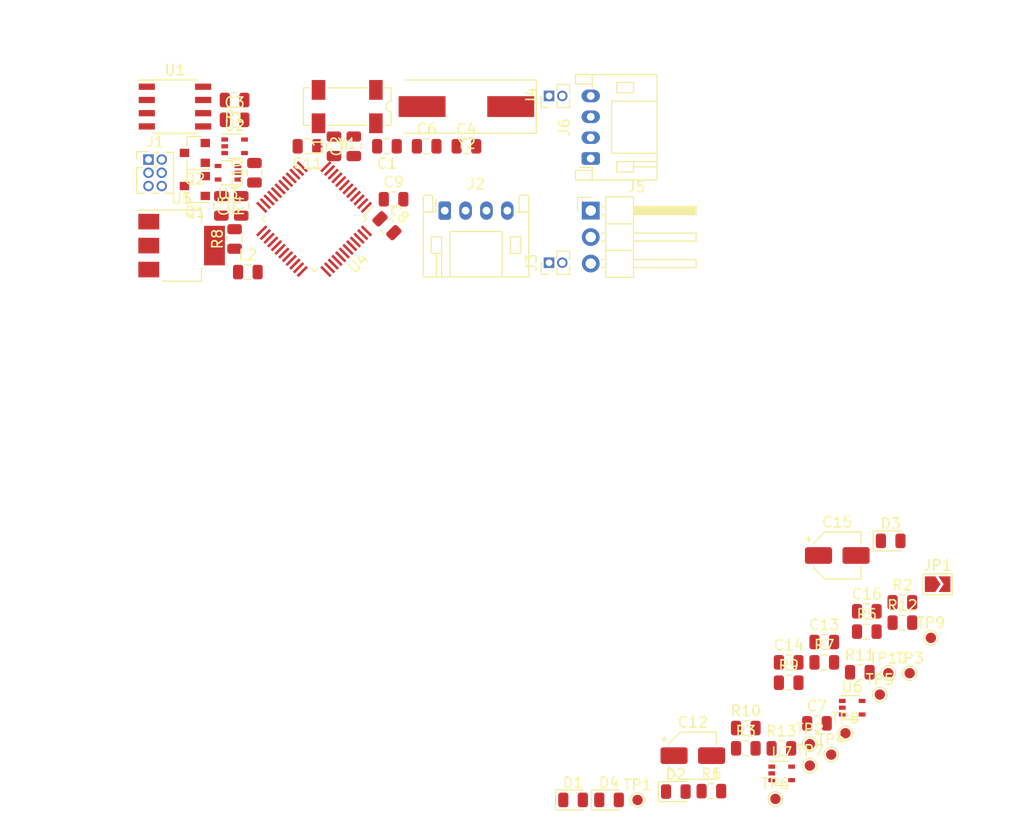
<source format=kicad_pcb>
(kicad_pcb (version 20171130) (host pcbnew 5.0.2-bee76a0~70~ubuntu18.04.1)

  (general
    (thickness 1.6)
    (drawings 6)
    (tracks 0)
    (zones 0)
    (modules 63)
    (nets 60)
  )

  (page A4)
  (layers
    (0 F.Cu signal)
    (31 B.Cu signal)
    (32 B.Adhes user)
    (33 F.Adhes user)
    (34 B.Paste user)
    (35 F.Paste user)
    (36 B.SilkS user)
    (37 F.SilkS user)
    (38 B.Mask user)
    (39 F.Mask user)
    (40 Dwgs.User user)
    (41 Cmts.User user)
    (42 Eco1.User user)
    (43 Eco2.User user)
    (44 Edge.Cuts user)
    (45 Margin user)
    (46 B.CrtYd user)
    (47 F.CrtYd user)
    (48 B.Fab user)
    (49 F.Fab user)
  )

  (setup
    (last_trace_width 0.25)
    (trace_clearance 0.2)
    (zone_clearance 0.508)
    (zone_45_only no)
    (trace_min 0.2)
    (segment_width 0.2)
    (edge_width 0.15)
    (via_size 0.8)
    (via_drill 0.4)
    (via_min_size 0.4)
    (via_min_drill 0.3)
    (uvia_size 0.3)
    (uvia_drill 0.1)
    (uvias_allowed no)
    (uvia_min_size 0.2)
    (uvia_min_drill 0.1)
    (pcb_text_width 0.3)
    (pcb_text_size 1.5 1.5)
    (mod_edge_width 0.15)
    (mod_text_size 1 1)
    (mod_text_width 0.15)
    (pad_size 1.524 1.524)
    (pad_drill 0.762)
    (pad_to_mask_clearance 0.051)
    (solder_mask_min_width 0.25)
    (aux_axis_origin 0 0)
    (visible_elements FFF9FF7F)
    (pcbplotparams
      (layerselection 0x010fc_ffffffff)
      (usegerberextensions false)
      (usegerberattributes false)
      (usegerberadvancedattributes false)
      (creategerberjobfile false)
      (excludeedgelayer true)
      (linewidth 0.100000)
      (plotframeref false)
      (viasonmask false)
      (mode 1)
      (useauxorigin false)
      (hpglpennumber 1)
      (hpglpenspeed 20)
      (hpglpendiameter 15.000000)
      (psnegative false)
      (psa4output false)
      (plotreference true)
      (plotvalue true)
      (plotinvisibletext false)
      (padsonsilk false)
      (subtractmaskfromsilk false)
      (outputformat 1)
      (mirror false)
      (drillshape 1)
      (scaleselection 1)
      (outputdirectory ""))
  )

  (net 0 "")
  (net 1 "Net-(C1-Pad1)")
  (net 2 Earth)
  (net 3 "Net-(C2-Pad1)")
  (net 4 +3V3)
  (net 5 "Net-(C4-Pad1)")
  (net 6 +5V)
  (net 7 "Net-(C6-Pad1)")
  (net 8 "Net-(C7-Pad2)")
  (net 9 "Net-(C10-Pad2)")
  (net 10 +3.3VA)
  (net 11 /OVCC)
  (net 12 "Net-(D1-Pad1)")
  (net 13 "Net-(D1-Pad2)")
  (net 14 "Net-(D2-Pad1)")
  (net 15 "Net-(D2-Pad2)")
  (net 16 /OTX)
  (net 17 "Net-(D3-Pad2)")
  (net 18 "Net-(D4-Pad2)")
  (net 19 "Net-(J1-Pad2)")
  (net 20 BUSY)
  (net 21 /SWDIO)
  (net 22 /SWCLK)
  (net 23 "Net-(J3-Pad1)")
  (net 24 "Net-(J3-Pad2)")
  (net 25 "Net-(J4-Pad2)")
  (net 26 "Net-(J4-Pad1)")
  (net 27 "Net-(J6-Pad3)")
  (net 28 "Net-(L1-Pad1)")
  (net 29 BUSY_SELECT)
  (net 30 "Net-(Q2-Pad1)")
  (net 31 /EEPROM_WP)
  (net 32 "Net-(R5-Pad2)")
  (net 33 RX_IN)
  (net 34 /5V_SENS)
  (net 35 TX_IN)
  (net 36 TX_OUT)
  (net 37 RX_OUT)
  (net 38 /EEPROM_SDA)
  (net 39 /EEPROM_SCL)
  (net 40 "Net-(U4-Pad15)")
  (net 41 "Net-(U4-Pad16)")
  (net 42 "Net-(U4-Pad17)")
  (net 43 "Net-(U4-Pad18)")
  (net 44 "Net-(U4-Pad19)")
  (net 45 "Net-(U4-Pad20)")
  (net 46 "Net-(U4-Pad25)")
  (net 47 "Net-(U4-Pad29)")
  (net 48 "Net-(U4-Pad30)")
  (net 49 "Net-(U4-Pad31)")
  (net 50 "Net-(U4-Pad32)")
  (net 51 "Net-(U4-Pad33)")
  (net 52 "Net-(U4-Pad35)")
  (net 53 "Net-(U4-Pad36)")
  (net 54 "Net-(U4-Pad38)")
  (net 55 "Net-(U4-Pad39)")
  (net 56 "Net-(U4-Pad40)")
  (net 57 "Net-(U4-Pad41)")
  (net 58 "Net-(U4-Pad42)")
  (net 59 "Net-(U4-Pad43)")

  (net_class Default "This is the default net class."
    (clearance 0.2)
    (trace_width 0.25)
    (via_dia 0.8)
    (via_drill 0.4)
    (uvia_dia 0.3)
    (uvia_drill 0.1)
    (add_net +3.3VA)
    (add_net +3V3)
    (add_net +5V)
    (add_net /5V_SENS)
    (add_net /EEPROM_SCL)
    (add_net /EEPROM_SDA)
    (add_net /EEPROM_WP)
    (add_net /OTX)
    (add_net /OVCC)
    (add_net /SWCLK)
    (add_net /SWDIO)
    (add_net BUSY)
    (add_net BUSY_SELECT)
    (add_net Earth)
    (add_net "Net-(C1-Pad1)")
    (add_net "Net-(C10-Pad2)")
    (add_net "Net-(C2-Pad1)")
    (add_net "Net-(C4-Pad1)")
    (add_net "Net-(C6-Pad1)")
    (add_net "Net-(C7-Pad2)")
    (add_net "Net-(D1-Pad1)")
    (add_net "Net-(D1-Pad2)")
    (add_net "Net-(D2-Pad1)")
    (add_net "Net-(D2-Pad2)")
    (add_net "Net-(D3-Pad2)")
    (add_net "Net-(D4-Pad2)")
    (add_net "Net-(J1-Pad2)")
    (add_net "Net-(J3-Pad1)")
    (add_net "Net-(J3-Pad2)")
    (add_net "Net-(J4-Pad1)")
    (add_net "Net-(J4-Pad2)")
    (add_net "Net-(J6-Pad3)")
    (add_net "Net-(L1-Pad1)")
    (add_net "Net-(Q2-Pad1)")
    (add_net "Net-(R5-Pad2)")
    (add_net "Net-(U4-Pad15)")
    (add_net "Net-(U4-Pad16)")
    (add_net "Net-(U4-Pad17)")
    (add_net "Net-(U4-Pad18)")
    (add_net "Net-(U4-Pad19)")
    (add_net "Net-(U4-Pad20)")
    (add_net "Net-(U4-Pad25)")
    (add_net "Net-(U4-Pad29)")
    (add_net "Net-(U4-Pad30)")
    (add_net "Net-(U4-Pad31)")
    (add_net "Net-(U4-Pad32)")
    (add_net "Net-(U4-Pad33)")
    (add_net "Net-(U4-Pad35)")
    (add_net "Net-(U4-Pad36)")
    (add_net "Net-(U4-Pad38)")
    (add_net "Net-(U4-Pad39)")
    (add_net "Net-(U4-Pad40)")
    (add_net "Net-(U4-Pad41)")
    (add_net "Net-(U4-Pad42)")
    (add_net "Net-(U4-Pad43)")
    (add_net RX_IN)
    (add_net RX_OUT)
    (add_net TX_IN)
    (add_net TX_OUT)
  )

  (net_class POWER ""
    (clearance 0.2)
    (trace_width 0.35)
    (via_dia 0.8)
    (via_drill 0.4)
    (uvia_dia 0.3)
    (uvia_drill 0.1)
  )

  (module Capacitor_SMD:C_0805_2012Metric (layer F.Cu) (tedit 5B36C52B) (tstamp 5C3A9320)
    (at 124.46 36.83 180)
    (descr "Capacitor SMD 0805 (2012 Metric), square (rectangular) end terminal, IPC_7351 nominal, (Body size source: https://docs.google.com/spreadsheets/d/1BsfQQcO9C6DZCsRaXUlFlo91Tg2WpOkGARC1WS5S8t0/edit?usp=sharing), generated with kicad-footprint-generator")
    (tags capacitor)
    (path /5C2DE272)
    (attr smd)
    (fp_text reference C1 (at 0 -1.65 180) (layer F.SilkS)
      (effects (font (size 1 1) (thickness 0.15)))
    )
    (fp_text value 22p (at 0 1.65 180) (layer F.Fab)
      (effects (font (size 1 1) (thickness 0.15)))
    )
    (fp_line (start -1 0.6) (end -1 -0.6) (layer F.Fab) (width 0.1))
    (fp_line (start -1 -0.6) (end 1 -0.6) (layer F.Fab) (width 0.1))
    (fp_line (start 1 -0.6) (end 1 0.6) (layer F.Fab) (width 0.1))
    (fp_line (start 1 0.6) (end -1 0.6) (layer F.Fab) (width 0.1))
    (fp_line (start -0.258578 -0.71) (end 0.258578 -0.71) (layer F.SilkS) (width 0.12))
    (fp_line (start -0.258578 0.71) (end 0.258578 0.71) (layer F.SilkS) (width 0.12))
    (fp_line (start -1.68 0.95) (end -1.68 -0.95) (layer F.CrtYd) (width 0.05))
    (fp_line (start -1.68 -0.95) (end 1.68 -0.95) (layer F.CrtYd) (width 0.05))
    (fp_line (start 1.68 -0.95) (end 1.68 0.95) (layer F.CrtYd) (width 0.05))
    (fp_line (start 1.68 0.95) (end -1.68 0.95) (layer F.CrtYd) (width 0.05))
    (fp_text user %R (at 0 0 180) (layer F.Fab)
      (effects (font (size 0.5 0.5) (thickness 0.08)))
    )
    (pad 1 smd roundrect (at -0.9375 0 180) (size 0.975 1.4) (layers F.Cu F.Paste F.Mask) (roundrect_rratio 0.25)
      (net 1 "Net-(C1-Pad1)"))
    (pad 2 smd roundrect (at 0.9375 0 180) (size 0.975 1.4) (layers F.Cu F.Paste F.Mask) (roundrect_rratio 0.25)
      (net 2 Earth))
    (model ${KISYS3DMOD}/Capacitor_SMD.3dshapes/C_0805_2012Metric.wrl
      (at (xyz 0 0 0))
      (scale (xyz 1 1 1))
      (rotate (xyz 0 0 0))
    )
  )

  (module Capacitor_SMD:C_0805_2012Metric (layer F.Cu) (tedit 5B36C52B) (tstamp 5C3A9331)
    (at 121.285 36.83 90)
    (descr "Capacitor SMD 0805 (2012 Metric), square (rectangular) end terminal, IPC_7351 nominal, (Body size source: https://docs.google.com/spreadsheets/d/1BsfQQcO9C6DZCsRaXUlFlo91Tg2WpOkGARC1WS5S8t0/edit?usp=sharing), generated with kicad-footprint-generator")
    (tags capacitor)
    (path /5C2DDF1A)
    (attr smd)
    (fp_text reference C2 (at 0 -1.65 90) (layer F.SilkS)
      (effects (font (size 1 1) (thickness 0.15)))
    )
    (fp_text value 22p (at 0 1.65 90) (layer F.Fab)
      (effects (font (size 1 1) (thickness 0.15)))
    )
    (fp_text user %R (at 0 0 90) (layer F.Fab)
      (effects (font (size 0.5 0.5) (thickness 0.08)))
    )
    (fp_line (start 1.68 0.95) (end -1.68 0.95) (layer F.CrtYd) (width 0.05))
    (fp_line (start 1.68 -0.95) (end 1.68 0.95) (layer F.CrtYd) (width 0.05))
    (fp_line (start -1.68 -0.95) (end 1.68 -0.95) (layer F.CrtYd) (width 0.05))
    (fp_line (start -1.68 0.95) (end -1.68 -0.95) (layer F.CrtYd) (width 0.05))
    (fp_line (start -0.258578 0.71) (end 0.258578 0.71) (layer F.SilkS) (width 0.12))
    (fp_line (start -0.258578 -0.71) (end 0.258578 -0.71) (layer F.SilkS) (width 0.12))
    (fp_line (start 1 0.6) (end -1 0.6) (layer F.Fab) (width 0.1))
    (fp_line (start 1 -0.6) (end 1 0.6) (layer F.Fab) (width 0.1))
    (fp_line (start -1 -0.6) (end 1 -0.6) (layer F.Fab) (width 0.1))
    (fp_line (start -1 0.6) (end -1 -0.6) (layer F.Fab) (width 0.1))
    (pad 2 smd roundrect (at 0.9375 0 90) (size 0.975 1.4) (layers F.Cu F.Paste F.Mask) (roundrect_rratio 0.25)
      (net 2 Earth))
    (pad 1 smd roundrect (at -0.9375 0 90) (size 0.975 1.4) (layers F.Cu F.Paste F.Mask) (roundrect_rratio 0.25)
      (net 3 "Net-(C2-Pad1)"))
    (model ${KISYS3DMOD}/Capacitor_SMD.3dshapes/C_0805_2012Metric.wrl
      (at (xyz 0 0 0))
      (scale (xyz 1 1 1))
      (rotate (xyz 0 0 0))
    )
  )

  (module Capacitor_SMD:C_0805_2012Metric (layer F.Cu) (tedit 5B36C52B) (tstamp 5C3A9342)
    (at 109.855 34.29)
    (descr "Capacitor SMD 0805 (2012 Metric), square (rectangular) end terminal, IPC_7351 nominal, (Body size source: https://docs.google.com/spreadsheets/d/1BsfQQcO9C6DZCsRaXUlFlo91Tg2WpOkGARC1WS5S8t0/edit?usp=sharing), generated with kicad-footprint-generator")
    (tags capacitor)
    (path /5C3C9A4D)
    (attr smd)
    (fp_text reference C3 (at 0 -1.65) (layer F.SilkS)
      (effects (font (size 1 1) (thickness 0.15)))
    )
    (fp_text value 100n (at 0 1.65) (layer F.Fab)
      (effects (font (size 1 1) (thickness 0.15)))
    )
    (fp_line (start -1 0.6) (end -1 -0.6) (layer F.Fab) (width 0.1))
    (fp_line (start -1 -0.6) (end 1 -0.6) (layer F.Fab) (width 0.1))
    (fp_line (start 1 -0.6) (end 1 0.6) (layer F.Fab) (width 0.1))
    (fp_line (start 1 0.6) (end -1 0.6) (layer F.Fab) (width 0.1))
    (fp_line (start -0.258578 -0.71) (end 0.258578 -0.71) (layer F.SilkS) (width 0.12))
    (fp_line (start -0.258578 0.71) (end 0.258578 0.71) (layer F.SilkS) (width 0.12))
    (fp_line (start -1.68 0.95) (end -1.68 -0.95) (layer F.CrtYd) (width 0.05))
    (fp_line (start -1.68 -0.95) (end 1.68 -0.95) (layer F.CrtYd) (width 0.05))
    (fp_line (start 1.68 -0.95) (end 1.68 0.95) (layer F.CrtYd) (width 0.05))
    (fp_line (start 1.68 0.95) (end -1.68 0.95) (layer F.CrtYd) (width 0.05))
    (fp_text user %R (at 0 0) (layer F.Fab)
      (effects (font (size 0.5 0.5) (thickness 0.08)))
    )
    (pad 1 smd roundrect (at -0.9375 0) (size 0.975 1.4) (layers F.Cu F.Paste F.Mask) (roundrect_rratio 0.25)
      (net 2 Earth))
    (pad 2 smd roundrect (at 0.9375 0) (size 0.975 1.4) (layers F.Cu F.Paste F.Mask) (roundrect_rratio 0.25)
      (net 4 +3V3))
    (model ${KISYS3DMOD}/Capacitor_SMD.3dshapes/C_0805_2012Metric.wrl
      (at (xyz 0 0 0))
      (scale (xyz 1 1 1))
      (rotate (xyz 0 0 0))
    )
  )

  (module Capacitor_SMD:C_0805_2012Metric (layer F.Cu) (tedit 5B36C52B) (tstamp 5C3A9353)
    (at 132.08 36.83)
    (descr "Capacitor SMD 0805 (2012 Metric), square (rectangular) end terminal, IPC_7351 nominal, (Body size source: https://docs.google.com/spreadsheets/d/1BsfQQcO9C6DZCsRaXUlFlo91Tg2WpOkGARC1WS5S8t0/edit?usp=sharing), generated with kicad-footprint-generator")
    (tags capacitor)
    (path /5C2DDA87)
    (attr smd)
    (fp_text reference C4 (at 0 -1.65) (layer F.SilkS)
      (effects (font (size 1 1) (thickness 0.15)))
    )
    (fp_text value 22p (at 0 1.65) (layer F.Fab)
      (effects (font (size 1 1) (thickness 0.15)))
    )
    (fp_line (start -1 0.6) (end -1 -0.6) (layer F.Fab) (width 0.1))
    (fp_line (start -1 -0.6) (end 1 -0.6) (layer F.Fab) (width 0.1))
    (fp_line (start 1 -0.6) (end 1 0.6) (layer F.Fab) (width 0.1))
    (fp_line (start 1 0.6) (end -1 0.6) (layer F.Fab) (width 0.1))
    (fp_line (start -0.258578 -0.71) (end 0.258578 -0.71) (layer F.SilkS) (width 0.12))
    (fp_line (start -0.258578 0.71) (end 0.258578 0.71) (layer F.SilkS) (width 0.12))
    (fp_line (start -1.68 0.95) (end -1.68 -0.95) (layer F.CrtYd) (width 0.05))
    (fp_line (start -1.68 -0.95) (end 1.68 -0.95) (layer F.CrtYd) (width 0.05))
    (fp_line (start 1.68 -0.95) (end 1.68 0.95) (layer F.CrtYd) (width 0.05))
    (fp_line (start 1.68 0.95) (end -1.68 0.95) (layer F.CrtYd) (width 0.05))
    (fp_text user %R (at 0 0) (layer F.Fab)
      (effects (font (size 0.5 0.5) (thickness 0.08)))
    )
    (pad 1 smd roundrect (at -0.9375 0) (size 0.975 1.4) (layers F.Cu F.Paste F.Mask) (roundrect_rratio 0.25)
      (net 5 "Net-(C4-Pad1)"))
    (pad 2 smd roundrect (at 0.9375 0) (size 0.975 1.4) (layers F.Cu F.Paste F.Mask) (roundrect_rratio 0.25)
      (net 2 Earth))
    (model ${KISYS3DMOD}/Capacitor_SMD.3dshapes/C_0805_2012Metric.wrl
      (at (xyz 0 0 0))
      (scale (xyz 1 1 1))
      (rotate (xyz 0 0 0))
    )
  )

  (module Capacitor_SMD:C_0805_2012Metric (layer F.Cu) (tedit 5B36C52B) (tstamp 5C3A9364)
    (at 110.49 42.545 90)
    (descr "Capacitor SMD 0805 (2012 Metric), square (rectangular) end terminal, IPC_7351 nominal, (Body size source: https://docs.google.com/spreadsheets/d/1BsfQQcO9C6DZCsRaXUlFlo91Tg2WpOkGARC1WS5S8t0/edit?usp=sharing), generated with kicad-footprint-generator")
    (tags capacitor)
    (path /5C3677FC)
    (attr smd)
    (fp_text reference C5 (at 0 -1.65 90) (layer F.SilkS)
      (effects (font (size 1 1) (thickness 0.15)))
    )
    (fp_text value 100n (at 0 1.65 90) (layer F.Fab)
      (effects (font (size 1 1) (thickness 0.15)))
    )
    (fp_text user %R (at 0 0 90) (layer F.Fab)
      (effects (font (size 0.5 0.5) (thickness 0.08)))
    )
    (fp_line (start 1.68 0.95) (end -1.68 0.95) (layer F.CrtYd) (width 0.05))
    (fp_line (start 1.68 -0.95) (end 1.68 0.95) (layer F.CrtYd) (width 0.05))
    (fp_line (start -1.68 -0.95) (end 1.68 -0.95) (layer F.CrtYd) (width 0.05))
    (fp_line (start -1.68 0.95) (end -1.68 -0.95) (layer F.CrtYd) (width 0.05))
    (fp_line (start -0.258578 0.71) (end 0.258578 0.71) (layer F.SilkS) (width 0.12))
    (fp_line (start -0.258578 -0.71) (end 0.258578 -0.71) (layer F.SilkS) (width 0.12))
    (fp_line (start 1 0.6) (end -1 0.6) (layer F.Fab) (width 0.1))
    (fp_line (start 1 -0.6) (end 1 0.6) (layer F.Fab) (width 0.1))
    (fp_line (start -1 -0.6) (end 1 -0.6) (layer F.Fab) (width 0.1))
    (fp_line (start -1 0.6) (end -1 -0.6) (layer F.Fab) (width 0.1))
    (pad 2 smd roundrect (at 0.9375 0 90) (size 0.975 1.4) (layers F.Cu F.Paste F.Mask) (roundrect_rratio 0.25)
      (net 6 +5V))
    (pad 1 smd roundrect (at -0.9375 0 90) (size 0.975 1.4) (layers F.Cu F.Paste F.Mask) (roundrect_rratio 0.25)
      (net 2 Earth))
    (model ${KISYS3DMOD}/Capacitor_SMD.3dshapes/C_0805_2012Metric.wrl
      (at (xyz 0 0 0))
      (scale (xyz 1 1 1))
      (rotate (xyz 0 0 0))
    )
  )

  (module Capacitor_SMD:C_0805_2012Metric (layer F.Cu) (tedit 5B36C52B) (tstamp 5C3A9375)
    (at 128.27 36.83)
    (descr "Capacitor SMD 0805 (2012 Metric), square (rectangular) end terminal, IPC_7351 nominal, (Body size source: https://docs.google.com/spreadsheets/d/1BsfQQcO9C6DZCsRaXUlFlo91Tg2WpOkGARC1WS5S8t0/edit?usp=sharing), generated with kicad-footprint-generator")
    (tags capacitor)
    (path /5C2DDCED)
    (attr smd)
    (fp_text reference C6 (at 0 -1.65) (layer F.SilkS)
      (effects (font (size 1 1) (thickness 0.15)))
    )
    (fp_text value 22p (at 0 1.65) (layer F.Fab)
      (effects (font (size 1 1) (thickness 0.15)))
    )
    (fp_line (start -1 0.6) (end -1 -0.6) (layer F.Fab) (width 0.1))
    (fp_line (start -1 -0.6) (end 1 -0.6) (layer F.Fab) (width 0.1))
    (fp_line (start 1 -0.6) (end 1 0.6) (layer F.Fab) (width 0.1))
    (fp_line (start 1 0.6) (end -1 0.6) (layer F.Fab) (width 0.1))
    (fp_line (start -0.258578 -0.71) (end 0.258578 -0.71) (layer F.SilkS) (width 0.12))
    (fp_line (start -0.258578 0.71) (end 0.258578 0.71) (layer F.SilkS) (width 0.12))
    (fp_line (start -1.68 0.95) (end -1.68 -0.95) (layer F.CrtYd) (width 0.05))
    (fp_line (start -1.68 -0.95) (end 1.68 -0.95) (layer F.CrtYd) (width 0.05))
    (fp_line (start 1.68 -0.95) (end 1.68 0.95) (layer F.CrtYd) (width 0.05))
    (fp_line (start 1.68 0.95) (end -1.68 0.95) (layer F.CrtYd) (width 0.05))
    (fp_text user %R (at 0 0) (layer F.Fab)
      (effects (font (size 0.5 0.5) (thickness 0.08)))
    )
    (pad 1 smd roundrect (at -0.9375 0) (size 0.975 1.4) (layers F.Cu F.Paste F.Mask) (roundrect_rratio 0.25)
      (net 7 "Net-(C6-Pad1)"))
    (pad 2 smd roundrect (at 0.9375 0) (size 0.975 1.4) (layers F.Cu F.Paste F.Mask) (roundrect_rratio 0.25)
      (net 2 Earth))
    (model ${KISYS3DMOD}/Capacitor_SMD.3dshapes/C_0805_2012Metric.wrl
      (at (xyz 0 0 0))
      (scale (xyz 1 1 1))
      (rotate (xyz 0 0 0))
    )
  )

  (module Capacitor_SMD:C_0805_2012Metric (layer F.Cu) (tedit 5B36C52B) (tstamp 5C3A9386)
    (at 165.685001 92.185001)
    (descr "Capacitor SMD 0805 (2012 Metric), square (rectangular) end terminal, IPC_7351 nominal, (Body size source: https://docs.google.com/spreadsheets/d/1BsfQQcO9C6DZCsRaXUlFlo91Tg2WpOkGARC1WS5S8t0/edit?usp=sharing), generated with kicad-footprint-generator")
    (tags capacitor)
    (path /5C2EB446)
    (attr smd)
    (fp_text reference C7 (at 0 -1.65) (layer F.SilkS)
      (effects (font (size 1 1) (thickness 0.15)))
    )
    (fp_text value 100n (at 0 1.65) (layer F.Fab)
      (effects (font (size 1 1) (thickness 0.15)))
    )
    (fp_text user %R (at 0 0) (layer F.Fab)
      (effects (font (size 0.5 0.5) (thickness 0.08)))
    )
    (fp_line (start 1.68 0.95) (end -1.68 0.95) (layer F.CrtYd) (width 0.05))
    (fp_line (start 1.68 -0.95) (end 1.68 0.95) (layer F.CrtYd) (width 0.05))
    (fp_line (start -1.68 -0.95) (end 1.68 -0.95) (layer F.CrtYd) (width 0.05))
    (fp_line (start -1.68 0.95) (end -1.68 -0.95) (layer F.CrtYd) (width 0.05))
    (fp_line (start -0.258578 0.71) (end 0.258578 0.71) (layer F.SilkS) (width 0.12))
    (fp_line (start -0.258578 -0.71) (end 0.258578 -0.71) (layer F.SilkS) (width 0.12))
    (fp_line (start 1 0.6) (end -1 0.6) (layer F.Fab) (width 0.1))
    (fp_line (start 1 -0.6) (end 1 0.6) (layer F.Fab) (width 0.1))
    (fp_line (start -1 -0.6) (end 1 -0.6) (layer F.Fab) (width 0.1))
    (fp_line (start -1 0.6) (end -1 -0.6) (layer F.Fab) (width 0.1))
    (pad 2 smd roundrect (at 0.9375 0) (size 0.975 1.4) (layers F.Cu F.Paste F.Mask) (roundrect_rratio 0.25)
      (net 8 "Net-(C7-Pad2)"))
    (pad 1 smd roundrect (at -0.9375 0) (size 0.975 1.4) (layers F.Cu F.Paste F.Mask) (roundrect_rratio 0.25)
      (net 2 Earth))
    (model ${KISYS3DMOD}/Capacitor_SMD.3dshapes/C_0805_2012Metric.wrl
      (at (xyz 0 0 0))
      (scale (xyz 1 1 1))
      (rotate (xyz 0 0 0))
    )
  )

  (module Capacitor_SMD:C_0805_2012Metric (layer F.Cu) (tedit 5B36C52B) (tstamp 5C3A9397)
    (at 124.46 44.45 315)
    (descr "Capacitor SMD 0805 (2012 Metric), square (rectangular) end terminal, IPC_7351 nominal, (Body size source: https://docs.google.com/spreadsheets/d/1BsfQQcO9C6DZCsRaXUlFlo91Tg2WpOkGARC1WS5S8t0/edit?usp=sharing), generated with kicad-footprint-generator")
    (tags capacitor)
    (path /5C2E141E)
    (attr smd)
    (fp_text reference C8 (at 0 -1.65 315) (layer F.SilkS)
      (effects (font (size 1 1) (thickness 0.15)))
    )
    (fp_text value 100n (at 0 1.65 315) (layer F.Fab)
      (effects (font (size 1 1) (thickness 0.15)))
    )
    (fp_text user %R (at 0 0 315) (layer F.Fab)
      (effects (font (size 0.5 0.5) (thickness 0.08)))
    )
    (fp_line (start 1.68 0.95) (end -1.68 0.95) (layer F.CrtYd) (width 0.05))
    (fp_line (start 1.68 -0.95) (end 1.68 0.95) (layer F.CrtYd) (width 0.05))
    (fp_line (start -1.68 -0.95) (end 1.68 -0.95) (layer F.CrtYd) (width 0.05))
    (fp_line (start -1.68 0.95) (end -1.68 -0.95) (layer F.CrtYd) (width 0.05))
    (fp_line (start -0.258578 0.71) (end 0.258578 0.71) (layer F.SilkS) (width 0.12))
    (fp_line (start -0.258578 -0.71) (end 0.258578 -0.71) (layer F.SilkS) (width 0.12))
    (fp_line (start 1 0.6) (end -1 0.6) (layer F.Fab) (width 0.1))
    (fp_line (start 1 -0.6) (end 1 0.6) (layer F.Fab) (width 0.1))
    (fp_line (start -1 -0.6) (end 1 -0.6) (layer F.Fab) (width 0.1))
    (fp_line (start -1 0.6) (end -1 -0.6) (layer F.Fab) (width 0.1))
    (pad 2 smd roundrect (at 0.9375 0 315) (size 0.975 1.4) (layers F.Cu F.Paste F.Mask) (roundrect_rratio 0.25)
      (net 9 "Net-(C10-Pad2)"))
    (pad 1 smd roundrect (at -0.9375 0 315) (size 0.975 1.4) (layers F.Cu F.Paste F.Mask) (roundrect_rratio 0.25)
      (net 4 +3V3))
    (model ${KISYS3DMOD}/Capacitor_SMD.3dshapes/C_0805_2012Metric.wrl
      (at (xyz 0 0 0))
      (scale (xyz 1 1 1))
      (rotate (xyz 0 0 0))
    )
  )

  (module Capacitor_SMD:C_0805_2012Metric (layer F.Cu) (tedit 5B36C52B) (tstamp 5C3A93A8)
    (at 125.095 41.91)
    (descr "Capacitor SMD 0805 (2012 Metric), square (rectangular) end terminal, IPC_7351 nominal, (Body size source: https://docs.google.com/spreadsheets/d/1BsfQQcO9C6DZCsRaXUlFlo91Tg2WpOkGARC1WS5S8t0/edit?usp=sharing), generated with kicad-footprint-generator")
    (tags capacitor)
    (path /5C2E1948)
    (attr smd)
    (fp_text reference C9 (at 0 -1.65) (layer F.SilkS)
      (effects (font (size 1 1) (thickness 0.15)))
    )
    (fp_text value 100n (at 0 1.65) (layer F.Fab)
      (effects (font (size 1 1) (thickness 0.15)))
    )
    (fp_line (start -1 0.6) (end -1 -0.6) (layer F.Fab) (width 0.1))
    (fp_line (start -1 -0.6) (end 1 -0.6) (layer F.Fab) (width 0.1))
    (fp_line (start 1 -0.6) (end 1 0.6) (layer F.Fab) (width 0.1))
    (fp_line (start 1 0.6) (end -1 0.6) (layer F.Fab) (width 0.1))
    (fp_line (start -0.258578 -0.71) (end 0.258578 -0.71) (layer F.SilkS) (width 0.12))
    (fp_line (start -0.258578 0.71) (end 0.258578 0.71) (layer F.SilkS) (width 0.12))
    (fp_line (start -1.68 0.95) (end -1.68 -0.95) (layer F.CrtYd) (width 0.05))
    (fp_line (start -1.68 -0.95) (end 1.68 -0.95) (layer F.CrtYd) (width 0.05))
    (fp_line (start 1.68 -0.95) (end 1.68 0.95) (layer F.CrtYd) (width 0.05))
    (fp_line (start 1.68 0.95) (end -1.68 0.95) (layer F.CrtYd) (width 0.05))
    (fp_text user %R (at 0 0) (layer F.Fab)
      (effects (font (size 0.5 0.5) (thickness 0.08)))
    )
    (pad 1 smd roundrect (at -0.9375 0) (size 0.975 1.4) (layers F.Cu F.Paste F.Mask) (roundrect_rratio 0.25)
      (net 4 +3V3))
    (pad 2 smd roundrect (at 0.9375 0) (size 0.975 1.4) (layers F.Cu F.Paste F.Mask) (roundrect_rratio 0.25)
      (net 9 "Net-(C10-Pad2)"))
    (model ${KISYS3DMOD}/Capacitor_SMD.3dshapes/C_0805_2012Metric.wrl
      (at (xyz 0 0 0))
      (scale (xyz 1 1 1))
      (rotate (xyz 0 0 0))
    )
  )

  (module Capacitor_SMD:C_0805_2012Metric (layer F.Cu) (tedit 5B36C52B) (tstamp 5C3A93B9)
    (at 111.76 39.37 90)
    (descr "Capacitor SMD 0805 (2012 Metric), square (rectangular) end terminal, IPC_7351 nominal, (Body size source: https://docs.google.com/spreadsheets/d/1BsfQQcO9C6DZCsRaXUlFlo91Tg2WpOkGARC1WS5S8t0/edit?usp=sharing), generated with kicad-footprint-generator")
    (tags capacitor)
    (path /5C2E1990)
    (attr smd)
    (fp_text reference C10 (at 0 -1.65 90) (layer F.SilkS)
      (effects (font (size 1 1) (thickness 0.15)))
    )
    (fp_text value 100n (at 0 1.65 90) (layer F.Fab)
      (effects (font (size 1 1) (thickness 0.15)))
    )
    (fp_text user %R (at 0 0 90) (layer F.Fab)
      (effects (font (size 0.5 0.5) (thickness 0.08)))
    )
    (fp_line (start 1.68 0.95) (end -1.68 0.95) (layer F.CrtYd) (width 0.05))
    (fp_line (start 1.68 -0.95) (end 1.68 0.95) (layer F.CrtYd) (width 0.05))
    (fp_line (start -1.68 -0.95) (end 1.68 -0.95) (layer F.CrtYd) (width 0.05))
    (fp_line (start -1.68 0.95) (end -1.68 -0.95) (layer F.CrtYd) (width 0.05))
    (fp_line (start -0.258578 0.71) (end 0.258578 0.71) (layer F.SilkS) (width 0.12))
    (fp_line (start -0.258578 -0.71) (end 0.258578 -0.71) (layer F.SilkS) (width 0.12))
    (fp_line (start 1 0.6) (end -1 0.6) (layer F.Fab) (width 0.1))
    (fp_line (start 1 -0.6) (end 1 0.6) (layer F.Fab) (width 0.1))
    (fp_line (start -1 -0.6) (end 1 -0.6) (layer F.Fab) (width 0.1))
    (fp_line (start -1 0.6) (end -1 -0.6) (layer F.Fab) (width 0.1))
    (pad 2 smd roundrect (at 0.9375 0 90) (size 0.975 1.4) (layers F.Cu F.Paste F.Mask) (roundrect_rratio 0.25)
      (net 9 "Net-(C10-Pad2)"))
    (pad 1 smd roundrect (at -0.9375 0 90) (size 0.975 1.4) (layers F.Cu F.Paste F.Mask) (roundrect_rratio 0.25)
      (net 4 +3V3))
    (model ${KISYS3DMOD}/Capacitor_SMD.3dshapes/C_0805_2012Metric.wrl
      (at (xyz 0 0 0))
      (scale (xyz 1 1 1))
      (rotate (xyz 0 0 0))
    )
  )

  (module Capacitor_SMD:C_0805_2012Metric (layer F.Cu) (tedit 5B36C52B) (tstamp 5C3A93CA)
    (at 116.84 36.83 180)
    (descr "Capacitor SMD 0805 (2012 Metric), square (rectangular) end terminal, IPC_7351 nominal, (Body size source: https://docs.google.com/spreadsheets/d/1BsfQQcO9C6DZCsRaXUlFlo91Tg2WpOkGARC1WS5S8t0/edit?usp=sharing), generated with kicad-footprint-generator")
    (tags capacitor)
    (path /5C2E1A0C)
    (attr smd)
    (fp_text reference C11 (at 0 -1.65 180) (layer F.SilkS)
      (effects (font (size 1 1) (thickness 0.15)))
    )
    (fp_text value 100n (at 0 1.65 180) (layer F.Fab)
      (effects (font (size 1 1) (thickness 0.15)))
    )
    (fp_line (start -1 0.6) (end -1 -0.6) (layer F.Fab) (width 0.1))
    (fp_line (start -1 -0.6) (end 1 -0.6) (layer F.Fab) (width 0.1))
    (fp_line (start 1 -0.6) (end 1 0.6) (layer F.Fab) (width 0.1))
    (fp_line (start 1 0.6) (end -1 0.6) (layer F.Fab) (width 0.1))
    (fp_line (start -0.258578 -0.71) (end 0.258578 -0.71) (layer F.SilkS) (width 0.12))
    (fp_line (start -0.258578 0.71) (end 0.258578 0.71) (layer F.SilkS) (width 0.12))
    (fp_line (start -1.68 0.95) (end -1.68 -0.95) (layer F.CrtYd) (width 0.05))
    (fp_line (start -1.68 -0.95) (end 1.68 -0.95) (layer F.CrtYd) (width 0.05))
    (fp_line (start 1.68 -0.95) (end 1.68 0.95) (layer F.CrtYd) (width 0.05))
    (fp_line (start 1.68 0.95) (end -1.68 0.95) (layer F.CrtYd) (width 0.05))
    (fp_text user %R (at 0 0 180) (layer F.Fab)
      (effects (font (size 0.5 0.5) (thickness 0.08)))
    )
    (pad 1 smd roundrect (at -0.9375 0 180) (size 0.975 1.4) (layers F.Cu F.Paste F.Mask) (roundrect_rratio 0.25)
      (net 10 +3.3VA))
    (pad 2 smd roundrect (at 0.9375 0 180) (size 0.975 1.4) (layers F.Cu F.Paste F.Mask) (roundrect_rratio 0.25)
      (net 9 "Net-(C10-Pad2)"))
    (model ${KISYS3DMOD}/Capacitor_SMD.3dshapes/C_0805_2012Metric.wrl
      (at (xyz 0 0 0))
      (scale (xyz 1 1 1))
      (rotate (xyz 0 0 0))
    )
  )

  (module Capacitor_SMD:CP_Elec_4x4.5 (layer F.Cu) (tedit 5BCA39CF) (tstamp 5C3A93F2)
    (at 153.785001 95.285001)
    (descr "SMD capacitor, aluminum electrolytic, Nichicon, 4.0x4.5mm")
    (tags "capacitor electrolytic")
    (path /5C2DFBC4)
    (attr smd)
    (fp_text reference C12 (at 0 -3.2) (layer F.SilkS)
      (effects (font (size 1 1) (thickness 0.15)))
    )
    (fp_text value 10u (at 0 3.2) (layer F.Fab)
      (effects (font (size 1 1) (thickness 0.15)))
    )
    (fp_circle (center 0 0) (end 2 0) (layer F.Fab) (width 0.1))
    (fp_line (start 2.15 -2.15) (end 2.15 2.15) (layer F.Fab) (width 0.1))
    (fp_line (start -1.15 -2.15) (end 2.15 -2.15) (layer F.Fab) (width 0.1))
    (fp_line (start -1.15 2.15) (end 2.15 2.15) (layer F.Fab) (width 0.1))
    (fp_line (start -2.15 -1.15) (end -2.15 1.15) (layer F.Fab) (width 0.1))
    (fp_line (start -2.15 -1.15) (end -1.15 -2.15) (layer F.Fab) (width 0.1))
    (fp_line (start -2.15 1.15) (end -1.15 2.15) (layer F.Fab) (width 0.1))
    (fp_line (start -1.574773 -1) (end -1.174773 -1) (layer F.Fab) (width 0.1))
    (fp_line (start -1.374773 -1.2) (end -1.374773 -0.8) (layer F.Fab) (width 0.1))
    (fp_line (start 2.26 2.26) (end 2.26 1.06) (layer F.SilkS) (width 0.12))
    (fp_line (start 2.26 -2.26) (end 2.26 -1.06) (layer F.SilkS) (width 0.12))
    (fp_line (start -1.195563 -2.26) (end 2.26 -2.26) (layer F.SilkS) (width 0.12))
    (fp_line (start -1.195563 2.26) (end 2.26 2.26) (layer F.SilkS) (width 0.12))
    (fp_line (start -2.26 1.195563) (end -2.26 1.06) (layer F.SilkS) (width 0.12))
    (fp_line (start -2.26 -1.195563) (end -2.26 -1.06) (layer F.SilkS) (width 0.12))
    (fp_line (start -2.26 -1.195563) (end -1.195563 -2.26) (layer F.SilkS) (width 0.12))
    (fp_line (start -2.26 1.195563) (end -1.195563 2.26) (layer F.SilkS) (width 0.12))
    (fp_line (start -3 -1.56) (end -2.5 -1.56) (layer F.SilkS) (width 0.12))
    (fp_line (start -2.75 -1.81) (end -2.75 -1.31) (layer F.SilkS) (width 0.12))
    (fp_line (start 2.4 -2.4) (end 2.4 -1.05) (layer F.CrtYd) (width 0.05))
    (fp_line (start 2.4 -1.05) (end 3.35 -1.05) (layer F.CrtYd) (width 0.05))
    (fp_line (start 3.35 -1.05) (end 3.35 1.05) (layer F.CrtYd) (width 0.05))
    (fp_line (start 3.35 1.05) (end 2.4 1.05) (layer F.CrtYd) (width 0.05))
    (fp_line (start 2.4 1.05) (end 2.4 2.4) (layer F.CrtYd) (width 0.05))
    (fp_line (start -1.25 2.4) (end 2.4 2.4) (layer F.CrtYd) (width 0.05))
    (fp_line (start -1.25 -2.4) (end 2.4 -2.4) (layer F.CrtYd) (width 0.05))
    (fp_line (start -2.4 1.25) (end -1.25 2.4) (layer F.CrtYd) (width 0.05))
    (fp_line (start -2.4 -1.25) (end -1.25 -2.4) (layer F.CrtYd) (width 0.05))
    (fp_line (start -2.4 -1.25) (end -2.4 -1.05) (layer F.CrtYd) (width 0.05))
    (fp_line (start -2.4 1.05) (end -2.4 1.25) (layer F.CrtYd) (width 0.05))
    (fp_line (start -2.4 -1.05) (end -3.35 -1.05) (layer F.CrtYd) (width 0.05))
    (fp_line (start -3.35 -1.05) (end -3.35 1.05) (layer F.CrtYd) (width 0.05))
    (fp_line (start -3.35 1.05) (end -2.4 1.05) (layer F.CrtYd) (width 0.05))
    (fp_text user %R (at 0 0) (layer F.Fab)
      (effects (font (size 0.8 0.8) (thickness 0.12)))
    )
    (pad 1 smd roundrect (at -1.8 0) (size 2.6 1.6) (layers F.Cu F.Paste F.Mask) (roundrect_rratio 0.15625)
      (net 6 +5V))
    (pad 2 smd roundrect (at 1.8 0) (size 2.6 1.6) (layers F.Cu F.Paste F.Mask) (roundrect_rratio 0.15625)
      (net 2 Earth))
    (model ${KISYS3DMOD}/Capacitor_SMD.3dshapes/CP_Elec_4x4.5.wrl
      (at (xyz 0 0 0))
      (scale (xyz 1 1 1))
      (rotate (xyz 0 0 0))
    )
  )

  (module Capacitor_SMD:C_0805_2012Metric (layer F.Cu) (tedit 5B36C52B) (tstamp 5C3A9403)
    (at 166.385001 84.385001)
    (descr "Capacitor SMD 0805 (2012 Metric), square (rectangular) end terminal, IPC_7351 nominal, (Body size source: https://docs.google.com/spreadsheets/d/1BsfQQcO9C6DZCsRaXUlFlo91Tg2WpOkGARC1WS5S8t0/edit?usp=sharing), generated with kicad-footprint-generator")
    (tags capacitor)
    (path /5C2DF83B)
    (attr smd)
    (fp_text reference C13 (at 0 -1.65) (layer F.SilkS)
      (effects (font (size 1 1) (thickness 0.15)))
    )
    (fp_text value 4.7u (at 0 1.65) (layer F.Fab)
      (effects (font (size 1 1) (thickness 0.15)))
    )
    (fp_text user %R (at 0 0) (layer F.Fab)
      (effects (font (size 0.5 0.5) (thickness 0.08)))
    )
    (fp_line (start 1.68 0.95) (end -1.68 0.95) (layer F.CrtYd) (width 0.05))
    (fp_line (start 1.68 -0.95) (end 1.68 0.95) (layer F.CrtYd) (width 0.05))
    (fp_line (start -1.68 -0.95) (end 1.68 -0.95) (layer F.CrtYd) (width 0.05))
    (fp_line (start -1.68 0.95) (end -1.68 -0.95) (layer F.CrtYd) (width 0.05))
    (fp_line (start -0.258578 0.71) (end 0.258578 0.71) (layer F.SilkS) (width 0.12))
    (fp_line (start -0.258578 -0.71) (end 0.258578 -0.71) (layer F.SilkS) (width 0.12))
    (fp_line (start 1 0.6) (end -1 0.6) (layer F.Fab) (width 0.1))
    (fp_line (start 1 -0.6) (end 1 0.6) (layer F.Fab) (width 0.1))
    (fp_line (start -1 -0.6) (end 1 -0.6) (layer F.Fab) (width 0.1))
    (fp_line (start -1 0.6) (end -1 -0.6) (layer F.Fab) (width 0.1))
    (pad 2 smd roundrect (at 0.9375 0) (size 0.975 1.4) (layers F.Cu F.Paste F.Mask) (roundrect_rratio 0.25)
      (net 2 Earth))
    (pad 1 smd roundrect (at -0.9375 0) (size 0.975 1.4) (layers F.Cu F.Paste F.Mask) (roundrect_rratio 0.25)
      (net 6 +5V))
    (model ${KISYS3DMOD}/Capacitor_SMD.3dshapes/C_0805_2012Metric.wrl
      (at (xyz 0 0 0))
      (scale (xyz 1 1 1))
      (rotate (xyz 0 0 0))
    )
  )

  (module Capacitor_SMD:C_0805_2012Metric (layer F.Cu) (tedit 5B36C52B) (tstamp 5C3A9414)
    (at 162.975001 86.335001)
    (descr "Capacitor SMD 0805 (2012 Metric), square (rectangular) end terminal, IPC_7351 nominal, (Body size source: https://docs.google.com/spreadsheets/d/1BsfQQcO9C6DZCsRaXUlFlo91Tg2WpOkGARC1WS5S8t0/edit?usp=sharing), generated with kicad-footprint-generator")
    (tags capacitor)
    (path /5C30FD8B)
    (attr smd)
    (fp_text reference C14 (at 0 -1.65) (layer F.SilkS)
      (effects (font (size 1 1) (thickness 0.15)))
    )
    (fp_text value 100n (at 0 1.65) (layer F.Fab)
      (effects (font (size 1 1) (thickness 0.15)))
    )
    (fp_text user %R (at 0 0) (layer F.Fab)
      (effects (font (size 0.5 0.5) (thickness 0.08)))
    )
    (fp_line (start 1.68 0.95) (end -1.68 0.95) (layer F.CrtYd) (width 0.05))
    (fp_line (start 1.68 -0.95) (end 1.68 0.95) (layer F.CrtYd) (width 0.05))
    (fp_line (start -1.68 -0.95) (end 1.68 -0.95) (layer F.CrtYd) (width 0.05))
    (fp_line (start -1.68 0.95) (end -1.68 -0.95) (layer F.CrtYd) (width 0.05))
    (fp_line (start -0.258578 0.71) (end 0.258578 0.71) (layer F.SilkS) (width 0.12))
    (fp_line (start -0.258578 -0.71) (end 0.258578 -0.71) (layer F.SilkS) (width 0.12))
    (fp_line (start 1 0.6) (end -1 0.6) (layer F.Fab) (width 0.1))
    (fp_line (start 1 -0.6) (end 1 0.6) (layer F.Fab) (width 0.1))
    (fp_line (start -1 -0.6) (end 1 -0.6) (layer F.Fab) (width 0.1))
    (fp_line (start -1 0.6) (end -1 -0.6) (layer F.Fab) (width 0.1))
    (pad 2 smd roundrect (at 0.9375 0) (size 0.975 1.4) (layers F.Cu F.Paste F.Mask) (roundrect_rratio 0.25)
      (net 2 Earth))
    (pad 1 smd roundrect (at -0.9375 0) (size 0.975 1.4) (layers F.Cu F.Paste F.Mask) (roundrect_rratio 0.25)
      (net 11 /OVCC))
    (model ${KISYS3DMOD}/Capacitor_SMD.3dshapes/C_0805_2012Metric.wrl
      (at (xyz 0 0 0))
      (scale (xyz 1 1 1))
      (rotate (xyz 0 0 0))
    )
  )

  (module Capacitor_SMD:CP_Elec_4x4.5 (layer F.Cu) (tedit 5BCA39CF) (tstamp 5C3A943C)
    (at 167.635001 76.085001)
    (descr "SMD capacitor, aluminum electrolytic, Nichicon, 4.0x4.5mm")
    (tags "capacitor electrolytic")
    (path /5C2DFDBE)
    (attr smd)
    (fp_text reference C15 (at 0 -3.2) (layer F.SilkS)
      (effects (font (size 1 1) (thickness 0.15)))
    )
    (fp_text value 10u (at 0 3.2) (layer F.Fab)
      (effects (font (size 1 1) (thickness 0.15)))
    )
    (fp_text user %R (at 0 0) (layer F.Fab)
      (effects (font (size 0.8 0.8) (thickness 0.12)))
    )
    (fp_line (start -3.35 1.05) (end -2.4 1.05) (layer F.CrtYd) (width 0.05))
    (fp_line (start -3.35 -1.05) (end -3.35 1.05) (layer F.CrtYd) (width 0.05))
    (fp_line (start -2.4 -1.05) (end -3.35 -1.05) (layer F.CrtYd) (width 0.05))
    (fp_line (start -2.4 1.05) (end -2.4 1.25) (layer F.CrtYd) (width 0.05))
    (fp_line (start -2.4 -1.25) (end -2.4 -1.05) (layer F.CrtYd) (width 0.05))
    (fp_line (start -2.4 -1.25) (end -1.25 -2.4) (layer F.CrtYd) (width 0.05))
    (fp_line (start -2.4 1.25) (end -1.25 2.4) (layer F.CrtYd) (width 0.05))
    (fp_line (start -1.25 -2.4) (end 2.4 -2.4) (layer F.CrtYd) (width 0.05))
    (fp_line (start -1.25 2.4) (end 2.4 2.4) (layer F.CrtYd) (width 0.05))
    (fp_line (start 2.4 1.05) (end 2.4 2.4) (layer F.CrtYd) (width 0.05))
    (fp_line (start 3.35 1.05) (end 2.4 1.05) (layer F.CrtYd) (width 0.05))
    (fp_line (start 3.35 -1.05) (end 3.35 1.05) (layer F.CrtYd) (width 0.05))
    (fp_line (start 2.4 -1.05) (end 3.35 -1.05) (layer F.CrtYd) (width 0.05))
    (fp_line (start 2.4 -2.4) (end 2.4 -1.05) (layer F.CrtYd) (width 0.05))
    (fp_line (start -2.75 -1.81) (end -2.75 -1.31) (layer F.SilkS) (width 0.12))
    (fp_line (start -3 -1.56) (end -2.5 -1.56) (layer F.SilkS) (width 0.12))
    (fp_line (start -2.26 1.195563) (end -1.195563 2.26) (layer F.SilkS) (width 0.12))
    (fp_line (start -2.26 -1.195563) (end -1.195563 -2.26) (layer F.SilkS) (width 0.12))
    (fp_line (start -2.26 -1.195563) (end -2.26 -1.06) (layer F.SilkS) (width 0.12))
    (fp_line (start -2.26 1.195563) (end -2.26 1.06) (layer F.SilkS) (width 0.12))
    (fp_line (start -1.195563 2.26) (end 2.26 2.26) (layer F.SilkS) (width 0.12))
    (fp_line (start -1.195563 -2.26) (end 2.26 -2.26) (layer F.SilkS) (width 0.12))
    (fp_line (start 2.26 -2.26) (end 2.26 -1.06) (layer F.SilkS) (width 0.12))
    (fp_line (start 2.26 2.26) (end 2.26 1.06) (layer F.SilkS) (width 0.12))
    (fp_line (start -1.374773 -1.2) (end -1.374773 -0.8) (layer F.Fab) (width 0.1))
    (fp_line (start -1.574773 -1) (end -1.174773 -1) (layer F.Fab) (width 0.1))
    (fp_line (start -2.15 1.15) (end -1.15 2.15) (layer F.Fab) (width 0.1))
    (fp_line (start -2.15 -1.15) (end -1.15 -2.15) (layer F.Fab) (width 0.1))
    (fp_line (start -2.15 -1.15) (end -2.15 1.15) (layer F.Fab) (width 0.1))
    (fp_line (start -1.15 2.15) (end 2.15 2.15) (layer F.Fab) (width 0.1))
    (fp_line (start -1.15 -2.15) (end 2.15 -2.15) (layer F.Fab) (width 0.1))
    (fp_line (start 2.15 -2.15) (end 2.15 2.15) (layer F.Fab) (width 0.1))
    (fp_circle (center 0 0) (end 2 0) (layer F.Fab) (width 0.1))
    (pad 2 smd roundrect (at 1.8 0) (size 2.6 1.6) (layers F.Cu F.Paste F.Mask) (roundrect_rratio 0.15625)
      (net 2 Earth))
    (pad 1 smd roundrect (at -1.8 0) (size 2.6 1.6) (layers F.Cu F.Paste F.Mask) (roundrect_rratio 0.15625)
      (net 4 +3V3))
    (model ${KISYS3DMOD}/Capacitor_SMD.3dshapes/CP_Elec_4x4.5.wrl
      (at (xyz 0 0 0))
      (scale (xyz 1 1 1))
      (rotate (xyz 0 0 0))
    )
  )

  (module Capacitor_SMD:C_0805_2012Metric (layer F.Cu) (tedit 5B36C52B) (tstamp 5C3A944D)
    (at 170.465001 81.435001)
    (descr "Capacitor SMD 0805 (2012 Metric), square (rectangular) end terminal, IPC_7351 nominal, (Body size source: https://docs.google.com/spreadsheets/d/1BsfQQcO9C6DZCsRaXUlFlo91Tg2WpOkGARC1WS5S8t0/edit?usp=sharing), generated with kicad-footprint-generator")
    (tags capacitor)
    (path /5C2DFE1A)
    (attr smd)
    (fp_text reference C16 (at 0 -1.65) (layer F.SilkS)
      (effects (font (size 1 1) (thickness 0.15)))
    )
    (fp_text value 4.7u (at 0 1.65) (layer F.Fab)
      (effects (font (size 1 1) (thickness 0.15)))
    )
    (fp_line (start -1 0.6) (end -1 -0.6) (layer F.Fab) (width 0.1))
    (fp_line (start -1 -0.6) (end 1 -0.6) (layer F.Fab) (width 0.1))
    (fp_line (start 1 -0.6) (end 1 0.6) (layer F.Fab) (width 0.1))
    (fp_line (start 1 0.6) (end -1 0.6) (layer F.Fab) (width 0.1))
    (fp_line (start -0.258578 -0.71) (end 0.258578 -0.71) (layer F.SilkS) (width 0.12))
    (fp_line (start -0.258578 0.71) (end 0.258578 0.71) (layer F.SilkS) (width 0.12))
    (fp_line (start -1.68 0.95) (end -1.68 -0.95) (layer F.CrtYd) (width 0.05))
    (fp_line (start -1.68 -0.95) (end 1.68 -0.95) (layer F.CrtYd) (width 0.05))
    (fp_line (start 1.68 -0.95) (end 1.68 0.95) (layer F.CrtYd) (width 0.05))
    (fp_line (start 1.68 0.95) (end -1.68 0.95) (layer F.CrtYd) (width 0.05))
    (fp_text user %R (at 0 0) (layer F.Fab)
      (effects (font (size 0.5 0.5) (thickness 0.08)))
    )
    (pad 1 smd roundrect (at -0.9375 0) (size 0.975 1.4) (layers F.Cu F.Paste F.Mask) (roundrect_rratio 0.25)
      (net 4 +3V3))
    (pad 2 smd roundrect (at 0.9375 0) (size 0.975 1.4) (layers F.Cu F.Paste F.Mask) (roundrect_rratio 0.25)
      (net 2 Earth))
    (model ${KISYS3DMOD}/Capacitor_SMD.3dshapes/C_0805_2012Metric.wrl
      (at (xyz 0 0 0))
      (scale (xyz 1 1 1))
      (rotate (xyz 0 0 0))
    )
  )

  (module Diode_SMD:D_0805_2012Metric (layer F.Cu) (tedit 5B36C52B) (tstamp 5C3A9460)
    (at 142.305001 99.530001)
    (descr "Diode SMD 0805 (2012 Metric), square (rectangular) end terminal, IPC_7351 nominal, (Body size source: https://docs.google.com/spreadsheets/d/1BsfQQcO9C6DZCsRaXUlFlo91Tg2WpOkGARC1WS5S8t0/edit?usp=sharing), generated with kicad-footprint-generator")
    (tags diode)
    (path /5C348554)
    (attr smd)
    (fp_text reference D1 (at 0 -1.65) (layer F.SilkS)
      (effects (font (size 1 1) (thickness 0.15)))
    )
    (fp_text value 1N4007 (at 0 1.65) (layer F.Fab)
      (effects (font (size 1 1) (thickness 0.15)))
    )
    (fp_line (start 1 -0.6) (end -0.7 -0.6) (layer F.Fab) (width 0.1))
    (fp_line (start -0.7 -0.6) (end -1 -0.3) (layer F.Fab) (width 0.1))
    (fp_line (start -1 -0.3) (end -1 0.6) (layer F.Fab) (width 0.1))
    (fp_line (start -1 0.6) (end 1 0.6) (layer F.Fab) (width 0.1))
    (fp_line (start 1 0.6) (end 1 -0.6) (layer F.Fab) (width 0.1))
    (fp_line (start 1 -0.96) (end -1.685 -0.96) (layer F.SilkS) (width 0.12))
    (fp_line (start -1.685 -0.96) (end -1.685 0.96) (layer F.SilkS) (width 0.12))
    (fp_line (start -1.685 0.96) (end 1 0.96) (layer F.SilkS) (width 0.12))
    (fp_line (start -1.68 0.95) (end -1.68 -0.95) (layer F.CrtYd) (width 0.05))
    (fp_line (start -1.68 -0.95) (end 1.68 -0.95) (layer F.CrtYd) (width 0.05))
    (fp_line (start 1.68 -0.95) (end 1.68 0.95) (layer F.CrtYd) (width 0.05))
    (fp_line (start 1.68 0.95) (end -1.68 0.95) (layer F.CrtYd) (width 0.05))
    (fp_text user %R (at 0 0) (layer F.Fab)
      (effects (font (size 0.5 0.5) (thickness 0.08)))
    )
    (pad 1 smd roundrect (at -0.9375 0) (size 0.975 1.4) (layers F.Cu F.Paste F.Mask) (roundrect_rratio 0.25)
      (net 12 "Net-(D1-Pad1)"))
    (pad 2 smd roundrect (at 0.9375 0) (size 0.975 1.4) (layers F.Cu F.Paste F.Mask) (roundrect_rratio 0.25)
      (net 13 "Net-(D1-Pad2)"))
    (model ${KISYS3DMOD}/Diode_SMD.3dshapes/D_0805_2012Metric.wrl
      (at (xyz 0 0 0))
      (scale (xyz 1 1 1))
      (rotate (xyz 0 0 0))
    )
  )

  (module LED_SMD:LED_0805_2012Metric (layer F.Cu) (tedit 5B36C52C) (tstamp 5C3A9473)
    (at 152.155001 98.730001)
    (descr "LED SMD 0805 (2012 Metric), square (rectangular) end terminal, IPC_7351 nominal, (Body size source: https://docs.google.com/spreadsheets/d/1BsfQQcO9C6DZCsRaXUlFlo91Tg2WpOkGARC1WS5S8t0/edit?usp=sharing), generated with kicad-footprint-generator")
    (tags diode)
    (path /5C2F9D77)
    (attr smd)
    (fp_text reference D2 (at 0 -1.65) (layer F.SilkS)
      (effects (font (size 1 1) (thickness 0.15)))
    )
    (fp_text value LED_WH (at 0 1.65) (layer F.Fab)
      (effects (font (size 1 1) (thickness 0.15)))
    )
    (fp_line (start 1 -0.6) (end -0.7 -0.6) (layer F.Fab) (width 0.1))
    (fp_line (start -0.7 -0.6) (end -1 -0.3) (layer F.Fab) (width 0.1))
    (fp_line (start -1 -0.3) (end -1 0.6) (layer F.Fab) (width 0.1))
    (fp_line (start -1 0.6) (end 1 0.6) (layer F.Fab) (width 0.1))
    (fp_line (start 1 0.6) (end 1 -0.6) (layer F.Fab) (width 0.1))
    (fp_line (start 1 -0.96) (end -1.685 -0.96) (layer F.SilkS) (width 0.12))
    (fp_line (start -1.685 -0.96) (end -1.685 0.96) (layer F.SilkS) (width 0.12))
    (fp_line (start -1.685 0.96) (end 1 0.96) (layer F.SilkS) (width 0.12))
    (fp_line (start -1.68 0.95) (end -1.68 -0.95) (layer F.CrtYd) (width 0.05))
    (fp_line (start -1.68 -0.95) (end 1.68 -0.95) (layer F.CrtYd) (width 0.05))
    (fp_line (start 1.68 -0.95) (end 1.68 0.95) (layer F.CrtYd) (width 0.05))
    (fp_line (start 1.68 0.95) (end -1.68 0.95) (layer F.CrtYd) (width 0.05))
    (fp_text user %R (at 0 0) (layer F.Fab)
      (effects (font (size 0.5 0.5) (thickness 0.08)))
    )
    (pad 1 smd roundrect (at -0.9375 0) (size 0.975 1.4) (layers F.Cu F.Paste F.Mask) (roundrect_rratio 0.25)
      (net 14 "Net-(D2-Pad1)"))
    (pad 2 smd roundrect (at 0.9375 0) (size 0.975 1.4) (layers F.Cu F.Paste F.Mask) (roundrect_rratio 0.25)
      (net 15 "Net-(D2-Pad2)"))
    (model ${KISYS3DMOD}/LED_SMD.3dshapes/LED_0805_2012Metric.wrl
      (at (xyz 0 0 0))
      (scale (xyz 1 1 1))
      (rotate (xyz 0 0 0))
    )
  )

  (module LED_SMD:LED_0805_2012Metric (layer F.Cu) (tedit 5B36C52C) (tstamp 5C3A9486)
    (at 172.755001 74.680001)
    (descr "LED SMD 0805 (2012 Metric), square (rectangular) end terminal, IPC_7351 nominal, (Body size source: https://docs.google.com/spreadsheets/d/1BsfQQcO9C6DZCsRaXUlFlo91Tg2WpOkGARC1WS5S8t0/edit?usp=sharing), generated with kicad-footprint-generator")
    (tags diode)
    (path /5C444D74)
    (attr smd)
    (fp_text reference D3 (at 0 -1.65) (layer F.SilkS)
      (effects (font (size 1 1) (thickness 0.15)))
    )
    (fp_text value LED_GR (at 0 1.65) (layer F.Fab)
      (effects (font (size 1 1) (thickness 0.15)))
    )
    (fp_line (start 1 -0.6) (end -0.7 -0.6) (layer F.Fab) (width 0.1))
    (fp_line (start -0.7 -0.6) (end -1 -0.3) (layer F.Fab) (width 0.1))
    (fp_line (start -1 -0.3) (end -1 0.6) (layer F.Fab) (width 0.1))
    (fp_line (start -1 0.6) (end 1 0.6) (layer F.Fab) (width 0.1))
    (fp_line (start 1 0.6) (end 1 -0.6) (layer F.Fab) (width 0.1))
    (fp_line (start 1 -0.96) (end -1.685 -0.96) (layer F.SilkS) (width 0.12))
    (fp_line (start -1.685 -0.96) (end -1.685 0.96) (layer F.SilkS) (width 0.12))
    (fp_line (start -1.685 0.96) (end 1 0.96) (layer F.SilkS) (width 0.12))
    (fp_line (start -1.68 0.95) (end -1.68 -0.95) (layer F.CrtYd) (width 0.05))
    (fp_line (start -1.68 -0.95) (end 1.68 -0.95) (layer F.CrtYd) (width 0.05))
    (fp_line (start 1.68 -0.95) (end 1.68 0.95) (layer F.CrtYd) (width 0.05))
    (fp_line (start 1.68 0.95) (end -1.68 0.95) (layer F.CrtYd) (width 0.05))
    (fp_text user %R (at 0 0) (layer F.Fab)
      (effects (font (size 0.5 0.5) (thickness 0.08)))
    )
    (pad 1 smd roundrect (at -0.9375 0) (size 0.975 1.4) (layers F.Cu F.Paste F.Mask) (roundrect_rratio 0.25)
      (net 16 /OTX))
    (pad 2 smd roundrect (at 0.9375 0) (size 0.975 1.4) (layers F.Cu F.Paste F.Mask) (roundrect_rratio 0.25)
      (net 17 "Net-(D3-Pad2)"))
    (model ${KISYS3DMOD}/LED_SMD.3dshapes/LED_0805_2012Metric.wrl
      (at (xyz 0 0 0))
      (scale (xyz 1 1 1))
      (rotate (xyz 0 0 0))
    )
  )

  (module LED_SMD:LED_0805_2012Metric (layer F.Cu) (tedit 5B36C52C) (tstamp 5C3A9499)
    (at 145.755001 99.530001)
    (descr "LED SMD 0805 (2012 Metric), square (rectangular) end terminal, IPC_7351 nominal, (Body size source: https://docs.google.com/spreadsheets/d/1BsfQQcO9C6DZCsRaXUlFlo91Tg2WpOkGARC1WS5S8t0/edit?usp=sharing), generated with kicad-footprint-generator")
    (tags diode)
    (path /5C444EDB)
    (attr smd)
    (fp_text reference D4 (at 0 -1.65) (layer F.SilkS)
      (effects (font (size 1 1) (thickness 0.15)))
    )
    (fp_text value LED_YL (at 0 1.65) (layer F.Fab)
      (effects (font (size 1 1) (thickness 0.15)))
    )
    (fp_text user %R (at 0 0) (layer F.Fab)
      (effects (font (size 0.5 0.5) (thickness 0.08)))
    )
    (fp_line (start 1.68 0.95) (end -1.68 0.95) (layer F.CrtYd) (width 0.05))
    (fp_line (start 1.68 -0.95) (end 1.68 0.95) (layer F.CrtYd) (width 0.05))
    (fp_line (start -1.68 -0.95) (end 1.68 -0.95) (layer F.CrtYd) (width 0.05))
    (fp_line (start -1.68 0.95) (end -1.68 -0.95) (layer F.CrtYd) (width 0.05))
    (fp_line (start -1.685 0.96) (end 1 0.96) (layer F.SilkS) (width 0.12))
    (fp_line (start -1.685 -0.96) (end -1.685 0.96) (layer F.SilkS) (width 0.12))
    (fp_line (start 1 -0.96) (end -1.685 -0.96) (layer F.SilkS) (width 0.12))
    (fp_line (start 1 0.6) (end 1 -0.6) (layer F.Fab) (width 0.1))
    (fp_line (start -1 0.6) (end 1 0.6) (layer F.Fab) (width 0.1))
    (fp_line (start -1 -0.3) (end -1 0.6) (layer F.Fab) (width 0.1))
    (fp_line (start -0.7 -0.6) (end -1 -0.3) (layer F.Fab) (width 0.1))
    (fp_line (start 1 -0.6) (end -0.7 -0.6) (layer F.Fab) (width 0.1))
    (pad 2 smd roundrect (at 0.9375 0) (size 0.975 1.4) (layers F.Cu F.Paste F.Mask) (roundrect_rratio 0.25)
      (net 18 "Net-(D4-Pad2)"))
    (pad 1 smd roundrect (at -0.9375 0) (size 0.975 1.4) (layers F.Cu F.Paste F.Mask) (roundrect_rratio 0.25)
      (net 2 Earth))
    (model ${KISYS3DMOD}/LED_SMD.3dshapes/LED_0805_2012Metric.wrl
      (at (xyz 0 0 0))
      (scale (xyz 1 1 1))
      (rotate (xyz 0 0 0))
    )
  )

  (module Connector_PinHeader_1.27mm:PinHeader_2x03_P1.27mm_Vertical (layer F.Cu) (tedit 59FED6E3) (tstamp 5C3A94BA)
    (at 101.6 38.1)
    (descr "Through hole straight pin header, 2x03, 1.27mm pitch, double rows")
    (tags "Through hole pin header THT 2x03 1.27mm double row")
    (path /5C37872B)
    (fp_text reference J1 (at 0.635 -1.695) (layer F.SilkS)
      (effects (font (size 1 1) (thickness 0.15)))
    )
    (fp_text value Conn_02x03_Odd_Even (at 0.635 4.235) (layer F.Fab)
      (effects (font (size 1 1) (thickness 0.15)))
    )
    (fp_line (start -0.2175 -0.635) (end 2.34 -0.635) (layer F.Fab) (width 0.1))
    (fp_line (start 2.34 -0.635) (end 2.34 3.175) (layer F.Fab) (width 0.1))
    (fp_line (start 2.34 3.175) (end -1.07 3.175) (layer F.Fab) (width 0.1))
    (fp_line (start -1.07 3.175) (end -1.07 0.2175) (layer F.Fab) (width 0.1))
    (fp_line (start -1.07 0.2175) (end -0.2175 -0.635) (layer F.Fab) (width 0.1))
    (fp_line (start -1.13 3.235) (end -0.30753 3.235) (layer F.SilkS) (width 0.12))
    (fp_line (start 1.57753 3.235) (end 2.4 3.235) (layer F.SilkS) (width 0.12))
    (fp_line (start 0.30753 3.235) (end 0.96247 3.235) (layer F.SilkS) (width 0.12))
    (fp_line (start -1.13 0.76) (end -1.13 3.235) (layer F.SilkS) (width 0.12))
    (fp_line (start 2.4 -0.695) (end 2.4 3.235) (layer F.SilkS) (width 0.12))
    (fp_line (start -1.13 0.76) (end -0.563471 0.76) (layer F.SilkS) (width 0.12))
    (fp_line (start 0.563471 0.76) (end 0.706529 0.76) (layer F.SilkS) (width 0.12))
    (fp_line (start 0.76 0.706529) (end 0.76 0.563471) (layer F.SilkS) (width 0.12))
    (fp_line (start 0.76 -0.563471) (end 0.76 -0.695) (layer F.SilkS) (width 0.12))
    (fp_line (start 0.76 -0.695) (end 0.96247 -0.695) (layer F.SilkS) (width 0.12))
    (fp_line (start 1.57753 -0.695) (end 2.4 -0.695) (layer F.SilkS) (width 0.12))
    (fp_line (start -1.13 0) (end -1.13 -0.76) (layer F.SilkS) (width 0.12))
    (fp_line (start -1.13 -0.76) (end 0 -0.76) (layer F.SilkS) (width 0.12))
    (fp_line (start -1.6 -1.15) (end -1.6 3.7) (layer F.CrtYd) (width 0.05))
    (fp_line (start -1.6 3.7) (end 2.85 3.7) (layer F.CrtYd) (width 0.05))
    (fp_line (start 2.85 3.7) (end 2.85 -1.15) (layer F.CrtYd) (width 0.05))
    (fp_line (start 2.85 -1.15) (end -1.6 -1.15) (layer F.CrtYd) (width 0.05))
    (fp_text user %R (at 0.635 1.27 90) (layer F.Fab)
      (effects (font (size 1 1) (thickness 0.15)))
    )
    (pad 1 thru_hole rect (at 0 0) (size 1 1) (drill 0.65) (layers *.Cu *.Mask)
      (net 6 +5V))
    (pad 2 thru_hole oval (at 1.27 0) (size 1 1) (drill 0.65) (layers *.Cu *.Mask)
      (net 19 "Net-(J1-Pad2)"))
    (pad 3 thru_hole oval (at 0 1.27) (size 1 1) (drill 0.65) (layers *.Cu *.Mask)
      (net 6 +5V))
    (pad 4 thru_hole oval (at 1.27 1.27) (size 1 1) (drill 0.65) (layers *.Cu *.Mask)
      (net 12 "Net-(D1-Pad1)"))
    (pad 5 thru_hole oval (at 0 2.54) (size 1 1) (drill 0.65) (layers *.Cu *.Mask)
      (net 2 Earth))
    (pad 6 thru_hole oval (at 1.27 2.54) (size 1 1) (drill 0.65) (layers *.Cu *.Mask)
      (net 20 BUSY))
    (model ${KISYS3DMOD}/Connector_PinHeader_1.27mm.3dshapes/PinHeader_2x03_P1.27mm_Vertical.wrl
      (at (xyz 0 0 0))
      (scale (xyz 1 1 1))
      (rotate (xyz 0 0 0))
    )
  )

  (module Connector_JST:JST_PH_S4B-PH-K_1x04_P2.00mm_Horizontal (layer F.Cu) (tedit 5B7745C6) (tstamp 5C3A94EB)
    (at 130 43)
    (descr "JST PH series connector, S4B-PH-K (http://www.jst-mfg.com/product/pdf/eng/ePH.pdf), generated with kicad-footprint-generator")
    (tags "connector JST PH top entry")
    (path /5C501B01)
    (fp_text reference J2 (at 3 -2.55) (layer F.SilkS)
      (effects (font (size 1 1) (thickness 0.15)))
    )
    (fp_text value Conn_01x04 (at 3 7.45) (layer F.Fab)
      (effects (font (size 1 1) (thickness 0.15)))
    )
    (fp_text user %R (at 3 2.5) (layer F.Fab)
      (effects (font (size 1 1) (thickness 0.15)))
    )
    (fp_line (start 0.5 1.375) (end 0 0.875) (layer F.Fab) (width 0.1))
    (fp_line (start -0.5 1.375) (end 0.5 1.375) (layer F.Fab) (width 0.1))
    (fp_line (start 0 0.875) (end -0.5 1.375) (layer F.Fab) (width 0.1))
    (fp_line (start -0.86 0.14) (end -0.86 -1.075) (layer F.SilkS) (width 0.12))
    (fp_line (start 7.25 0.25) (end -1.25 0.25) (layer F.Fab) (width 0.1))
    (fp_line (start 7.25 -1.35) (end 7.25 0.25) (layer F.Fab) (width 0.1))
    (fp_line (start 7.95 -1.35) (end 7.25 -1.35) (layer F.Fab) (width 0.1))
    (fp_line (start 7.95 6.25) (end 7.95 -1.35) (layer F.Fab) (width 0.1))
    (fp_line (start -1.95 6.25) (end 7.95 6.25) (layer F.Fab) (width 0.1))
    (fp_line (start -1.95 -1.35) (end -1.95 6.25) (layer F.Fab) (width 0.1))
    (fp_line (start -1.25 -1.35) (end -1.95 -1.35) (layer F.Fab) (width 0.1))
    (fp_line (start -1.25 0.25) (end -1.25 -1.35) (layer F.Fab) (width 0.1))
    (fp_line (start 8.45 -1.85) (end -2.45 -1.85) (layer F.CrtYd) (width 0.05))
    (fp_line (start 8.45 6.75) (end 8.45 -1.85) (layer F.CrtYd) (width 0.05))
    (fp_line (start -2.45 6.75) (end 8.45 6.75) (layer F.CrtYd) (width 0.05))
    (fp_line (start -2.45 -1.85) (end -2.45 6.75) (layer F.CrtYd) (width 0.05))
    (fp_line (start -0.8 4.1) (end -0.8 6.36) (layer F.SilkS) (width 0.12))
    (fp_line (start -0.3 4.1) (end -0.3 6.36) (layer F.SilkS) (width 0.12))
    (fp_line (start 6.3 2.5) (end 7.3 2.5) (layer F.SilkS) (width 0.12))
    (fp_line (start 6.3 4.1) (end 6.3 2.5) (layer F.SilkS) (width 0.12))
    (fp_line (start 7.3 4.1) (end 6.3 4.1) (layer F.SilkS) (width 0.12))
    (fp_line (start 7.3 2.5) (end 7.3 4.1) (layer F.SilkS) (width 0.12))
    (fp_line (start -0.3 2.5) (end -1.3 2.5) (layer F.SilkS) (width 0.12))
    (fp_line (start -0.3 4.1) (end -0.3 2.5) (layer F.SilkS) (width 0.12))
    (fp_line (start -1.3 4.1) (end -0.3 4.1) (layer F.SilkS) (width 0.12))
    (fp_line (start -1.3 2.5) (end -1.3 4.1) (layer F.SilkS) (width 0.12))
    (fp_line (start 8.06 0.14) (end 7.14 0.14) (layer F.SilkS) (width 0.12))
    (fp_line (start -2.06 0.14) (end -1.14 0.14) (layer F.SilkS) (width 0.12))
    (fp_line (start 5.5 2) (end 5.5 6.36) (layer F.SilkS) (width 0.12))
    (fp_line (start 0.5 2) (end 5.5 2) (layer F.SilkS) (width 0.12))
    (fp_line (start 0.5 6.36) (end 0.5 2) (layer F.SilkS) (width 0.12))
    (fp_line (start 7.14 0.14) (end 6.86 0.14) (layer F.SilkS) (width 0.12))
    (fp_line (start 7.14 -1.46) (end 7.14 0.14) (layer F.SilkS) (width 0.12))
    (fp_line (start 8.06 -1.46) (end 7.14 -1.46) (layer F.SilkS) (width 0.12))
    (fp_line (start 8.06 6.36) (end 8.06 -1.46) (layer F.SilkS) (width 0.12))
    (fp_line (start -2.06 6.36) (end 8.06 6.36) (layer F.SilkS) (width 0.12))
    (fp_line (start -2.06 -1.46) (end -2.06 6.36) (layer F.SilkS) (width 0.12))
    (fp_line (start -1.14 -1.46) (end -2.06 -1.46) (layer F.SilkS) (width 0.12))
    (fp_line (start -1.14 0.14) (end -1.14 -1.46) (layer F.SilkS) (width 0.12))
    (fp_line (start -0.86 0.14) (end -1.14 0.14) (layer F.SilkS) (width 0.12))
    (pad 4 thru_hole oval (at 6 0) (size 1.2 1.75) (drill 0.75) (layers *.Cu *.Mask)
      (net 4 +3V3))
    (pad 3 thru_hole oval (at 4 0) (size 1.2 1.75) (drill 0.75) (layers *.Cu *.Mask)
      (net 21 /SWDIO))
    (pad 2 thru_hole oval (at 2 0) (size 1.2 1.75) (drill 0.75) (layers *.Cu *.Mask)
      (net 22 /SWCLK))
    (pad 1 thru_hole roundrect (at 0 0) (size 1.2 1.75) (drill 0.75) (layers *.Cu *.Mask) (roundrect_rratio 0.208333)
      (net 2 Earth))
    (model ${KISYS3DMOD}/Connector_JST.3dshapes/JST_PH_S4B-PH-K_1x04_P2.00mm_Horizontal.wrl
      (at (xyz 0 0 0))
      (scale (xyz 1 1 1))
      (rotate (xyz 0 0 0))
    )
  )

  (module Connector_PinHeader_1.27mm:PinHeader_1x02_P1.27mm_Vertical (layer F.Cu) (tedit 59FED6E3) (tstamp 5C3AA2FE)
    (at 140 48 90)
    (descr "Through hole straight pin header, 1x02, 1.27mm pitch, single row")
    (tags "Through hole pin header THT 1x02 1.27mm single row")
    (path /5C55FE96)
    (fp_text reference J3 (at 0 -1.695 90) (layer F.SilkS)
      (effects (font (size 1 1) (thickness 0.15)))
    )
    (fp_text value Conn_01x02 (at 0 2.965 90) (layer F.Fab)
      (effects (font (size 1 1) (thickness 0.15)))
    )
    (fp_line (start -0.525 -0.635) (end 1.05 -0.635) (layer F.Fab) (width 0.1))
    (fp_line (start 1.05 -0.635) (end 1.05 1.905) (layer F.Fab) (width 0.1))
    (fp_line (start 1.05 1.905) (end -1.05 1.905) (layer F.Fab) (width 0.1))
    (fp_line (start -1.05 1.905) (end -1.05 -0.11) (layer F.Fab) (width 0.1))
    (fp_line (start -1.05 -0.11) (end -0.525 -0.635) (layer F.Fab) (width 0.1))
    (fp_line (start -1.11 1.965) (end -0.30753 1.965) (layer F.SilkS) (width 0.12))
    (fp_line (start 0.30753 1.965) (end 1.11 1.965) (layer F.SilkS) (width 0.12))
    (fp_line (start -1.11 0.76) (end -1.11 1.965) (layer F.SilkS) (width 0.12))
    (fp_line (start 1.11 0.76) (end 1.11 1.965) (layer F.SilkS) (width 0.12))
    (fp_line (start -1.11 0.76) (end -0.563471 0.76) (layer F.SilkS) (width 0.12))
    (fp_line (start 0.563471 0.76) (end 1.11 0.76) (layer F.SilkS) (width 0.12))
    (fp_line (start -1.11 0) (end -1.11 -0.76) (layer F.SilkS) (width 0.12))
    (fp_line (start -1.11 -0.76) (end 0 -0.76) (layer F.SilkS) (width 0.12))
    (fp_line (start -1.55 -1.15) (end -1.55 2.45) (layer F.CrtYd) (width 0.05))
    (fp_line (start -1.55 2.45) (end 1.55 2.45) (layer F.CrtYd) (width 0.05))
    (fp_line (start 1.55 2.45) (end 1.55 -1.15) (layer F.CrtYd) (width 0.05))
    (fp_line (start 1.55 -1.15) (end -1.55 -1.15) (layer F.CrtYd) (width 0.05))
    (fp_text user %R (at 0 0.635 180) (layer F.Fab)
      (effects (font (size 1 1) (thickness 0.15)))
    )
    (pad 1 thru_hole rect (at 0 0 90) (size 1 1) (drill 0.65) (layers *.Cu *.Mask)
      (net 23 "Net-(J3-Pad1)"))
    (pad 2 thru_hole oval (at 0 1.27 90) (size 1 1) (drill 0.65) (layers *.Cu *.Mask)
      (net 24 "Net-(J3-Pad2)"))
    (model ${KISYS3DMOD}/Connector_PinHeader_1.27mm.3dshapes/PinHeader_1x02_P1.27mm_Vertical.wrl
      (at (xyz 0 0 0))
      (scale (xyz 1 1 1))
      (rotate (xyz 0 0 0))
    )
  )

  (module Connector_PinHeader_1.27mm:PinHeader_1x02_P1.27mm_Vertical (layer F.Cu) (tedit 59FED6E3) (tstamp 5C3A951B)
    (at 140 32 90)
    (descr "Through hole straight pin header, 1x02, 1.27mm pitch, single row")
    (tags "Through hole pin header THT 1x02 1.27mm single row")
    (path /5C560478)
    (fp_text reference J4 (at 0 -1.695 90) (layer F.SilkS)
      (effects (font (size 1 1) (thickness 0.15)))
    )
    (fp_text value Conn_01x02 (at 0 2.965 90) (layer F.Fab)
      (effects (font (size 1 1) (thickness 0.15)))
    )
    (fp_text user %R (at 0 0.635 180) (layer F.Fab)
      (effects (font (size 1 1) (thickness 0.15)))
    )
    (fp_line (start 1.55 -1.15) (end -1.55 -1.15) (layer F.CrtYd) (width 0.05))
    (fp_line (start 1.55 2.45) (end 1.55 -1.15) (layer F.CrtYd) (width 0.05))
    (fp_line (start -1.55 2.45) (end 1.55 2.45) (layer F.CrtYd) (width 0.05))
    (fp_line (start -1.55 -1.15) (end -1.55 2.45) (layer F.CrtYd) (width 0.05))
    (fp_line (start -1.11 -0.76) (end 0 -0.76) (layer F.SilkS) (width 0.12))
    (fp_line (start -1.11 0) (end -1.11 -0.76) (layer F.SilkS) (width 0.12))
    (fp_line (start 0.563471 0.76) (end 1.11 0.76) (layer F.SilkS) (width 0.12))
    (fp_line (start -1.11 0.76) (end -0.563471 0.76) (layer F.SilkS) (width 0.12))
    (fp_line (start 1.11 0.76) (end 1.11 1.965) (layer F.SilkS) (width 0.12))
    (fp_line (start -1.11 0.76) (end -1.11 1.965) (layer F.SilkS) (width 0.12))
    (fp_line (start 0.30753 1.965) (end 1.11 1.965) (layer F.SilkS) (width 0.12))
    (fp_line (start -1.11 1.965) (end -0.30753 1.965) (layer F.SilkS) (width 0.12))
    (fp_line (start -1.05 -0.11) (end -0.525 -0.635) (layer F.Fab) (width 0.1))
    (fp_line (start -1.05 1.905) (end -1.05 -0.11) (layer F.Fab) (width 0.1))
    (fp_line (start 1.05 1.905) (end -1.05 1.905) (layer F.Fab) (width 0.1))
    (fp_line (start 1.05 -0.635) (end 1.05 1.905) (layer F.Fab) (width 0.1))
    (fp_line (start -0.525 -0.635) (end 1.05 -0.635) (layer F.Fab) (width 0.1))
    (pad 2 thru_hole oval (at 0 1.27 90) (size 1 1) (drill 0.65) (layers *.Cu *.Mask)
      (net 25 "Net-(J4-Pad2)"))
    (pad 1 thru_hole rect (at 0 0 90) (size 1 1) (drill 0.65) (layers *.Cu *.Mask)
      (net 26 "Net-(J4-Pad1)"))
    (model ${KISYS3DMOD}/Connector_PinHeader_1.27mm.3dshapes/PinHeader_1x02_P1.27mm_Vertical.wrl
      (at (xyz 0 0 0))
      (scale (xyz 1 1 1))
      (rotate (xyz 0 0 0))
    )
  )

  (module Connector_PinHeader_2.54mm:PinHeader_1x03_P2.54mm_Horizontal (layer F.Cu) (tedit 59FED5CB) (tstamp 5C3A955B)
    (at 144 43)
    (descr "Through hole angled pin header, 1x03, 2.54mm pitch, 6mm pin length, single row")
    (tags "Through hole angled pin header THT 1x03 2.54mm single row")
    (path /5C305D93)
    (fp_text reference J5 (at 4.385 -2.27) (layer F.SilkS)
      (effects (font (size 1 1) (thickness 0.15)))
    )
    (fp_text value Conn_01x03 (at 4.385 7.35) (layer F.Fab)
      (effects (font (size 1 1) (thickness 0.15)))
    )
    (fp_line (start 2.135 -1.27) (end 4.04 -1.27) (layer F.Fab) (width 0.1))
    (fp_line (start 4.04 -1.27) (end 4.04 6.35) (layer F.Fab) (width 0.1))
    (fp_line (start 4.04 6.35) (end 1.5 6.35) (layer F.Fab) (width 0.1))
    (fp_line (start 1.5 6.35) (end 1.5 -0.635) (layer F.Fab) (width 0.1))
    (fp_line (start 1.5 -0.635) (end 2.135 -1.27) (layer F.Fab) (width 0.1))
    (fp_line (start -0.32 -0.32) (end 1.5 -0.32) (layer F.Fab) (width 0.1))
    (fp_line (start -0.32 -0.32) (end -0.32 0.32) (layer F.Fab) (width 0.1))
    (fp_line (start -0.32 0.32) (end 1.5 0.32) (layer F.Fab) (width 0.1))
    (fp_line (start 4.04 -0.32) (end 10.04 -0.32) (layer F.Fab) (width 0.1))
    (fp_line (start 10.04 -0.32) (end 10.04 0.32) (layer F.Fab) (width 0.1))
    (fp_line (start 4.04 0.32) (end 10.04 0.32) (layer F.Fab) (width 0.1))
    (fp_line (start -0.32 2.22) (end 1.5 2.22) (layer F.Fab) (width 0.1))
    (fp_line (start -0.32 2.22) (end -0.32 2.86) (layer F.Fab) (width 0.1))
    (fp_line (start -0.32 2.86) (end 1.5 2.86) (layer F.Fab) (width 0.1))
    (fp_line (start 4.04 2.22) (end 10.04 2.22) (layer F.Fab) (width 0.1))
    (fp_line (start 10.04 2.22) (end 10.04 2.86) (layer F.Fab) (width 0.1))
    (fp_line (start 4.04 2.86) (end 10.04 2.86) (layer F.Fab) (width 0.1))
    (fp_line (start -0.32 4.76) (end 1.5 4.76) (layer F.Fab) (width 0.1))
    (fp_line (start -0.32 4.76) (end -0.32 5.4) (layer F.Fab) (width 0.1))
    (fp_line (start -0.32 5.4) (end 1.5 5.4) (layer F.Fab) (width 0.1))
    (fp_line (start 4.04 4.76) (end 10.04 4.76) (layer F.Fab) (width 0.1))
    (fp_line (start 10.04 4.76) (end 10.04 5.4) (layer F.Fab) (width 0.1))
    (fp_line (start 4.04 5.4) (end 10.04 5.4) (layer F.Fab) (width 0.1))
    (fp_line (start 1.44 -1.33) (end 1.44 6.41) (layer F.SilkS) (width 0.12))
    (fp_line (start 1.44 6.41) (end 4.1 6.41) (layer F.SilkS) (width 0.12))
    (fp_line (start 4.1 6.41) (end 4.1 -1.33) (layer F.SilkS) (width 0.12))
    (fp_line (start 4.1 -1.33) (end 1.44 -1.33) (layer F.SilkS) (width 0.12))
    (fp_line (start 4.1 -0.38) (end 10.1 -0.38) (layer F.SilkS) (width 0.12))
    (fp_line (start 10.1 -0.38) (end 10.1 0.38) (layer F.SilkS) (width 0.12))
    (fp_line (start 10.1 0.38) (end 4.1 0.38) (layer F.SilkS) (width 0.12))
    (fp_line (start 4.1 -0.32) (end 10.1 -0.32) (layer F.SilkS) (width 0.12))
    (fp_line (start 4.1 -0.2) (end 10.1 -0.2) (layer F.SilkS) (width 0.12))
    (fp_line (start 4.1 -0.08) (end 10.1 -0.08) (layer F.SilkS) (width 0.12))
    (fp_line (start 4.1 0.04) (end 10.1 0.04) (layer F.SilkS) (width 0.12))
    (fp_line (start 4.1 0.16) (end 10.1 0.16) (layer F.SilkS) (width 0.12))
    (fp_line (start 4.1 0.28) (end 10.1 0.28) (layer F.SilkS) (width 0.12))
    (fp_line (start 1.11 -0.38) (end 1.44 -0.38) (layer F.SilkS) (width 0.12))
    (fp_line (start 1.11 0.38) (end 1.44 0.38) (layer F.SilkS) (width 0.12))
    (fp_line (start 1.44 1.27) (end 4.1 1.27) (layer F.SilkS) (width 0.12))
    (fp_line (start 4.1 2.16) (end 10.1 2.16) (layer F.SilkS) (width 0.12))
    (fp_line (start 10.1 2.16) (end 10.1 2.92) (layer F.SilkS) (width 0.12))
    (fp_line (start 10.1 2.92) (end 4.1 2.92) (layer F.SilkS) (width 0.12))
    (fp_line (start 1.042929 2.16) (end 1.44 2.16) (layer F.SilkS) (width 0.12))
    (fp_line (start 1.042929 2.92) (end 1.44 2.92) (layer F.SilkS) (width 0.12))
    (fp_line (start 1.44 3.81) (end 4.1 3.81) (layer F.SilkS) (width 0.12))
    (fp_line (start 4.1 4.7) (end 10.1 4.7) (layer F.SilkS) (width 0.12))
    (fp_line (start 10.1 4.7) (end 10.1 5.46) (layer F.SilkS) (width 0.12))
    (fp_line (start 10.1 5.46) (end 4.1 5.46) (layer F.SilkS) (width 0.12))
    (fp_line (start 1.042929 4.7) (end 1.44 4.7) (layer F.SilkS) (width 0.12))
    (fp_line (start 1.042929 5.46) (end 1.44 5.46) (layer F.SilkS) (width 0.12))
    (fp_line (start -1.27 0) (end -1.27 -1.27) (layer F.SilkS) (width 0.12))
    (fp_line (start -1.27 -1.27) (end 0 -1.27) (layer F.SilkS) (width 0.12))
    (fp_line (start -1.8 -1.8) (end -1.8 6.85) (layer F.CrtYd) (width 0.05))
    (fp_line (start -1.8 6.85) (end 10.55 6.85) (layer F.CrtYd) (width 0.05))
    (fp_line (start 10.55 6.85) (end 10.55 -1.8) (layer F.CrtYd) (width 0.05))
    (fp_line (start 10.55 -1.8) (end -1.8 -1.8) (layer F.CrtYd) (width 0.05))
    (fp_text user %R (at 2.77 2.54 90) (layer F.Fab)
      (effects (font (size 1 1) (thickness 0.15)))
    )
    (pad 1 thru_hole rect (at 0 0) (size 1.7 1.7) (drill 1) (layers *.Cu *.Mask)
      (net 6 +5V))
    (pad 2 thru_hole oval (at 0 2.54) (size 1.7 1.7) (drill 1) (layers *.Cu *.Mask)
      (net 11 /OVCC))
    (pad 3 thru_hole oval (at 0 5.08) (size 1.7 1.7) (drill 1) (layers *.Cu *.Mask)
      (net 4 +3V3))
    (model ${KISYS3DMOD}/Connector_PinHeader_2.54mm.3dshapes/PinHeader_1x03_P2.54mm_Horizontal.wrl
      (at (xyz 0 0 0))
      (scale (xyz 1 1 1))
      (rotate (xyz 0 0 0))
    )
  )

  (module Connector_JST:JST_PH_S4B-PH-K_1x04_P2.00mm_Horizontal (layer F.Cu) (tedit 5B7745C6) (tstamp 5C3A958C)
    (at 144 38 90)
    (descr "JST PH series connector, S4B-PH-K (http://www.jst-mfg.com/product/pdf/eng/ePH.pdf), generated with kicad-footprint-generator")
    (tags "connector JST PH top entry")
    (path /5C305F9B)
    (fp_text reference J6 (at 3 -2.55 90) (layer F.SilkS)
      (effects (font (size 1 1) (thickness 0.15)))
    )
    (fp_text value Conn_01x04 (at 3 7.45 90) (layer F.Fab)
      (effects (font (size 1 1) (thickness 0.15)))
    )
    (fp_line (start -0.86 0.14) (end -1.14 0.14) (layer F.SilkS) (width 0.12))
    (fp_line (start -1.14 0.14) (end -1.14 -1.46) (layer F.SilkS) (width 0.12))
    (fp_line (start -1.14 -1.46) (end -2.06 -1.46) (layer F.SilkS) (width 0.12))
    (fp_line (start -2.06 -1.46) (end -2.06 6.36) (layer F.SilkS) (width 0.12))
    (fp_line (start -2.06 6.36) (end 8.06 6.36) (layer F.SilkS) (width 0.12))
    (fp_line (start 8.06 6.36) (end 8.06 -1.46) (layer F.SilkS) (width 0.12))
    (fp_line (start 8.06 -1.46) (end 7.14 -1.46) (layer F.SilkS) (width 0.12))
    (fp_line (start 7.14 -1.46) (end 7.14 0.14) (layer F.SilkS) (width 0.12))
    (fp_line (start 7.14 0.14) (end 6.86 0.14) (layer F.SilkS) (width 0.12))
    (fp_line (start 0.5 6.36) (end 0.5 2) (layer F.SilkS) (width 0.12))
    (fp_line (start 0.5 2) (end 5.5 2) (layer F.SilkS) (width 0.12))
    (fp_line (start 5.5 2) (end 5.5 6.36) (layer F.SilkS) (width 0.12))
    (fp_line (start -2.06 0.14) (end -1.14 0.14) (layer F.SilkS) (width 0.12))
    (fp_line (start 8.06 0.14) (end 7.14 0.14) (layer F.SilkS) (width 0.12))
    (fp_line (start -1.3 2.5) (end -1.3 4.1) (layer F.SilkS) (width 0.12))
    (fp_line (start -1.3 4.1) (end -0.3 4.1) (layer F.SilkS) (width 0.12))
    (fp_line (start -0.3 4.1) (end -0.3 2.5) (layer F.SilkS) (width 0.12))
    (fp_line (start -0.3 2.5) (end -1.3 2.5) (layer F.SilkS) (width 0.12))
    (fp_line (start 7.3 2.5) (end 7.3 4.1) (layer F.SilkS) (width 0.12))
    (fp_line (start 7.3 4.1) (end 6.3 4.1) (layer F.SilkS) (width 0.12))
    (fp_line (start 6.3 4.1) (end 6.3 2.5) (layer F.SilkS) (width 0.12))
    (fp_line (start 6.3 2.5) (end 7.3 2.5) (layer F.SilkS) (width 0.12))
    (fp_line (start -0.3 4.1) (end -0.3 6.36) (layer F.SilkS) (width 0.12))
    (fp_line (start -0.8 4.1) (end -0.8 6.36) (layer F.SilkS) (width 0.12))
    (fp_line (start -2.45 -1.85) (end -2.45 6.75) (layer F.CrtYd) (width 0.05))
    (fp_line (start -2.45 6.75) (end 8.45 6.75) (layer F.CrtYd) (width 0.05))
    (fp_line (start 8.45 6.75) (end 8.45 -1.85) (layer F.CrtYd) (width 0.05))
    (fp_line (start 8.45 -1.85) (end -2.45 -1.85) (layer F.CrtYd) (width 0.05))
    (fp_line (start -1.25 0.25) (end -1.25 -1.35) (layer F.Fab) (width 0.1))
    (fp_line (start -1.25 -1.35) (end -1.95 -1.35) (layer F.Fab) (width 0.1))
    (fp_line (start -1.95 -1.35) (end -1.95 6.25) (layer F.Fab) (width 0.1))
    (fp_line (start -1.95 6.25) (end 7.95 6.25) (layer F.Fab) (width 0.1))
    (fp_line (start 7.95 6.25) (end 7.95 -1.35) (layer F.Fab) (width 0.1))
    (fp_line (start 7.95 -1.35) (end 7.25 -1.35) (layer F.Fab) (width 0.1))
    (fp_line (start 7.25 -1.35) (end 7.25 0.25) (layer F.Fab) (width 0.1))
    (fp_line (start 7.25 0.25) (end -1.25 0.25) (layer F.Fab) (width 0.1))
    (fp_line (start -0.86 0.14) (end -0.86 -1.075) (layer F.SilkS) (width 0.12))
    (fp_line (start 0 0.875) (end -0.5 1.375) (layer F.Fab) (width 0.1))
    (fp_line (start -0.5 1.375) (end 0.5 1.375) (layer F.Fab) (width 0.1))
    (fp_line (start 0.5 1.375) (end 0 0.875) (layer F.Fab) (width 0.1))
    (fp_text user %R (at 3 2.5 90) (layer F.Fab)
      (effects (font (size 1 1) (thickness 0.15)))
    )
    (pad 1 thru_hole roundrect (at 0 0 90) (size 1.2 1.75) (drill 0.75) (layers *.Cu *.Mask) (roundrect_rratio 0.208333)
      (net 11 /OVCC))
    (pad 2 thru_hole oval (at 2 0 90) (size 1.2 1.75) (drill 0.75) (layers *.Cu *.Mask)
      (net 16 /OTX))
    (pad 3 thru_hole oval (at 4 0 90) (size 1.2 1.75) (drill 0.75) (layers *.Cu *.Mask)
      (net 27 "Net-(J6-Pad3)"))
    (pad 4 thru_hole oval (at 6 0 90) (size 1.2 1.75) (drill 0.75) (layers *.Cu *.Mask)
      (net 2 Earth))
    (model ${KISYS3DMOD}/Connector_JST.3dshapes/JST_PH_S4B-PH-K_1x04_P2.00mm_Horizontal.wrl
      (at (xyz 0 0 0))
      (scale (xyz 1 1 1))
      (rotate (xyz 0 0 0))
    )
  )

  (module Jumper:SolderJumper-2_P1.3mm_Open_TrianglePad1.0x1.5mm (layer F.Cu) (tedit 5A64794F) (tstamp 5C3AAC8F)
    (at 177.255001 78.835001)
    (descr "SMD Solder Jumper, 1x1.5mm Triangular Pads, 0.3mm gap, open")
    (tags "solder jumper open")
    (path /5C2EB377)
    (attr virtual)
    (fp_text reference JP1 (at 0 -1.8) (layer F.SilkS)
      (effects (font (size 1 1) (thickness 0.15)))
    )
    (fp_text value SolderJumper_2_Open (at 0 1.9) (layer F.Fab)
      (effects (font (size 1 1) (thickness 0.15)))
    )
    (fp_line (start -1.4 1) (end -1.4 -1) (layer F.SilkS) (width 0.12))
    (fp_line (start 1.4 1) (end -1.4 1) (layer F.SilkS) (width 0.12))
    (fp_line (start 1.4 -1) (end 1.4 1) (layer F.SilkS) (width 0.12))
    (fp_line (start -1.4 -1) (end 1.4 -1) (layer F.SilkS) (width 0.12))
    (fp_line (start -1.65 -1.25) (end 1.65 -1.25) (layer F.CrtYd) (width 0.05))
    (fp_line (start -1.65 -1.25) (end -1.65 1.25) (layer F.CrtYd) (width 0.05))
    (fp_line (start 1.65 1.25) (end 1.65 -1.25) (layer F.CrtYd) (width 0.05))
    (fp_line (start 1.65 1.25) (end -1.65 1.25) (layer F.CrtYd) (width 0.05))
    (pad 2 smd custom (at 0.725 0) (size 0.3 0.3) (layers F.Cu F.Mask)
      (net 2 Earth) (zone_connect 0)
      (options (clearance outline) (anchor rect))
      (primitives
        (gr_poly (pts
           (xy -0.65 -0.75) (xy 0.5 -0.75) (xy 0.5 0.75) (xy -0.65 0.75) (xy -0.15 0)
) (width 0))
      ))
    (pad 1 smd custom (at -0.725 0) (size 0.3 0.3) (layers F.Cu F.Mask)
      (net 8 "Net-(C7-Pad2)") (zone_connect 0)
      (options (clearance outline) (anchor rect))
      (primitives
        (gr_poly (pts
           (xy -0.5 -0.75) (xy 0.5 -0.75) (xy 1 0) (xy 0.5 0.75) (xy -0.5 0.75)
) (width 0))
      ))
  )

  (module Inductor_SMD:L_0805_2012Metric (layer F.Cu) (tedit 5B36C52B) (tstamp 5C3AB07C)
    (at 119.38 36.83 90)
    (descr "Inductor SMD 0805 (2012 Metric), square (rectangular) end terminal, IPC_7351 nominal, (Body size source: https://docs.google.com/spreadsheets/d/1BsfQQcO9C6DZCsRaXUlFlo91Tg2WpOkGARC1WS5S8t0/edit?usp=sharing), generated with kicad-footprint-generator")
    (tags inductor)
    (path /5C2E5542)
    (attr smd)
    (fp_text reference L1 (at 0 -1.65 90) (layer F.SilkS)
      (effects (font (size 1 1) (thickness 0.15)))
    )
    (fp_text value 1u (at 0 1.65 90) (layer F.Fab)
      (effects (font (size 1 1) (thickness 0.15)))
    )
    (fp_text user %R (at 0 0 90) (layer F.Fab)
      (effects (font (size 0.5 0.5) (thickness 0.08)))
    )
    (fp_line (start 1.68 0.95) (end -1.68 0.95) (layer F.CrtYd) (width 0.05))
    (fp_line (start 1.68 -0.95) (end 1.68 0.95) (layer F.CrtYd) (width 0.05))
    (fp_line (start -1.68 -0.95) (end 1.68 -0.95) (layer F.CrtYd) (width 0.05))
    (fp_line (start -1.68 0.95) (end -1.68 -0.95) (layer F.CrtYd) (width 0.05))
    (fp_line (start -0.258578 0.71) (end 0.258578 0.71) (layer F.SilkS) (width 0.12))
    (fp_line (start -0.258578 -0.71) (end 0.258578 -0.71) (layer F.SilkS) (width 0.12))
    (fp_line (start 1 0.6) (end -1 0.6) (layer F.Fab) (width 0.1))
    (fp_line (start 1 -0.6) (end 1 0.6) (layer F.Fab) (width 0.1))
    (fp_line (start -1 -0.6) (end 1 -0.6) (layer F.Fab) (width 0.1))
    (fp_line (start -1 0.6) (end -1 -0.6) (layer F.Fab) (width 0.1))
    (pad 2 smd roundrect (at 0.9375 0 90) (size 0.975 1.4) (layers F.Cu F.Paste F.Mask) (roundrect_rratio 0.25)
      (net 2 Earth))
    (pad 1 smd roundrect (at -0.9375 0 90) (size 0.975 1.4) (layers F.Cu F.Paste F.Mask) (roundrect_rratio 0.25)
      (net 28 "Net-(L1-Pad1)"))
    (model ${KISYS3DMOD}/Inductor_SMD.3dshapes/L_0805_2012Metric.wrl
      (at (xyz 0 0 0))
      (scale (xyz 1 1 1))
      (rotate (xyz 0 0 0))
    )
  )

  (module Inductor_SMD:L_0805_2012Metric (layer F.Cu) (tedit 5B36C52B) (tstamp 5C3A95BC)
    (at 111.125 48.895)
    (descr "Inductor SMD 0805 (2012 Metric), square (rectangular) end terminal, IPC_7351 nominal, (Body size source: https://docs.google.com/spreadsheets/d/1BsfQQcO9C6DZCsRaXUlFlo91Tg2WpOkGARC1WS5S8t0/edit?usp=sharing), generated with kicad-footprint-generator")
    (tags inductor)
    (path /5C2E162D)
    (attr smd)
    (fp_text reference L2 (at 0 -1.65) (layer F.SilkS)
      (effects (font (size 1 1) (thickness 0.15)))
    )
    (fp_text value 1u (at 0 1.65) (layer F.Fab)
      (effects (font (size 1 1) (thickness 0.15)))
    )
    (fp_line (start -1 0.6) (end -1 -0.6) (layer F.Fab) (width 0.1))
    (fp_line (start -1 -0.6) (end 1 -0.6) (layer F.Fab) (width 0.1))
    (fp_line (start 1 -0.6) (end 1 0.6) (layer F.Fab) (width 0.1))
    (fp_line (start 1 0.6) (end -1 0.6) (layer F.Fab) (width 0.1))
    (fp_line (start -0.258578 -0.71) (end 0.258578 -0.71) (layer F.SilkS) (width 0.12))
    (fp_line (start -0.258578 0.71) (end 0.258578 0.71) (layer F.SilkS) (width 0.12))
    (fp_line (start -1.68 0.95) (end -1.68 -0.95) (layer F.CrtYd) (width 0.05))
    (fp_line (start -1.68 -0.95) (end 1.68 -0.95) (layer F.CrtYd) (width 0.05))
    (fp_line (start 1.68 -0.95) (end 1.68 0.95) (layer F.CrtYd) (width 0.05))
    (fp_line (start 1.68 0.95) (end -1.68 0.95) (layer F.CrtYd) (width 0.05))
    (fp_text user %R (at 0 0) (layer F.Fab)
      (effects (font (size 0.5 0.5) (thickness 0.08)))
    )
    (pad 1 smd roundrect (at -0.9375 0) (size 0.975 1.4) (layers F.Cu F.Paste F.Mask) (roundrect_rratio 0.25)
      (net 4 +3V3))
    (pad 2 smd roundrect (at 0.9375 0) (size 0.975 1.4) (layers F.Cu F.Paste F.Mask) (roundrect_rratio 0.25)
      (net 10 +3.3VA))
    (model ${KISYS3DMOD}/Inductor_SMD.3dshapes/L_0805_2012Metric.wrl
      (at (xyz 0 0 0))
      (scale (xyz 1 1 1))
      (rotate (xyz 0 0 0))
    )
  )

  (module Package_TO_SOT_SMD:SOT-23 (layer F.Cu) (tedit 5A02FF57) (tstamp 5C3A95D1)
    (at 106.045 40.64 180)
    (descr "SOT-23, Standard")
    (tags SOT-23)
    (path /5C38C67D)
    (attr smd)
    (fp_text reference Q1 (at 0 -2.5 180) (layer F.SilkS)
      (effects (font (size 1 1) (thickness 0.15)))
    )
    (fp_text value 2N7002 (at 0 2.5 180) (layer F.Fab)
      (effects (font (size 1 1) (thickness 0.15)))
    )
    (fp_line (start 0.76 1.58) (end -0.7 1.58) (layer F.SilkS) (width 0.12))
    (fp_line (start 0.76 -1.58) (end -1.4 -1.58) (layer F.SilkS) (width 0.12))
    (fp_line (start -1.7 1.75) (end -1.7 -1.75) (layer F.CrtYd) (width 0.05))
    (fp_line (start 1.7 1.75) (end -1.7 1.75) (layer F.CrtYd) (width 0.05))
    (fp_line (start 1.7 -1.75) (end 1.7 1.75) (layer F.CrtYd) (width 0.05))
    (fp_line (start -1.7 -1.75) (end 1.7 -1.75) (layer F.CrtYd) (width 0.05))
    (fp_line (start 0.76 -1.58) (end 0.76 -0.65) (layer F.SilkS) (width 0.12))
    (fp_line (start 0.76 1.58) (end 0.76 0.65) (layer F.SilkS) (width 0.12))
    (fp_line (start -0.7 1.52) (end 0.7 1.52) (layer F.Fab) (width 0.1))
    (fp_line (start 0.7 -1.52) (end 0.7 1.52) (layer F.Fab) (width 0.1))
    (fp_line (start -0.7 -0.95) (end -0.15 -1.52) (layer F.Fab) (width 0.1))
    (fp_line (start -0.15 -1.52) (end 0.7 -1.52) (layer F.Fab) (width 0.1))
    (fp_line (start -0.7 -0.95) (end -0.7 1.5) (layer F.Fab) (width 0.1))
    (fp_text user %R (at 0 0 270) (layer F.Fab)
      (effects (font (size 0.5 0.5) (thickness 0.075)))
    )
    (pad 3 smd rect (at 1 0 180) (size 0.9 0.8) (layers F.Cu F.Paste F.Mask)
      (net 20 BUSY))
    (pad 2 smd rect (at -1 0.95 180) (size 0.9 0.8) (layers F.Cu F.Paste F.Mask)
      (net 2 Earth))
    (pad 1 smd rect (at -1 -0.95 180) (size 0.9 0.8) (layers F.Cu F.Paste F.Mask)
      (net 29 BUSY_SELECT))
    (model ${KISYS3DMOD}/Package_TO_SOT_SMD.3dshapes/SOT-23.wrl
      (at (xyz 0 0 0))
      (scale (xyz 1 1 1))
      (rotate (xyz 0 0 0))
    )
  )

  (module Package_TO_SOT_SMD:SOT-23 (layer F.Cu) (tedit 5A02FF57) (tstamp 5C3A95E6)
    (at 106.045 37.465 180)
    (descr "SOT-23, Standard")
    (tags SOT-23)
    (path /5C3482A1)
    (attr smd)
    (fp_text reference Q2 (at 0 -2.5 180) (layer F.SilkS)
      (effects (font (size 1 1) (thickness 0.15)))
    )
    (fp_text value 2N7002 (at 0 2.5 180) (layer F.Fab)
      (effects (font (size 1 1) (thickness 0.15)))
    )
    (fp_text user %R (at 0 0 270) (layer F.Fab)
      (effects (font (size 0.5 0.5) (thickness 0.075)))
    )
    (fp_line (start -0.7 -0.95) (end -0.7 1.5) (layer F.Fab) (width 0.1))
    (fp_line (start -0.15 -1.52) (end 0.7 -1.52) (layer F.Fab) (width 0.1))
    (fp_line (start -0.7 -0.95) (end -0.15 -1.52) (layer F.Fab) (width 0.1))
    (fp_line (start 0.7 -1.52) (end 0.7 1.52) (layer F.Fab) (width 0.1))
    (fp_line (start -0.7 1.52) (end 0.7 1.52) (layer F.Fab) (width 0.1))
    (fp_line (start 0.76 1.58) (end 0.76 0.65) (layer F.SilkS) (width 0.12))
    (fp_line (start 0.76 -1.58) (end 0.76 -0.65) (layer F.SilkS) (width 0.12))
    (fp_line (start -1.7 -1.75) (end 1.7 -1.75) (layer F.CrtYd) (width 0.05))
    (fp_line (start 1.7 -1.75) (end 1.7 1.75) (layer F.CrtYd) (width 0.05))
    (fp_line (start 1.7 1.75) (end -1.7 1.75) (layer F.CrtYd) (width 0.05))
    (fp_line (start -1.7 1.75) (end -1.7 -1.75) (layer F.CrtYd) (width 0.05))
    (fp_line (start 0.76 -1.58) (end -1.4 -1.58) (layer F.SilkS) (width 0.12))
    (fp_line (start 0.76 1.58) (end -0.7 1.58) (layer F.SilkS) (width 0.12))
    (pad 1 smd rect (at -1 -0.95 180) (size 0.9 0.8) (layers F.Cu F.Paste F.Mask)
      (net 30 "Net-(Q2-Pad1)"))
    (pad 2 smd rect (at -1 0.95 180) (size 0.9 0.8) (layers F.Cu F.Paste F.Mask)
      (net 13 "Net-(D1-Pad2)"))
    (pad 3 smd rect (at 1 0 180) (size 0.9 0.8) (layers F.Cu F.Paste F.Mask)
      (net 12 "Net-(D1-Pad1)"))
    (model ${KISYS3DMOD}/Package_TO_SOT_SMD.3dshapes/SOT-23.wrl
      (at (xyz 0 0 0))
      (scale (xyz 1 1 1))
      (rotate (xyz 0 0 0))
    )
  )

  (module Resistor_SMD:R_0805_2012Metric (layer F.Cu) (tedit 5B36C52B) (tstamp 5C3A95F7)
    (at 109.855 32.385 180)
    (descr "Resistor SMD 0805 (2012 Metric), square (rectangular) end terminal, IPC_7351 nominal, (Body size source: https://docs.google.com/spreadsheets/d/1BsfQQcO9C6DZCsRaXUlFlo91Tg2WpOkGARC1WS5S8t0/edit?usp=sharing), generated with kicad-footprint-generator")
    (tags resistor)
    (path /5C652EDD)
    (attr smd)
    (fp_text reference R1 (at 0 -1.65 180) (layer F.SilkS)
      (effects (font (size 1 1) (thickness 0.15)))
    )
    (fp_text value 10k (at 0 1.65 180) (layer F.Fab)
      (effects (font (size 1 1) (thickness 0.15)))
    )
    (fp_line (start -1 0.6) (end -1 -0.6) (layer F.Fab) (width 0.1))
    (fp_line (start -1 -0.6) (end 1 -0.6) (layer F.Fab) (width 0.1))
    (fp_line (start 1 -0.6) (end 1 0.6) (layer F.Fab) (width 0.1))
    (fp_line (start 1 0.6) (end -1 0.6) (layer F.Fab) (width 0.1))
    (fp_line (start -0.258578 -0.71) (end 0.258578 -0.71) (layer F.SilkS) (width 0.12))
    (fp_line (start -0.258578 0.71) (end 0.258578 0.71) (layer F.SilkS) (width 0.12))
    (fp_line (start -1.68 0.95) (end -1.68 -0.95) (layer F.CrtYd) (width 0.05))
    (fp_line (start -1.68 -0.95) (end 1.68 -0.95) (layer F.CrtYd) (width 0.05))
    (fp_line (start 1.68 -0.95) (end 1.68 0.95) (layer F.CrtYd) (width 0.05))
    (fp_line (start 1.68 0.95) (end -1.68 0.95) (layer F.CrtYd) (width 0.05))
    (fp_text user %R (at 0 0 180) (layer F.Fab)
      (effects (font (size 0.5 0.5) (thickness 0.08)))
    )
    (pad 1 smd roundrect (at -0.9375 0 180) (size 0.975 1.4) (layers F.Cu F.Paste F.Mask) (roundrect_rratio 0.25)
      (net 4 +3V3))
    (pad 2 smd roundrect (at 0.9375 0 180) (size 0.975 1.4) (layers F.Cu F.Paste F.Mask) (roundrect_rratio 0.25)
      (net 31 /EEPROM_WP))
    (model ${KISYS3DMOD}/Resistor_SMD.3dshapes/R_0805_2012Metric.wrl
      (at (xyz 0 0 0))
      (scale (xyz 1 1 1))
      (rotate (xyz 0 0 0))
    )
  )

  (module Resistor_SMD:R_0805_2012Metric (layer F.Cu) (tedit 5B36C52B) (tstamp 5C3A9608)
    (at 173.875001 80.575001)
    (descr "Resistor SMD 0805 (2012 Metric), square (rectangular) end terminal, IPC_7351 nominal, (Body size source: https://docs.google.com/spreadsheets/d/1BsfQQcO9C6DZCsRaXUlFlo91Tg2WpOkGARC1WS5S8t0/edit?usp=sharing), generated with kicad-footprint-generator")
    (tags resistor)
    (path /5C502D3E)
    (attr smd)
    (fp_text reference R2 (at 0 -1.65) (layer F.SilkS)
      (effects (font (size 1 1) (thickness 0.15)))
    )
    (fp_text value 10k (at 0 1.65) (layer F.Fab)
      (effects (font (size 1 1) (thickness 0.15)))
    )
    (fp_text user %R (at 0 0) (layer F.Fab)
      (effects (font (size 0.5 0.5) (thickness 0.08)))
    )
    (fp_line (start 1.68 0.95) (end -1.68 0.95) (layer F.CrtYd) (width 0.05))
    (fp_line (start 1.68 -0.95) (end 1.68 0.95) (layer F.CrtYd) (width 0.05))
    (fp_line (start -1.68 -0.95) (end 1.68 -0.95) (layer F.CrtYd) (width 0.05))
    (fp_line (start -1.68 0.95) (end -1.68 -0.95) (layer F.CrtYd) (width 0.05))
    (fp_line (start -0.258578 0.71) (end 0.258578 0.71) (layer F.SilkS) (width 0.12))
    (fp_line (start -0.258578 -0.71) (end 0.258578 -0.71) (layer F.SilkS) (width 0.12))
    (fp_line (start 1 0.6) (end -1 0.6) (layer F.Fab) (width 0.1))
    (fp_line (start 1 -0.6) (end 1 0.6) (layer F.Fab) (width 0.1))
    (fp_line (start -1 -0.6) (end 1 -0.6) (layer F.Fab) (width 0.1))
    (fp_line (start -1 0.6) (end -1 -0.6) (layer F.Fab) (width 0.1))
    (pad 2 smd roundrect (at 0.9375 0) (size 0.975 1.4) (layers F.Cu F.Paste F.Mask) (roundrect_rratio 0.25)
      (net 22 /SWCLK))
    (pad 1 smd roundrect (at -0.9375 0) (size 0.975 1.4) (layers F.Cu F.Paste F.Mask) (roundrect_rratio 0.25)
      (net 4 +3V3))
    (model ${KISYS3DMOD}/Resistor_SMD.3dshapes/R_0805_2012Metric.wrl
      (at (xyz 0 0 0))
      (scale (xyz 1 1 1))
      (rotate (xyz 0 0 0))
    )
  )

  (module Resistor_SMD:R_0805_2012Metric (layer F.Cu) (tedit 5B36C52B) (tstamp 5C3A9619)
    (at 158.865001 94.585001)
    (descr "Resistor SMD 0805 (2012 Metric), square (rectangular) end terminal, IPC_7351 nominal, (Body size source: https://docs.google.com/spreadsheets/d/1BsfQQcO9C6DZCsRaXUlFlo91Tg2WpOkGARC1WS5S8t0/edit?usp=sharing), generated with kicad-footprint-generator")
    (tags resistor)
    (path /5C502DF8)
    (attr smd)
    (fp_text reference R3 (at 0 -1.65) (layer F.SilkS)
      (effects (font (size 1 1) (thickness 0.15)))
    )
    (fp_text value 10k (at 0 1.65) (layer F.Fab)
      (effects (font (size 1 1) (thickness 0.15)))
    )
    (fp_line (start -1 0.6) (end -1 -0.6) (layer F.Fab) (width 0.1))
    (fp_line (start -1 -0.6) (end 1 -0.6) (layer F.Fab) (width 0.1))
    (fp_line (start 1 -0.6) (end 1 0.6) (layer F.Fab) (width 0.1))
    (fp_line (start 1 0.6) (end -1 0.6) (layer F.Fab) (width 0.1))
    (fp_line (start -0.258578 -0.71) (end 0.258578 -0.71) (layer F.SilkS) (width 0.12))
    (fp_line (start -0.258578 0.71) (end 0.258578 0.71) (layer F.SilkS) (width 0.12))
    (fp_line (start -1.68 0.95) (end -1.68 -0.95) (layer F.CrtYd) (width 0.05))
    (fp_line (start -1.68 -0.95) (end 1.68 -0.95) (layer F.CrtYd) (width 0.05))
    (fp_line (start 1.68 -0.95) (end 1.68 0.95) (layer F.CrtYd) (width 0.05))
    (fp_line (start 1.68 0.95) (end -1.68 0.95) (layer F.CrtYd) (width 0.05))
    (fp_text user %R (at 0 0) (layer F.Fab)
      (effects (font (size 0.5 0.5) (thickness 0.08)))
    )
    (pad 1 smd roundrect (at -0.9375 0) (size 0.975 1.4) (layers F.Cu F.Paste F.Mask) (roundrect_rratio 0.25)
      (net 21 /SWDIO))
    (pad 2 smd roundrect (at 0.9375 0) (size 0.975 1.4) (layers F.Cu F.Paste F.Mask) (roundrect_rratio 0.25)
      (net 2 Earth))
    (model ${KISYS3DMOD}/Resistor_SMD.3dshapes/R_0805_2012Metric.wrl
      (at (xyz 0 0 0))
      (scale (xyz 1 1 1))
      (rotate (xyz 0 0 0))
    )
  )

  (module Resistor_SMD:R_0805_2012Metric (layer F.Cu) (tedit 5B36C52B) (tstamp 5C3A962A)
    (at 108.585 42.545 270)
    (descr "Resistor SMD 0805 (2012 Metric), square (rectangular) end terminal, IPC_7351 nominal, (Body size source: https://docs.google.com/spreadsheets/d/1BsfQQcO9C6DZCsRaXUlFlo91Tg2WpOkGARC1WS5S8t0/edit?usp=sharing), generated with kicad-footprint-generator")
    (tags resistor)
    (path /5C38C71D)
    (attr smd)
    (fp_text reference R4 (at 0 -1.65 270) (layer F.SilkS)
      (effects (font (size 1 1) (thickness 0.15)))
    )
    (fp_text value 1k (at 0 1.65 270) (layer F.Fab)
      (effects (font (size 1 1) (thickness 0.15)))
    )
    (fp_line (start -1 0.6) (end -1 -0.6) (layer F.Fab) (width 0.1))
    (fp_line (start -1 -0.6) (end 1 -0.6) (layer F.Fab) (width 0.1))
    (fp_line (start 1 -0.6) (end 1 0.6) (layer F.Fab) (width 0.1))
    (fp_line (start 1 0.6) (end -1 0.6) (layer F.Fab) (width 0.1))
    (fp_line (start -0.258578 -0.71) (end 0.258578 -0.71) (layer F.SilkS) (width 0.12))
    (fp_line (start -0.258578 0.71) (end 0.258578 0.71) (layer F.SilkS) (width 0.12))
    (fp_line (start -1.68 0.95) (end -1.68 -0.95) (layer F.CrtYd) (width 0.05))
    (fp_line (start -1.68 -0.95) (end 1.68 -0.95) (layer F.CrtYd) (width 0.05))
    (fp_line (start 1.68 -0.95) (end 1.68 0.95) (layer F.CrtYd) (width 0.05))
    (fp_line (start 1.68 0.95) (end -1.68 0.95) (layer F.CrtYd) (width 0.05))
    (fp_text user %R (at 0 0 270) (layer F.Fab)
      (effects (font (size 0.5 0.5) (thickness 0.08)))
    )
    (pad 1 smd roundrect (at -0.9375 0 270) (size 0.975 1.4) (layers F.Cu F.Paste F.Mask) (roundrect_rratio 0.25)
      (net 29 BUSY_SELECT))
    (pad 2 smd roundrect (at 0.9375 0 270) (size 0.975 1.4) (layers F.Cu F.Paste F.Mask) (roundrect_rratio 0.25)
      (net 2 Earth))
    (model ${KISYS3DMOD}/Resistor_SMD.3dshapes/R_0805_2012Metric.wrl
      (at (xyz 0 0 0))
      (scale (xyz 1 1 1))
      (rotate (xyz 0 0 0))
    )
  )

  (module Resistor_SMD:R_0805_2012Metric (layer F.Cu) (tedit 5B36C52B) (tstamp 5C3A963B)
    (at 170.465001 83.385001)
    (descr "Resistor SMD 0805 (2012 Metric), square (rectangular) end terminal, IPC_7351 nominal, (Body size source: https://docs.google.com/spreadsheets/d/1BsfQQcO9C6DZCsRaXUlFlo91Tg2WpOkGARC1WS5S8t0/edit?usp=sharing), generated with kicad-footprint-generator")
    (tags resistor)
    (path /5C2EB8DB)
    (attr smd)
    (fp_text reference R5 (at 0 -1.65) (layer F.SilkS)
      (effects (font (size 1 1) (thickness 0.15)))
    )
    (fp_text value 100k (at 0 1.65) (layer F.Fab)
      (effects (font (size 1 1) (thickness 0.15)))
    )
    (fp_line (start -1 0.6) (end -1 -0.6) (layer F.Fab) (width 0.1))
    (fp_line (start -1 -0.6) (end 1 -0.6) (layer F.Fab) (width 0.1))
    (fp_line (start 1 -0.6) (end 1 0.6) (layer F.Fab) (width 0.1))
    (fp_line (start 1 0.6) (end -1 0.6) (layer F.Fab) (width 0.1))
    (fp_line (start -0.258578 -0.71) (end 0.258578 -0.71) (layer F.SilkS) (width 0.12))
    (fp_line (start -0.258578 0.71) (end 0.258578 0.71) (layer F.SilkS) (width 0.12))
    (fp_line (start -1.68 0.95) (end -1.68 -0.95) (layer F.CrtYd) (width 0.05))
    (fp_line (start -1.68 -0.95) (end 1.68 -0.95) (layer F.CrtYd) (width 0.05))
    (fp_line (start 1.68 -0.95) (end 1.68 0.95) (layer F.CrtYd) (width 0.05))
    (fp_line (start 1.68 0.95) (end -1.68 0.95) (layer F.CrtYd) (width 0.05))
    (fp_text user %R (at 0 0) (layer F.Fab)
      (effects (font (size 0.5 0.5) (thickness 0.08)))
    )
    (pad 1 smd roundrect (at -0.9375 0) (size 0.975 1.4) (layers F.Cu F.Paste F.Mask) (roundrect_rratio 0.25)
      (net 4 +3V3))
    (pad 2 smd roundrect (at 0.9375 0) (size 0.975 1.4) (layers F.Cu F.Paste F.Mask) (roundrect_rratio 0.25)
      (net 32 "Net-(R5-Pad2)"))
    (model ${KISYS3DMOD}/Resistor_SMD.3dshapes/R_0805_2012Metric.wrl
      (at (xyz 0 0 0))
      (scale (xyz 1 1 1))
      (rotate (xyz 0 0 0))
    )
  )

  (module Resistor_SMD:R_0805_2012Metric (layer F.Cu) (tedit 5B36C52B) (tstamp 5C3A964C)
    (at 155.565001 98.685001)
    (descr "Resistor SMD 0805 (2012 Metric), square (rectangular) end terminal, IPC_7351 nominal, (Body size source: https://docs.google.com/spreadsheets/d/1BsfQQcO9C6DZCsRaXUlFlo91Tg2WpOkGARC1WS5S8t0/edit?usp=sharing), generated with kicad-footprint-generator")
    (tags resistor)
    (path /5C2EBBA5)
    (attr smd)
    (fp_text reference R6 (at 0 -1.65) (layer F.SilkS)
      (effects (font (size 1 1) (thickness 0.15)))
    )
    (fp_text value 100k (at 0 1.65) (layer F.Fab)
      (effects (font (size 1 1) (thickness 0.15)))
    )
    (fp_text user %R (at 0 0) (layer F.Fab)
      (effects (font (size 0.5 0.5) (thickness 0.08)))
    )
    (fp_line (start 1.68 0.95) (end -1.68 0.95) (layer F.CrtYd) (width 0.05))
    (fp_line (start 1.68 -0.95) (end 1.68 0.95) (layer F.CrtYd) (width 0.05))
    (fp_line (start -1.68 -0.95) (end 1.68 -0.95) (layer F.CrtYd) (width 0.05))
    (fp_line (start -1.68 0.95) (end -1.68 -0.95) (layer F.CrtYd) (width 0.05))
    (fp_line (start -0.258578 0.71) (end 0.258578 0.71) (layer F.SilkS) (width 0.12))
    (fp_line (start -0.258578 -0.71) (end 0.258578 -0.71) (layer F.SilkS) (width 0.12))
    (fp_line (start 1 0.6) (end -1 0.6) (layer F.Fab) (width 0.1))
    (fp_line (start 1 -0.6) (end 1 0.6) (layer F.Fab) (width 0.1))
    (fp_line (start -1 -0.6) (end 1 -0.6) (layer F.Fab) (width 0.1))
    (fp_line (start -1 0.6) (end -1 -0.6) (layer F.Fab) (width 0.1))
    (pad 2 smd roundrect (at 0.9375 0) (size 0.975 1.4) (layers F.Cu F.Paste F.Mask) (roundrect_rratio 0.25)
      (net 2 Earth))
    (pad 1 smd roundrect (at -0.9375 0) (size 0.975 1.4) (layers F.Cu F.Paste F.Mask) (roundrect_rratio 0.25)
      (net 32 "Net-(R5-Pad2)"))
    (model ${KISYS3DMOD}/Resistor_SMD.3dshapes/R_0805_2012Metric.wrl
      (at (xyz 0 0 0))
      (scale (xyz 1 1 1))
      (rotate (xyz 0 0 0))
    )
  )

  (module Resistor_SMD:R_0805_2012Metric (layer F.Cu) (tedit 5B36C52B) (tstamp 5C3A965D)
    (at 166.385001 86.335001)
    (descr "Resistor SMD 0805 (2012 Metric), square (rectangular) end terminal, IPC_7351 nominal, (Body size source: https://docs.google.com/spreadsheets/d/1BsfQQcO9C6DZCsRaXUlFlo91Tg2WpOkGARC1WS5S8t0/edit?usp=sharing), generated with kicad-footprint-generator")
    (tags resistor)
    (path /5C2FA145)
    (attr smd)
    (fp_text reference R7 (at 0 -1.65) (layer F.SilkS)
      (effects (font (size 1 1) (thickness 0.15)))
    )
    (fp_text value 1k (at 0 1.65) (layer F.Fab)
      (effects (font (size 1 1) (thickness 0.15)))
    )
    (fp_line (start -1 0.6) (end -1 -0.6) (layer F.Fab) (width 0.1))
    (fp_line (start -1 -0.6) (end 1 -0.6) (layer F.Fab) (width 0.1))
    (fp_line (start 1 -0.6) (end 1 0.6) (layer F.Fab) (width 0.1))
    (fp_line (start 1 0.6) (end -1 0.6) (layer F.Fab) (width 0.1))
    (fp_line (start -0.258578 -0.71) (end 0.258578 -0.71) (layer F.SilkS) (width 0.12))
    (fp_line (start -0.258578 0.71) (end 0.258578 0.71) (layer F.SilkS) (width 0.12))
    (fp_line (start -1.68 0.95) (end -1.68 -0.95) (layer F.CrtYd) (width 0.05))
    (fp_line (start -1.68 -0.95) (end 1.68 -0.95) (layer F.CrtYd) (width 0.05))
    (fp_line (start 1.68 -0.95) (end 1.68 0.95) (layer F.CrtYd) (width 0.05))
    (fp_line (start 1.68 0.95) (end -1.68 0.95) (layer F.CrtYd) (width 0.05))
    (fp_text user %R (at 0 0) (layer F.Fab)
      (effects (font (size 0.5 0.5) (thickness 0.08)))
    )
    (pad 1 smd roundrect (at -0.9375 0) (size 0.975 1.4) (layers F.Cu F.Paste F.Mask) (roundrect_rratio 0.25)
      (net 15 "Net-(D2-Pad2)"))
    (pad 2 smd roundrect (at 0.9375 0) (size 0.975 1.4) (layers F.Cu F.Paste F.Mask) (roundrect_rratio 0.25)
      (net 4 +3V3))
    (model ${KISYS3DMOD}/Resistor_SMD.3dshapes/R_0805_2012Metric.wrl
      (at (xyz 0 0 0))
      (scale (xyz 1 1 1))
      (rotate (xyz 0 0 0))
    )
  )

  (module Resistor_SMD:R_0805_2012Metric (layer F.Cu) (tedit 5B36C52B) (tstamp 5C3A966E)
    (at 109.855 45.72 90)
    (descr "Resistor SMD 0805 (2012 Metric), square (rectangular) end terminal, IPC_7351 nominal, (Body size source: https://docs.google.com/spreadsheets/d/1BsfQQcO9C6DZCsRaXUlFlo91Tg2WpOkGARC1WS5S8t0/edit?usp=sharing), generated with kicad-footprint-generator")
    (tags resistor)
    (path /5C34EE9F)
    (attr smd)
    (fp_text reference R8 (at 0 -1.65 90) (layer F.SilkS)
      (effects (font (size 1 1) (thickness 0.15)))
    )
    (fp_text value 1k (at 0 1.65 90) (layer F.Fab)
      (effects (font (size 1 1) (thickness 0.15)))
    )
    (fp_line (start -1 0.6) (end -1 -0.6) (layer F.Fab) (width 0.1))
    (fp_line (start -1 -0.6) (end 1 -0.6) (layer F.Fab) (width 0.1))
    (fp_line (start 1 -0.6) (end 1 0.6) (layer F.Fab) (width 0.1))
    (fp_line (start 1 0.6) (end -1 0.6) (layer F.Fab) (width 0.1))
    (fp_line (start -0.258578 -0.71) (end 0.258578 -0.71) (layer F.SilkS) (width 0.12))
    (fp_line (start -0.258578 0.71) (end 0.258578 0.71) (layer F.SilkS) (width 0.12))
    (fp_line (start -1.68 0.95) (end -1.68 -0.95) (layer F.CrtYd) (width 0.05))
    (fp_line (start -1.68 -0.95) (end 1.68 -0.95) (layer F.CrtYd) (width 0.05))
    (fp_line (start 1.68 -0.95) (end 1.68 0.95) (layer F.CrtYd) (width 0.05))
    (fp_line (start 1.68 0.95) (end -1.68 0.95) (layer F.CrtYd) (width 0.05))
    (fp_text user %R (at 0 0 90) (layer F.Fab)
      (effects (font (size 0.5 0.5) (thickness 0.08)))
    )
    (pad 1 smd roundrect (at -0.9375 0 90) (size 0.975 1.4) (layers F.Cu F.Paste F.Mask) (roundrect_rratio 0.25)
      (net 6 +5V))
    (pad 2 smd roundrect (at 0.9375 0 90) (size 0.975 1.4) (layers F.Cu F.Paste F.Mask) (roundrect_rratio 0.25)
      (net 33 RX_IN))
    (model ${KISYS3DMOD}/Resistor_SMD.3dshapes/R_0805_2012Metric.wrl
      (at (xyz 0 0 0))
      (scale (xyz 1 1 1))
      (rotate (xyz 0 0 0))
    )
  )

  (module Resistor_SMD:R_0805_2012Metric (layer F.Cu) (tedit 5B36C52B) (tstamp 5C3A967F)
    (at 162.975001 88.285001)
    (descr "Resistor SMD 0805 (2012 Metric), square (rectangular) end terminal, IPC_7351 nominal, (Body size source: https://docs.google.com/spreadsheets/d/1BsfQQcO9C6DZCsRaXUlFlo91Tg2WpOkGARC1WS5S8t0/edit?usp=sharing), generated with kicad-footprint-generator")
    (tags resistor)
    (path /5C2EB50A)
    (attr smd)
    (fp_text reference R9 (at 0 -1.65) (layer F.SilkS)
      (effects (font (size 1 1) (thickness 0.15)))
    )
    (fp_text value 10k (at 0 1.65) (layer F.Fab)
      (effects (font (size 1 1) (thickness 0.15)))
    )
    (fp_text user %R (at 0 0) (layer F.Fab)
      (effects (font (size 0.5 0.5) (thickness 0.08)))
    )
    (fp_line (start 1.68 0.95) (end -1.68 0.95) (layer F.CrtYd) (width 0.05))
    (fp_line (start 1.68 -0.95) (end 1.68 0.95) (layer F.CrtYd) (width 0.05))
    (fp_line (start -1.68 -0.95) (end 1.68 -0.95) (layer F.CrtYd) (width 0.05))
    (fp_line (start -1.68 0.95) (end -1.68 -0.95) (layer F.CrtYd) (width 0.05))
    (fp_line (start -0.258578 0.71) (end 0.258578 0.71) (layer F.SilkS) (width 0.12))
    (fp_line (start -0.258578 -0.71) (end 0.258578 -0.71) (layer F.SilkS) (width 0.12))
    (fp_line (start 1 0.6) (end -1 0.6) (layer F.Fab) (width 0.1))
    (fp_line (start 1 -0.6) (end 1 0.6) (layer F.Fab) (width 0.1))
    (fp_line (start -1 -0.6) (end 1 -0.6) (layer F.Fab) (width 0.1))
    (fp_line (start -1 0.6) (end -1 -0.6) (layer F.Fab) (width 0.1))
    (pad 2 smd roundrect (at 0.9375 0) (size 0.975 1.4) (layers F.Cu F.Paste F.Mask) (roundrect_rratio 0.25)
      (net 8 "Net-(C7-Pad2)"))
    (pad 1 smd roundrect (at -0.9375 0) (size 0.975 1.4) (layers F.Cu F.Paste F.Mask) (roundrect_rratio 0.25)
      (net 4 +3V3))
    (model ${KISYS3DMOD}/Resistor_SMD.3dshapes/R_0805_2012Metric.wrl
      (at (xyz 0 0 0))
      (scale (xyz 1 1 1))
      (rotate (xyz 0 0 0))
    )
  )

  (module Resistor_SMD:R_0805_2012Metric (layer F.Cu) (tedit 5B36C52B) (tstamp 5C3A9690)
    (at 158.865001 92.635001)
    (descr "Resistor SMD 0805 (2012 Metric), square (rectangular) end terminal, IPC_7351 nominal, (Body size source: https://docs.google.com/spreadsheets/d/1BsfQQcO9C6DZCsRaXUlFlo91Tg2WpOkGARC1WS5S8t0/edit?usp=sharing), generated with kicad-footprint-generator")
    (tags resistor)
    (path /5C444F4F)
    (attr smd)
    (fp_text reference R10 (at 0 -1.65) (layer F.SilkS)
      (effects (font (size 1 1) (thickness 0.15)))
    )
    (fp_text value 1k (at 0 1.65) (layer F.Fab)
      (effects (font (size 1 1) (thickness 0.15)))
    )
    (fp_text user %R (at 0 0) (layer F.Fab)
      (effects (font (size 0.5 0.5) (thickness 0.08)))
    )
    (fp_line (start 1.68 0.95) (end -1.68 0.95) (layer F.CrtYd) (width 0.05))
    (fp_line (start 1.68 -0.95) (end 1.68 0.95) (layer F.CrtYd) (width 0.05))
    (fp_line (start -1.68 -0.95) (end 1.68 -0.95) (layer F.CrtYd) (width 0.05))
    (fp_line (start -1.68 0.95) (end -1.68 -0.95) (layer F.CrtYd) (width 0.05))
    (fp_line (start -0.258578 0.71) (end 0.258578 0.71) (layer F.SilkS) (width 0.12))
    (fp_line (start -0.258578 -0.71) (end 0.258578 -0.71) (layer F.SilkS) (width 0.12))
    (fp_line (start 1 0.6) (end -1 0.6) (layer F.Fab) (width 0.1))
    (fp_line (start 1 -0.6) (end 1 0.6) (layer F.Fab) (width 0.1))
    (fp_line (start -1 -0.6) (end 1 -0.6) (layer F.Fab) (width 0.1))
    (fp_line (start -1 0.6) (end -1 -0.6) (layer F.Fab) (width 0.1))
    (pad 2 smd roundrect (at 0.9375 0) (size 0.975 1.4) (layers F.Cu F.Paste F.Mask) (roundrect_rratio 0.25)
      (net 11 /OVCC))
    (pad 1 smd roundrect (at -0.9375 0) (size 0.975 1.4) (layers F.Cu F.Paste F.Mask) (roundrect_rratio 0.25)
      (net 17 "Net-(D3-Pad2)"))
    (model ${KISYS3DMOD}/Resistor_SMD.3dshapes/R_0805_2012Metric.wrl
      (at (xyz 0 0 0))
      (scale (xyz 1 1 1))
      (rotate (xyz 0 0 0))
    )
  )

  (module Resistor_SMD:R_0805_2012Metric (layer F.Cu) (tedit 5B36C52B) (tstamp 5C3A96A1)
    (at 169.795001 87.285001)
    (descr "Resistor SMD 0805 (2012 Metric), square (rectangular) end terminal, IPC_7351 nominal, (Body size source: https://docs.google.com/spreadsheets/d/1BsfQQcO9C6DZCsRaXUlFlo91Tg2WpOkGARC1WS5S8t0/edit?usp=sharing), generated with kicad-footprint-generator")
    (tags resistor)
    (path /5C445023)
    (attr smd)
    (fp_text reference R11 (at 0 -1.65) (layer F.SilkS)
      (effects (font (size 1 1) (thickness 0.15)))
    )
    (fp_text value 1k (at 0 1.65) (layer F.Fab)
      (effects (font (size 1 1) (thickness 0.15)))
    )
    (fp_line (start -1 0.6) (end -1 -0.6) (layer F.Fab) (width 0.1))
    (fp_line (start -1 -0.6) (end 1 -0.6) (layer F.Fab) (width 0.1))
    (fp_line (start 1 -0.6) (end 1 0.6) (layer F.Fab) (width 0.1))
    (fp_line (start 1 0.6) (end -1 0.6) (layer F.Fab) (width 0.1))
    (fp_line (start -0.258578 -0.71) (end 0.258578 -0.71) (layer F.SilkS) (width 0.12))
    (fp_line (start -0.258578 0.71) (end 0.258578 0.71) (layer F.SilkS) (width 0.12))
    (fp_line (start -1.68 0.95) (end -1.68 -0.95) (layer F.CrtYd) (width 0.05))
    (fp_line (start -1.68 -0.95) (end 1.68 -0.95) (layer F.CrtYd) (width 0.05))
    (fp_line (start 1.68 -0.95) (end 1.68 0.95) (layer F.CrtYd) (width 0.05))
    (fp_line (start 1.68 0.95) (end -1.68 0.95) (layer F.CrtYd) (width 0.05))
    (fp_text user %R (at 0 0) (layer F.Fab)
      (effects (font (size 0.5 0.5) (thickness 0.08)))
    )
    (pad 1 smd roundrect (at -0.9375 0) (size 0.975 1.4) (layers F.Cu F.Paste F.Mask) (roundrect_rratio 0.25)
      (net 18 "Net-(D4-Pad2)"))
    (pad 2 smd roundrect (at 0.9375 0) (size 0.975 1.4) (layers F.Cu F.Paste F.Mask) (roundrect_rratio 0.25)
      (net 11 /OVCC))
    (model ${KISYS3DMOD}/Resistor_SMD.3dshapes/R_0805_2012Metric.wrl
      (at (xyz 0 0 0))
      (scale (xyz 1 1 1))
      (rotate (xyz 0 0 0))
    )
  )

  (module Resistor_SMD:R_0805_2012Metric (layer F.Cu) (tedit 5B36C52B) (tstamp 5C3A96B2)
    (at 173.875001 82.525001)
    (descr "Resistor SMD 0805 (2012 Metric), square (rectangular) end terminal, IPC_7351 nominal, (Body size source: https://docs.google.com/spreadsheets/d/1BsfQQcO9C6DZCsRaXUlFlo91Tg2WpOkGARC1WS5S8t0/edit?usp=sharing), generated with kicad-footprint-generator")
    (tags resistor)
    (path /5C4D658E)
    (attr smd)
    (fp_text reference R12 (at 0 -1.65) (layer F.SilkS)
      (effects (font (size 1 1) (thickness 0.15)))
    )
    (fp_text value 10k (at 0 1.65) (layer F.Fab)
      (effects (font (size 1 1) (thickness 0.15)))
    )
    (fp_text user %R (at 0 0) (layer F.Fab)
      (effects (font (size 0.5 0.5) (thickness 0.08)))
    )
    (fp_line (start 1.68 0.95) (end -1.68 0.95) (layer F.CrtYd) (width 0.05))
    (fp_line (start 1.68 -0.95) (end 1.68 0.95) (layer F.CrtYd) (width 0.05))
    (fp_line (start -1.68 -0.95) (end 1.68 -0.95) (layer F.CrtYd) (width 0.05))
    (fp_line (start -1.68 0.95) (end -1.68 -0.95) (layer F.CrtYd) (width 0.05))
    (fp_line (start -0.258578 0.71) (end 0.258578 0.71) (layer F.SilkS) (width 0.12))
    (fp_line (start -0.258578 -0.71) (end 0.258578 -0.71) (layer F.SilkS) (width 0.12))
    (fp_line (start 1 0.6) (end -1 0.6) (layer F.Fab) (width 0.1))
    (fp_line (start 1 -0.6) (end 1 0.6) (layer F.Fab) (width 0.1))
    (fp_line (start -1 -0.6) (end 1 -0.6) (layer F.Fab) (width 0.1))
    (fp_line (start -1 0.6) (end -1 -0.6) (layer F.Fab) (width 0.1))
    (pad 2 smd roundrect (at 0.9375 0) (size 0.975 1.4) (layers F.Cu F.Paste F.Mask) (roundrect_rratio 0.25)
      (net 34 /5V_SENS))
    (pad 1 smd roundrect (at -0.9375 0) (size 0.975 1.4) (layers F.Cu F.Paste F.Mask) (roundrect_rratio 0.25)
      (net 6 +5V))
    (model ${KISYS3DMOD}/Resistor_SMD.3dshapes/R_0805_2012Metric.wrl
      (at (xyz 0 0 0))
      (scale (xyz 1 1 1))
      (rotate (xyz 0 0 0))
    )
  )

  (module Resistor_SMD:R_0805_2012Metric (layer F.Cu) (tedit 5B36C52B) (tstamp 5C3A96C3)
    (at 162.275001 94.585001)
    (descr "Resistor SMD 0805 (2012 Metric), square (rectangular) end terminal, IPC_7351 nominal, (Body size source: https://docs.google.com/spreadsheets/d/1BsfQQcO9C6DZCsRaXUlFlo91Tg2WpOkGARC1WS5S8t0/edit?usp=sharing), generated with kicad-footprint-generator")
    (tags resistor)
    (path /5C4D66A7)
    (attr smd)
    (fp_text reference R13 (at 0 -1.65) (layer F.SilkS)
      (effects (font (size 1 1) (thickness 0.15)))
    )
    (fp_text value 10k (at 0 1.65) (layer F.Fab)
      (effects (font (size 1 1) (thickness 0.15)))
    )
    (fp_text user %R (at 0 0) (layer F.Fab)
      (effects (font (size 0.5 0.5) (thickness 0.08)))
    )
    (fp_line (start 1.68 0.95) (end -1.68 0.95) (layer F.CrtYd) (width 0.05))
    (fp_line (start 1.68 -0.95) (end 1.68 0.95) (layer F.CrtYd) (width 0.05))
    (fp_line (start -1.68 -0.95) (end 1.68 -0.95) (layer F.CrtYd) (width 0.05))
    (fp_line (start -1.68 0.95) (end -1.68 -0.95) (layer F.CrtYd) (width 0.05))
    (fp_line (start -0.258578 0.71) (end 0.258578 0.71) (layer F.SilkS) (width 0.12))
    (fp_line (start -0.258578 -0.71) (end 0.258578 -0.71) (layer F.SilkS) (width 0.12))
    (fp_line (start 1 0.6) (end -1 0.6) (layer F.Fab) (width 0.1))
    (fp_line (start 1 -0.6) (end 1 0.6) (layer F.Fab) (width 0.1))
    (fp_line (start -1 -0.6) (end 1 -0.6) (layer F.Fab) (width 0.1))
    (fp_line (start -1 0.6) (end -1 -0.6) (layer F.Fab) (width 0.1))
    (pad 2 smd roundrect (at 0.9375 0) (size 0.975 1.4) (layers F.Cu F.Paste F.Mask) (roundrect_rratio 0.25)
      (net 2 Earth))
    (pad 1 smd roundrect (at -0.9375 0) (size 0.975 1.4) (layers F.Cu F.Paste F.Mask) (roundrect_rratio 0.25)
      (net 34 /5V_SENS))
    (model ${KISYS3DMOD}/Resistor_SMD.3dshapes/R_0805_2012Metric.wrl
      (at (xyz 0 0 0))
      (scale (xyz 1 1 1))
      (rotate (xyz 0 0 0))
    )
  )

  (module TestPoint:TestPoint_Pad_D1.0mm (layer F.Cu) (tedit 5A0F774F) (tstamp 5C3A96CB)
    (at 148.485001 99.535001)
    (descr "SMD pad as test Point, diameter 1.0mm")
    (tags "test point SMD pad")
    (path /5C6A2293)
    (attr virtual)
    (fp_text reference TP1 (at 0 -1.448) (layer F.SilkS)
      (effects (font (size 1 1) (thickness 0.15)))
    )
    (fp_text value TestPoint_Probe (at 0 1.55) (layer F.Fab)
      (effects (font (size 1 1) (thickness 0.15)))
    )
    (fp_text user %R (at 0 -1.45) (layer F.Fab)
      (effects (font (size 1 1) (thickness 0.15)))
    )
    (fp_circle (center 0 0) (end 1 0) (layer F.CrtYd) (width 0.05))
    (fp_circle (center 0 0) (end 0 0.7) (layer F.SilkS) (width 0.12))
    (pad 1 smd circle (at 0 0) (size 1 1) (layers F.Cu F.Mask)
      (net 19 "Net-(J1-Pad2)"))
  )

  (module TestPoint:TestPoint_Pad_D1.0mm (layer F.Cu) (tedit 5A0F774F) (tstamp 5C3A96D3)
    (at 165.005001 94.185001)
    (descr "SMD pad as test Point, diameter 1.0mm")
    (tags "test point SMD pad")
    (path /5C6AC147)
    (attr virtual)
    (fp_text reference TP2 (at 0 -1.448) (layer F.SilkS)
      (effects (font (size 1 1) (thickness 0.15)))
    )
    (fp_text value TestPoint_Probe (at 0 1.55) (layer F.Fab)
      (effects (font (size 1 1) (thickness 0.15)))
    )
    (fp_circle (center 0 0) (end 0 0.7) (layer F.SilkS) (width 0.12))
    (fp_circle (center 0 0) (end 1 0) (layer F.CrtYd) (width 0.05))
    (fp_text user %R (at 0 -1.45) (layer F.Fab)
      (effects (font (size 1 1) (thickness 0.15)))
    )
    (pad 1 smd circle (at 0 0) (size 1 1) (layers F.Cu F.Mask)
      (net 20 BUSY))
  )

  (module TestPoint:TestPoint_Pad_D1.0mm (layer F.Cu) (tedit 5A0F774F) (tstamp 5C3A96DB)
    (at 174.575001 87.375001)
    (descr "SMD pad as test Point, diameter 1.0mm")
    (tags "test point SMD pad")
    (path /5C6ABFE9)
    (attr virtual)
    (fp_text reference TP3 (at 0 -1.448) (layer F.SilkS)
      (effects (font (size 1 1) (thickness 0.15)))
    )
    (fp_text value TestPoint_Probe (at 0 1.55) (layer F.Fab)
      (effects (font (size 1 1) (thickness 0.15)))
    )
    (fp_circle (center 0 0) (end 0 0.7) (layer F.SilkS) (width 0.12))
    (fp_circle (center 0 0) (end 1 0) (layer F.CrtYd) (width 0.05))
    (fp_text user %R (at 0 -1.45) (layer F.Fab)
      (effects (font (size 1 1) (thickness 0.15)))
    )
    (pad 1 smd circle (at 0 0) (size 1 1) (layers F.Cu F.Mask)
      (net 12 "Net-(D1-Pad1)"))
  )

  (module TestPoint:TestPoint_Pad_D1.0mm (layer F.Cu) (tedit 5A0F774F) (tstamp 5C3A96E3)
    (at 167.055001 95.185001)
    (descr "SMD pad as test Point, diameter 1.0mm")
    (tags "test point SMD pad")
    (path /5C6A213D)
    (attr virtual)
    (fp_text reference TP4 (at 0 -1.448) (layer F.SilkS)
      (effects (font (size 1 1) (thickness 0.15)))
    )
    (fp_text value TestPoint_Probe (at 0 1.55) (layer F.Fab)
      (effects (font (size 1 1) (thickness 0.15)))
    )
    (fp_circle (center 0 0) (end 0 0.7) (layer F.SilkS) (width 0.12))
    (fp_circle (center 0 0) (end 1 0) (layer F.CrtYd) (width 0.05))
    (fp_text user %R (at 0 -1.45) (layer F.Fab)
      (effects (font (size 1 1) (thickness 0.15)))
    )
    (pad 1 smd circle (at 0 0) (size 1 1) (layers F.Cu F.Mask)
      (net 35 TX_IN))
  )

  (module TestPoint:TestPoint_Pad_D1.0mm (layer F.Cu) (tedit 5A0F774F) (tstamp 5C3A96EB)
    (at 171.715001 89.425001)
    (descr "SMD pad as test Point, diameter 1.0mm")
    (tags "test point SMD pad")
    (path /5C6C9D58)
    (attr virtual)
    (fp_text reference TP5 (at 0 -1.448) (layer F.SilkS)
      (effects (font (size 1 1) (thickness 0.15)))
    )
    (fp_text value TestPoint_Probe (at 0 1.55) (layer F.Fab)
      (effects (font (size 1 1) (thickness 0.15)))
    )
    (fp_text user %R (at 0 -1.45) (layer F.Fab)
      (effects (font (size 1 1) (thickness 0.15)))
    )
    (fp_circle (center 0 0) (end 1 0) (layer F.CrtYd) (width 0.05))
    (fp_circle (center 0 0) (end 0 0.7) (layer F.SilkS) (width 0.12))
    (pad 1 smd circle (at 0 0) (size 1 1) (layers F.Cu F.Mask)
      (net 33 RX_IN))
  )

  (module TestPoint:TestPoint_Pad_D1.0mm (layer F.Cu) (tedit 5A0F774F) (tstamp 5C3A96F3)
    (at 161.705001 99.435001)
    (descr "SMD pad as test Point, diameter 1.0mm")
    (tags "test point SMD pad")
    (path /5C6AC08D)
    (attr virtual)
    (fp_text reference TP6 (at 0 -1.448) (layer F.SilkS)
      (effects (font (size 1 1) (thickness 0.15)))
    )
    (fp_text value TestPoint_Probe (at 0 1.55) (layer F.Fab)
      (effects (font (size 1 1) (thickness 0.15)))
    )
    (fp_text user %R (at 0 -1.45) (layer F.Fab)
      (effects (font (size 1 1) (thickness 0.15)))
    )
    (fp_circle (center 0 0) (end 1 0) (layer F.CrtYd) (width 0.05))
    (fp_circle (center 0 0) (end 0 0.7) (layer F.SilkS) (width 0.12))
    (pad 1 smd circle (at 0 0) (size 1 1) (layers F.Cu F.Mask)
      (net 29 BUSY_SELECT))
  )

  (module TestPoint:TestPoint_Pad_D1.0mm (layer F.Cu) (tedit 5A0F774F) (tstamp 5C3A96FB)
    (at 165.005001 96.235001)
    (descr "SMD pad as test Point, diameter 1.0mm")
    (tags "test point SMD pad")
    (path /5C6E8735)
    (attr virtual)
    (fp_text reference TP7 (at 0 -1.448) (layer F.SilkS)
      (effects (font (size 1 1) (thickness 0.15)))
    )
    (fp_text value TestPoint_Probe (at 0 1.55) (layer F.Fab)
      (effects (font (size 1 1) (thickness 0.15)))
    )
    (fp_circle (center 0 0) (end 0 0.7) (layer F.SilkS) (width 0.12))
    (fp_circle (center 0 0) (end 1 0) (layer F.CrtYd) (width 0.05))
    (fp_text user %R (at 0 -1.45) (layer F.Fab)
      (effects (font (size 1 1) (thickness 0.15)))
    )
    (pad 1 smd circle (at 0 0) (size 1 1) (layers F.Cu F.Mask)
      (net 36 TX_OUT))
  )

  (module TestPoint:TestPoint_Pad_D1.0mm (layer F.Cu) (tedit 5A0F774F) (tstamp 5C3A9703)
    (at 168.415001 93.135001)
    (descr "SMD pad as test Point, diameter 1.0mm")
    (tags "test point SMD pad")
    (path /5C6FCBDB)
    (attr virtual)
    (fp_text reference TP8 (at 0 -1.448) (layer F.SilkS)
      (effects (font (size 1 1) (thickness 0.15)))
    )
    (fp_text value TestPoint_Probe (at 0 1.55) (layer F.Fab)
      (effects (font (size 1 1) (thickness 0.15)))
    )
    (fp_text user %R (at 0 -1.45) (layer F.Fab)
      (effects (font (size 1 1) (thickness 0.15)))
    )
    (fp_circle (center 0 0) (end 1 0) (layer F.CrtYd) (width 0.05))
    (fp_circle (center 0 0) (end 0 0.7) (layer F.SilkS) (width 0.12))
    (pad 1 smd circle (at 0 0) (size 1 1) (layers F.Cu F.Mask)
      (net 37 RX_OUT))
  )

  (module TestPoint:TestPoint_Pad_D1.0mm (layer F.Cu) (tedit 5A0F774F) (tstamp 5C3A970B)
    (at 176.605001 83.985001)
    (descr "SMD pad as test Point, diameter 1.0mm")
    (tags "test point SMD pad")
    (path /5C7257B5)
    (attr virtual)
    (fp_text reference TP9 (at 0 -1.448) (layer F.SilkS)
      (effects (font (size 1 1) (thickness 0.15)))
    )
    (fp_text value TestPoint_Probe (at 0 1.55) (layer F.Fab)
      (effects (font (size 1 1) (thickness 0.15)))
    )
    (fp_text user %R (at 0 -1.45) (layer F.Fab)
      (effects (font (size 1 1) (thickness 0.15)))
    )
    (fp_circle (center 0 0) (end 1 0) (layer F.CrtYd) (width 0.05))
    (fp_circle (center 0 0) (end 0 0.7) (layer F.SilkS) (width 0.12))
    (pad 1 smd circle (at 0 0) (size 1 1) (layers F.Cu F.Mask)
      (net 16 /OTX))
  )

  (module TestPoint:TestPoint_Pad_D1.0mm (layer F.Cu) (tedit 5A0F774F) (tstamp 5C3A9713)
    (at 172.525001 87.375001)
    (descr "SMD pad as test Point, diameter 1.0mm")
    (tags "test point SMD pad")
    (path /5C707330)
    (attr virtual)
    (fp_text reference TP10 (at 0 -1.448) (layer F.SilkS)
      (effects (font (size 1 1) (thickness 0.15)))
    )
    (fp_text value TestPoint_Probe (at 0 1.55) (layer F.Fab)
      (effects (font (size 1 1) (thickness 0.15)))
    )
    (fp_circle (center 0 0) (end 0 0.7) (layer F.SilkS) (width 0.12))
    (fp_circle (center 0 0) (end 1 0) (layer F.CrtYd) (width 0.05))
    (fp_text user %R (at 0 -1.45) (layer F.Fab)
      (effects (font (size 1 1) (thickness 0.15)))
    )
    (pad 1 smd circle (at 0 0) (size 1 1) (layers F.Cu F.Mask)
      (net 27 "Net-(J6-Pad3)"))
  )

  (module Package_SO:SOIC-8_3.9x4.9mm_P1.27mm (layer F.Cu) (tedit 5A02F2D3) (tstamp 5C3A9730)
    (at 104.14 33.02)
    (descr "8-Lead Plastic Small Outline (SN) - Narrow, 3.90 mm Body [SOIC] (see Microchip Packaging Specification http://ww1.microchip.com/downloads/en/PackagingSpec/00000049BQ.pdf)")
    (tags "SOIC 1.27")
    (path /5C632039)
    (attr smd)
    (fp_text reference U1 (at 0 -3.5) (layer F.SilkS)
      (effects (font (size 1 1) (thickness 0.15)))
    )
    (fp_text value K24C02 (at 0 3.5) (layer F.Fab)
      (effects (font (size 1 1) (thickness 0.15)))
    )
    (fp_text user %R (at 0 0) (layer F.Fab)
      (effects (font (size 1 1) (thickness 0.15)))
    )
    (fp_line (start -0.95 -2.45) (end 1.95 -2.45) (layer F.Fab) (width 0.1))
    (fp_line (start 1.95 -2.45) (end 1.95 2.45) (layer F.Fab) (width 0.1))
    (fp_line (start 1.95 2.45) (end -1.95 2.45) (layer F.Fab) (width 0.1))
    (fp_line (start -1.95 2.45) (end -1.95 -1.45) (layer F.Fab) (width 0.1))
    (fp_line (start -1.95 -1.45) (end -0.95 -2.45) (layer F.Fab) (width 0.1))
    (fp_line (start -3.73 -2.7) (end -3.73 2.7) (layer F.CrtYd) (width 0.05))
    (fp_line (start 3.73 -2.7) (end 3.73 2.7) (layer F.CrtYd) (width 0.05))
    (fp_line (start -3.73 -2.7) (end 3.73 -2.7) (layer F.CrtYd) (width 0.05))
    (fp_line (start -3.73 2.7) (end 3.73 2.7) (layer F.CrtYd) (width 0.05))
    (fp_line (start -2.075 -2.575) (end -2.075 -2.525) (layer F.SilkS) (width 0.15))
    (fp_line (start 2.075 -2.575) (end 2.075 -2.43) (layer F.SilkS) (width 0.15))
    (fp_line (start 2.075 2.575) (end 2.075 2.43) (layer F.SilkS) (width 0.15))
    (fp_line (start -2.075 2.575) (end -2.075 2.43) (layer F.SilkS) (width 0.15))
    (fp_line (start -2.075 -2.575) (end 2.075 -2.575) (layer F.SilkS) (width 0.15))
    (fp_line (start -2.075 2.575) (end 2.075 2.575) (layer F.SilkS) (width 0.15))
    (fp_line (start -2.075 -2.525) (end -3.475 -2.525) (layer F.SilkS) (width 0.15))
    (pad 1 smd rect (at -2.7 -1.905) (size 1.55 0.6) (layers F.Cu F.Paste F.Mask)
      (net 2 Earth))
    (pad 2 smd rect (at -2.7 -0.635) (size 1.55 0.6) (layers F.Cu F.Paste F.Mask)
      (net 2 Earth))
    (pad 3 smd rect (at -2.7 0.635) (size 1.55 0.6) (layers F.Cu F.Paste F.Mask)
      (net 2 Earth))
    (pad 4 smd rect (at -2.7 1.905) (size 1.55 0.6) (layers F.Cu F.Paste F.Mask)
      (net 2 Earth))
    (pad 5 smd rect (at 2.7 1.905) (size 1.55 0.6) (layers F.Cu F.Paste F.Mask)
      (net 38 /EEPROM_SDA))
    (pad 6 smd rect (at 2.7 0.635) (size 1.55 0.6) (layers F.Cu F.Paste F.Mask)
      (net 39 /EEPROM_SCL))
    (pad 7 smd rect (at 2.7 -0.635) (size 1.55 0.6) (layers F.Cu F.Paste F.Mask)
      (net 31 /EEPROM_WP))
    (pad 8 smd rect (at 2.7 -1.905) (size 1.55 0.6) (layers F.Cu F.Paste F.Mask)
      (net 4 +3V3))
    (model ${KISYS3DMOD}/Package_SO.3dshapes/SOIC-8_3.9x4.9mm_P1.27mm.wrl
      (at (xyz 0 0 0))
      (scale (xyz 1 1 1))
      (rotate (xyz 0 0 0))
    )
  )

  (module Package_TO_SOT_SMD:SOT-353_SC-70-5 (layer F.Cu) (tedit 5A02FF57) (tstamp 5C3A9745)
    (at 109.855 36.83)
    (descr "SOT-353, SC-70-5")
    (tags "SOT-353 SC-70-5")
    (path /5C3BAC66)
    (attr smd)
    (fp_text reference U2 (at 0 -2) (layer F.SilkS)
      (effects (font (size 1 1) (thickness 0.15)))
    )
    (fp_text value 74LVC1G125 (at 0 2 180) (layer F.Fab)
      (effects (font (size 1 1) (thickness 0.15)))
    )
    (fp_line (start -0.175 -1.1) (end -0.675 -0.6) (layer F.Fab) (width 0.1))
    (fp_line (start 0.675 1.1) (end -0.675 1.1) (layer F.Fab) (width 0.1))
    (fp_line (start 0.675 -1.1) (end 0.675 1.1) (layer F.Fab) (width 0.1))
    (fp_line (start -1.6 1.4) (end 1.6 1.4) (layer F.CrtYd) (width 0.05))
    (fp_line (start -0.675 -0.6) (end -0.675 1.1) (layer F.Fab) (width 0.1))
    (fp_line (start 0.675 -1.1) (end -0.175 -1.1) (layer F.Fab) (width 0.1))
    (fp_line (start -1.6 -1.4) (end 1.6 -1.4) (layer F.CrtYd) (width 0.05))
    (fp_line (start -1.6 -1.4) (end -1.6 1.4) (layer F.CrtYd) (width 0.05))
    (fp_line (start 1.6 1.4) (end 1.6 -1.4) (layer F.CrtYd) (width 0.05))
    (fp_line (start -0.7 1.16) (end 0.7 1.16) (layer F.SilkS) (width 0.12))
    (fp_line (start 0.7 -1.16) (end -1.2 -1.16) (layer F.SilkS) (width 0.12))
    (fp_text user %R (at 0 0 90) (layer F.Fab)
      (effects (font (size 0.5 0.5) (thickness 0.075)))
    )
    (pad 5 smd rect (at 0.95 -0.65) (size 0.65 0.4) (layers F.Cu F.Paste F.Mask)
      (net 4 +3V3))
    (pad 4 smd rect (at 0.95 0.65) (size 0.65 0.4) (layers F.Cu F.Paste F.Mask)
      (net 35 TX_IN))
    (pad 2 smd rect (at -0.95 0) (size 0.65 0.4) (layers F.Cu F.Paste F.Mask)
      (net 19 "Net-(J1-Pad2)"))
    (pad 3 smd rect (at -0.95 0.65) (size 0.65 0.4) (layers F.Cu F.Paste F.Mask)
      (net 2 Earth))
    (pad 1 smd rect (at -0.95 -0.65) (size 0.65 0.4) (layers F.Cu F.Paste F.Mask)
      (net 2 Earth))
    (model ${KISYS3DMOD}/Package_TO_SOT_SMD.3dshapes/SOT-353_SC-70-5.wrl
      (at (xyz 0 0 0))
      (scale (xyz 1 1 1))
      (rotate (xyz 0 0 0))
    )
  )

  (module Package_TO_SOT_SMD:SOT-353_SC-70-5 (layer F.Cu) (tedit 5A02FF57) (tstamp 5C3A975A)
    (at 109.22 39.37 180)
    (descr "SOT-353, SC-70-5")
    (tags "SOT-353 SC-70-5")
    (path /5C34B778)
    (attr smd)
    (fp_text reference U3 (at 0 -2 180) (layer F.SilkS)
      (effects (font (size 1 1) (thickness 0.15)))
    )
    (fp_text value 74LVC1G00 (at 0 2) (layer F.Fab)
      (effects (font (size 1 1) (thickness 0.15)))
    )
    (fp_text user %R (at 0 0 270) (layer F.Fab)
      (effects (font (size 0.5 0.5) (thickness 0.075)))
    )
    (fp_line (start 0.7 -1.16) (end -1.2 -1.16) (layer F.SilkS) (width 0.12))
    (fp_line (start -0.7 1.16) (end 0.7 1.16) (layer F.SilkS) (width 0.12))
    (fp_line (start 1.6 1.4) (end 1.6 -1.4) (layer F.CrtYd) (width 0.05))
    (fp_line (start -1.6 -1.4) (end -1.6 1.4) (layer F.CrtYd) (width 0.05))
    (fp_line (start -1.6 -1.4) (end 1.6 -1.4) (layer F.CrtYd) (width 0.05))
    (fp_line (start 0.675 -1.1) (end -0.175 -1.1) (layer F.Fab) (width 0.1))
    (fp_line (start -0.675 -0.6) (end -0.675 1.1) (layer F.Fab) (width 0.1))
    (fp_line (start -1.6 1.4) (end 1.6 1.4) (layer F.CrtYd) (width 0.05))
    (fp_line (start 0.675 -1.1) (end 0.675 1.1) (layer F.Fab) (width 0.1))
    (fp_line (start 0.675 1.1) (end -0.675 1.1) (layer F.Fab) (width 0.1))
    (fp_line (start -0.175 -1.1) (end -0.675 -0.6) (layer F.Fab) (width 0.1))
    (pad 1 smd rect (at -0.95 -0.65 180) (size 0.65 0.4) (layers F.Cu F.Paste F.Mask)
      (net 33 RX_IN))
    (pad 3 smd rect (at -0.95 0.65 180) (size 0.65 0.4) (layers F.Cu F.Paste F.Mask)
      (net 13 "Net-(D1-Pad2)"))
    (pad 2 smd rect (at -0.95 0 180) (size 0.65 0.4) (layers F.Cu F.Paste F.Mask)
      (net 6 +5V))
    (pad 4 smd rect (at 0.95 0.65 180) (size 0.65 0.4) (layers F.Cu F.Paste F.Mask)
      (net 30 "Net-(Q2-Pad1)"))
    (pad 5 smd rect (at 0.95 -0.65 180) (size 0.65 0.4) (layers F.Cu F.Paste F.Mask)
      (net 6 +5V))
    (model ${KISYS3DMOD}/Package_TO_SOT_SMD.3dshapes/SOT-353_SC-70-5.wrl
      (at (xyz 0 0 0))
      (scale (xyz 1 1 1))
      (rotate (xyz 0 0 0))
    )
  )

  (module Package_QFP:LQFP-48_7x7mm_P0.5mm (layer F.Cu) (tedit 5A5E2375) (tstamp 5C3A97B1)
    (at 117.475 43.815 225)
    (descr "48 LEAD LQFP 7x7mm (see MICREL LQFP7x7-48LD-PL-1.pdf)")
    (tags "QFP 0.5")
    (path /5C2DD856)
    (attr smd)
    (fp_text reference U4 (at 0 -6 225) (layer F.SilkS)
      (effects (font (size 1 1) (thickness 0.15)))
    )
    (fp_text value STM32F030C8Tx (at 0 6 225) (layer F.Fab)
      (effects (font (size 1 1) (thickness 0.15)))
    )
    (fp_line (start 3.13 3.75) (end 3.75 3.75) (layer F.CrtYd) (width 0.05))
    (fp_line (start 3.75 3.13) (end 3.75 3.75) (layer F.CrtYd) (width 0.05))
    (fp_line (start 3.13 5.25) (end 3.13 3.75) (layer F.CrtYd) (width 0.05))
    (fp_text user %R (at 0 0 225) (layer F.Fab)
      (effects (font (size 1 1) (thickness 0.15)))
    )
    (fp_line (start -2.5 -3.5) (end 3.5 -3.5) (layer F.Fab) (width 0.1))
    (fp_line (start 3.5 -3.5) (end 3.5 3.5) (layer F.Fab) (width 0.1))
    (fp_line (start 3.5 3.5) (end -3.5 3.5) (layer F.Fab) (width 0.1))
    (fp_line (start -3.5 3.5) (end -3.5 -2.5) (layer F.Fab) (width 0.1))
    (fp_line (start -3.5 -2.5) (end -2.5 -3.5) (layer F.Fab) (width 0.1))
    (fp_line (start -5.25 -3.13) (end -5.25 3.13) (layer F.CrtYd) (width 0.05))
    (fp_line (start 5.25 -3.13) (end 5.25 3.13) (layer F.CrtYd) (width 0.05))
    (fp_line (start -3.13 -5.25) (end 3.13 -5.25) (layer F.CrtYd) (width 0.05))
    (fp_line (start -3.13 5.25) (end 3.13 5.25) (layer F.CrtYd) (width 0.05))
    (fp_line (start 3.56 -3.56) (end 3.56 -3.14) (layer F.SilkS) (width 0.12))
    (fp_line (start 3.56 3.56) (end 3.56 3.14) (layer F.SilkS) (width 0.12))
    (fp_line (start -3.56 3.56) (end -3.56 3.14) (layer F.SilkS) (width 0.12))
    (fp_line (start -3.56 -3.56) (end -3.14 -3.56) (layer F.SilkS) (width 0.12))
    (fp_line (start 3.56 3.56) (end 3.14 3.56) (layer F.SilkS) (width 0.12))
    (fp_line (start 3.56 -3.56) (end 3.14 -3.56) (layer F.SilkS) (width 0.12))
    (fp_line (start -3.56 -3.14) (end -4.94 -3.14) (layer F.SilkS) (width 0.12))
    (fp_line (start -3.56 -3.56) (end -3.56 -3.14) (layer F.SilkS) (width 0.12))
    (fp_line (start -3.56 3.56) (end -3.14 3.56) (layer F.SilkS) (width 0.12))
    (fp_line (start 3.75 3.13) (end 5.25 3.13) (layer F.CrtYd) (width 0.05))
    (fp_line (start 3.75 -3.13) (end 5.25 -3.13) (layer F.CrtYd) (width 0.05))
    (fp_line (start 3.13 -3.75) (end 3.13 -5.25) (layer F.CrtYd) (width 0.05))
    (fp_line (start -3.13 -3.75) (end -3.13 -5.25) (layer F.CrtYd) (width 0.05))
    (fp_line (start -3.75 -3.13) (end -5.25 -3.13) (layer F.CrtYd) (width 0.05))
    (fp_line (start -3.75 3.13) (end -5.25 3.13) (layer F.CrtYd) (width 0.05))
    (fp_line (start -3.13 3.75) (end -3.13 5.25) (layer F.CrtYd) (width 0.05))
    (fp_line (start 3.13 -3.75) (end 3.75 -3.75) (layer F.CrtYd) (width 0.05))
    (fp_line (start 3.75 -3.13) (end 3.75 -3.75) (layer F.CrtYd) (width 0.05))
    (fp_line (start -3.75 3.13) (end -3.75 3.75) (layer F.CrtYd) (width 0.05))
    (fp_line (start -3.13 3.75) (end -3.75 3.75) (layer F.CrtYd) (width 0.05))
    (fp_line (start -3.75 -3.13) (end -3.75 -3.75) (layer F.CrtYd) (width 0.05))
    (fp_line (start -3.13 -3.75) (end -3.75 -3.75) (layer F.CrtYd) (width 0.05))
    (pad 1 smd rect (at -4.35 -2.75 225) (size 1.3 0.25) (layers F.Cu F.Paste F.Mask)
      (net 4 +3V3))
    (pad 2 smd rect (at -4.35 -2.25 225) (size 1.3 0.25) (layers F.Cu F.Paste F.Mask)
      (net 14 "Net-(D2-Pad1)"))
    (pad 3 smd rect (at -4.35 -1.75 225) (size 1.3 0.25) (layers F.Cu F.Paste F.Mask)
      (net 5 "Net-(C4-Pad1)"))
    (pad 4 smd rect (at -4.35 -1.25 225) (size 1.3 0.25) (layers F.Cu F.Paste F.Mask)
      (net 7 "Net-(C6-Pad1)"))
    (pad 5 smd rect (at -4.35 -0.75 225) (size 1.3 0.25) (layers F.Cu F.Paste F.Mask)
      (net 1 "Net-(C1-Pad1)"))
    (pad 6 smd rect (at -4.35 -0.25 225) (size 1.3 0.25) (layers F.Cu F.Paste F.Mask)
      (net 3 "Net-(C2-Pad1)"))
    (pad 7 smd rect (at -4.35 0.25 225) (size 1.3 0.25) (layers F.Cu F.Paste F.Mask)
      (net 8 "Net-(C7-Pad2)"))
    (pad 8 smd rect (at -4.35 0.75 225) (size 1.3 0.25) (layers F.Cu F.Paste F.Mask)
      (net 28 "Net-(L1-Pad1)"))
    (pad 9 smd rect (at -4.35 1.25 225) (size 1.3 0.25) (layers F.Cu F.Paste F.Mask)
      (net 10 +3.3VA))
    (pad 10 smd rect (at -4.35 1.75 225) (size 1.3 0.25) (layers F.Cu F.Paste F.Mask)
      (net 4 +3V3))
    (pad 11 smd rect (at -4.35 2.25 225) (size 1.3 0.25) (layers F.Cu F.Paste F.Mask)
      (net 10 +3.3VA))
    (pad 12 smd rect (at -4.35 2.75 225) (size 1.3 0.25) (layers F.Cu F.Paste F.Mask)
      (net 36 TX_OUT))
    (pad 13 smd rect (at -2.75 4.35 315) (size 1.3 0.25) (layers F.Cu F.Paste F.Mask)
      (net 37 RX_OUT))
    (pad 14 smd rect (at -2.25 4.35 315) (size 1.3 0.25) (layers F.Cu F.Paste F.Mask)
      (net 34 /5V_SENS))
    (pad 15 smd rect (at -1.75 4.35 315) (size 1.3 0.25) (layers F.Cu F.Paste F.Mask)
      (net 40 "Net-(U4-Pad15)"))
    (pad 16 smd rect (at -1.25 4.35 315) (size 1.3 0.25) (layers F.Cu F.Paste F.Mask)
      (net 41 "Net-(U4-Pad16)"))
    (pad 17 smd rect (at -0.75 4.35 315) (size 1.3 0.25) (layers F.Cu F.Paste F.Mask)
      (net 42 "Net-(U4-Pad17)"))
    (pad 18 smd rect (at -0.25 4.35 315) (size 1.3 0.25) (layers F.Cu F.Paste F.Mask)
      (net 43 "Net-(U4-Pad18)"))
    (pad 19 smd rect (at 0.25 4.35 315) (size 1.3 0.25) (layers F.Cu F.Paste F.Mask)
      (net 44 "Net-(U4-Pad19)"))
    (pad 20 smd rect (at 0.75 4.35 315) (size 1.3 0.25) (layers F.Cu F.Paste F.Mask)
      (net 45 "Net-(U4-Pad20)"))
    (pad 21 smd rect (at 1.25 4.35 315) (size 1.3 0.25) (layers F.Cu F.Paste F.Mask)
      (net 33 RX_IN))
    (pad 22 smd rect (at 1.75 4.35 315) (size 1.3 0.25) (layers F.Cu F.Paste F.Mask)
      (net 35 TX_IN))
    (pad 23 smd rect (at 2.25 4.35 315) (size 1.3 0.25) (layers F.Cu F.Paste F.Mask)
      (net 2 Earth))
    (pad 24 smd rect (at 2.75 4.35 315) (size 1.3 0.25) (layers F.Cu F.Paste F.Mask)
      (net 4 +3V3))
    (pad 25 smd rect (at 4.35 2.75 225) (size 1.3 0.25) (layers F.Cu F.Paste F.Mask)
      (net 46 "Net-(U4-Pad25)"))
    (pad 26 smd rect (at 4.35 2.25 225) (size 1.3 0.25) (layers F.Cu F.Paste F.Mask)
      (net 39 /EEPROM_SCL))
    (pad 27 smd rect (at 4.35 1.75 225) (size 1.3 0.25) (layers F.Cu F.Paste F.Mask)
      (net 38 /EEPROM_SDA))
    (pad 28 smd rect (at 4.35 1.25 225) (size 1.3 0.25) (layers F.Cu F.Paste F.Mask)
      (net 31 /EEPROM_WP))
    (pad 29 smd rect (at 4.35 0.75 225) (size 1.3 0.25) (layers F.Cu F.Paste F.Mask)
      (net 47 "Net-(U4-Pad29)"))
    (pad 30 smd rect (at 4.35 0.25 225) (size 1.3 0.25) (layers F.Cu F.Paste F.Mask)
      (net 48 "Net-(U4-Pad30)"))
    (pad 31 smd rect (at 4.35 -0.25 225) (size 1.3 0.25) (layers F.Cu F.Paste F.Mask)
      (net 49 "Net-(U4-Pad31)"))
    (pad 32 smd rect (at 4.35 -0.75 225) (size 1.3 0.25) (layers F.Cu F.Paste F.Mask)
      (net 50 "Net-(U4-Pad32)"))
    (pad 33 smd rect (at 4.35 -1.25 225) (size 1.3 0.25) (layers F.Cu F.Paste F.Mask)
      (net 51 "Net-(U4-Pad33)"))
    (pad 34 smd rect (at 4.35 -1.75 225) (size 1.3 0.25) (layers F.Cu F.Paste F.Mask)
      (net 21 /SWDIO))
    (pad 35 smd rect (at 4.35 -2.25 225) (size 1.3 0.25) (layers F.Cu F.Paste F.Mask)
      (net 52 "Net-(U4-Pad35)"))
    (pad 36 smd rect (at 4.35 -2.75 225) (size 1.3 0.25) (layers F.Cu F.Paste F.Mask)
      (net 53 "Net-(U4-Pad36)"))
    (pad 37 smd rect (at 2.75 -4.35 315) (size 1.3 0.25) (layers F.Cu F.Paste F.Mask)
      (net 22 /SWCLK))
    (pad 38 smd rect (at 2.25 -4.35 315) (size 1.3 0.25) (layers F.Cu F.Paste F.Mask)
      (net 54 "Net-(U4-Pad38)"))
    (pad 39 smd rect (at 1.75 -4.35 315) (size 1.3 0.25) (layers F.Cu F.Paste F.Mask)
      (net 55 "Net-(U4-Pad39)"))
    (pad 40 smd rect (at 1.25 -4.35 315) (size 1.3 0.25) (layers F.Cu F.Paste F.Mask)
      (net 56 "Net-(U4-Pad40)"))
    (pad 41 smd rect (at 0.75 -4.35 315) (size 1.3 0.25) (layers F.Cu F.Paste F.Mask)
      (net 57 "Net-(U4-Pad41)"))
    (pad 42 smd rect (at 0.25 -4.35 315) (size 1.3 0.25) (layers F.Cu F.Paste F.Mask)
      (net 58 "Net-(U4-Pad42)"))
    (pad 43 smd rect (at -0.25 -4.35 315) (size 1.3 0.25) (layers F.Cu F.Paste F.Mask)
      (net 59 "Net-(U4-Pad43)"))
    (pad 44 smd rect (at -0.75 -4.35 315) (size 1.3 0.25) (layers F.Cu F.Paste F.Mask)
      (net 32 "Net-(R5-Pad2)"))
    (pad 45 smd rect (at -1.25 -4.35 315) (size 1.3 0.25) (layers F.Cu F.Paste F.Mask)
      (net 29 BUSY_SELECT))
    (pad 46 smd rect (at -1.75 -4.35 315) (size 1.3 0.25) (layers F.Cu F.Paste F.Mask)
      (net 20 BUSY))
    (pad 47 smd rect (at -2.25 -4.35 315) (size 1.3 0.25) (layers F.Cu F.Paste F.Mask)
      (net 2 Earth))
    (pad 48 smd rect (at -2.75 -4.35 315) (size 1.3 0.25) (layers F.Cu F.Paste F.Mask)
      (net 4 +3V3))
    (model ${KISYS3DMOD}/Package_QFP.3dshapes/LQFP-48_7x7mm_P0.5mm.wrl
      (at (xyz 0 0 0))
      (scale (xyz 1 1 1))
      (rotate (xyz 0 0 0))
    )
  )

  (module Package_TO_SOT_SMD:SOT-223-3_TabPin2 (layer F.Cu) (tedit 5A02FF57) (tstamp 5C3A97C7)
    (at 104.775 46.355)
    (descr "module CMS SOT223 4 pins")
    (tags "CMS SOT")
    (path /5C2DF747)
    (attr smd)
    (fp_text reference U5 (at 0 -4.5) (layer F.SilkS)
      (effects (font (size 1 1) (thickness 0.15)))
    )
    (fp_text value AMS1117-3.3 (at 0 4.5) (layer F.Fab)
      (effects (font (size 1 1) (thickness 0.15)))
    )
    (fp_text user %R (at 0 0 90) (layer F.Fab)
      (effects (font (size 0.8 0.8) (thickness 0.12)))
    )
    (fp_line (start 1.91 3.41) (end 1.91 2.15) (layer F.SilkS) (width 0.12))
    (fp_line (start 1.91 -3.41) (end 1.91 -2.15) (layer F.SilkS) (width 0.12))
    (fp_line (start 4.4 -3.6) (end -4.4 -3.6) (layer F.CrtYd) (width 0.05))
    (fp_line (start 4.4 3.6) (end 4.4 -3.6) (layer F.CrtYd) (width 0.05))
    (fp_line (start -4.4 3.6) (end 4.4 3.6) (layer F.CrtYd) (width 0.05))
    (fp_line (start -4.4 -3.6) (end -4.4 3.6) (layer F.CrtYd) (width 0.05))
    (fp_line (start -1.85 -2.35) (end -0.85 -3.35) (layer F.Fab) (width 0.1))
    (fp_line (start -1.85 -2.35) (end -1.85 3.35) (layer F.Fab) (width 0.1))
    (fp_line (start -1.85 3.41) (end 1.91 3.41) (layer F.SilkS) (width 0.12))
    (fp_line (start -0.85 -3.35) (end 1.85 -3.35) (layer F.Fab) (width 0.1))
    (fp_line (start -4.1 -3.41) (end 1.91 -3.41) (layer F.SilkS) (width 0.12))
    (fp_line (start -1.85 3.35) (end 1.85 3.35) (layer F.Fab) (width 0.1))
    (fp_line (start 1.85 -3.35) (end 1.85 3.35) (layer F.Fab) (width 0.1))
    (pad 2 smd rect (at 3.15 0) (size 2 3.8) (layers F.Cu F.Paste F.Mask)
      (net 4 +3V3))
    (pad 2 smd rect (at -3.15 0) (size 2 1.5) (layers F.Cu F.Paste F.Mask)
      (net 4 +3V3))
    (pad 3 smd rect (at -3.15 2.3) (size 2 1.5) (layers F.Cu F.Paste F.Mask)
      (net 6 +5V))
    (pad 1 smd rect (at -3.15 -2.3) (size 2 1.5) (layers F.Cu F.Paste F.Mask)
      (net 2 Earth))
    (model ${KISYS3DMOD}/Package_TO_SOT_SMD.3dshapes/SOT-223.wrl
      (at (xyz 0 0 0))
      (scale (xyz 1 1 1))
      (rotate (xyz 0 0 0))
    )
  )

  (module Package_TO_SOT_SMD:SOT-353_SC-70-5 (layer F.Cu) (tedit 5A02FF57) (tstamp 5C3A97DC)
    (at 169.065001 90.685001)
    (descr "SOT-353, SC-70-5")
    (tags "SOT-353 SC-70-5")
    (path /5C310174)
    (attr smd)
    (fp_text reference U6 (at 0 -2) (layer F.SilkS)
      (effects (font (size 1 1) (thickness 0.15)))
    )
    (fp_text value 74LVC1G125 (at 0 2 180) (layer F.Fab)
      (effects (font (size 1 1) (thickness 0.15)))
    )
    (fp_text user %R (at 0 0 90) (layer F.Fab)
      (effects (font (size 0.5 0.5) (thickness 0.075)))
    )
    (fp_line (start 0.7 -1.16) (end -1.2 -1.16) (layer F.SilkS) (width 0.12))
    (fp_line (start -0.7 1.16) (end 0.7 1.16) (layer F.SilkS) (width 0.12))
    (fp_line (start 1.6 1.4) (end 1.6 -1.4) (layer F.CrtYd) (width 0.05))
    (fp_line (start -1.6 -1.4) (end -1.6 1.4) (layer F.CrtYd) (width 0.05))
    (fp_line (start -1.6 -1.4) (end 1.6 -1.4) (layer F.CrtYd) (width 0.05))
    (fp_line (start 0.675 -1.1) (end -0.175 -1.1) (layer F.Fab) (width 0.1))
    (fp_line (start -0.675 -0.6) (end -0.675 1.1) (layer F.Fab) (width 0.1))
    (fp_line (start -1.6 1.4) (end 1.6 1.4) (layer F.CrtYd) (width 0.05))
    (fp_line (start 0.675 -1.1) (end 0.675 1.1) (layer F.Fab) (width 0.1))
    (fp_line (start 0.675 1.1) (end -0.675 1.1) (layer F.Fab) (width 0.1))
    (fp_line (start -0.175 -1.1) (end -0.675 -0.6) (layer F.Fab) (width 0.1))
    (pad 1 smd rect (at -0.95 -0.65) (size 0.65 0.4) (layers F.Cu F.Paste F.Mask)
      (net 2 Earth))
    (pad 3 smd rect (at -0.95 0.65) (size 0.65 0.4) (layers F.Cu F.Paste F.Mask)
      (net 2 Earth))
    (pad 2 smd rect (at -0.95 0) (size 0.65 0.4) (layers F.Cu F.Paste F.Mask)
      (net 27 "Net-(J6-Pad3)"))
    (pad 4 smd rect (at 0.95 0.65) (size 0.65 0.4) (layers F.Cu F.Paste F.Mask)
      (net 37 RX_OUT))
    (pad 5 smd rect (at 0.95 -0.65) (size 0.65 0.4) (layers F.Cu F.Paste F.Mask)
      (net 4 +3V3))
    (model ${KISYS3DMOD}/Package_TO_SOT_SMD.3dshapes/SOT-353_SC-70-5.wrl
      (at (xyz 0 0 0))
      (scale (xyz 1 1 1))
      (rotate (xyz 0 0 0))
    )
  )

  (module Package_TO_SOT_SMD:SOT-353_SC-70-5 (layer F.Cu) (tedit 5A02FF57) (tstamp 5C3A97F1)
    (at 162.305001 96.985001)
    (descr "SOT-353, SC-70-5")
    (tags "SOT-353 SC-70-5")
    (path /5C30FC71)
    (attr smd)
    (fp_text reference U7 (at 0 -2) (layer F.SilkS)
      (effects (font (size 1 1) (thickness 0.15)))
    )
    (fp_text value 74LVC1G125 (at 0 2 180) (layer F.Fab)
      (effects (font (size 1 1) (thickness 0.15)))
    )
    (fp_line (start -0.175 -1.1) (end -0.675 -0.6) (layer F.Fab) (width 0.1))
    (fp_line (start 0.675 1.1) (end -0.675 1.1) (layer F.Fab) (width 0.1))
    (fp_line (start 0.675 -1.1) (end 0.675 1.1) (layer F.Fab) (width 0.1))
    (fp_line (start -1.6 1.4) (end 1.6 1.4) (layer F.CrtYd) (width 0.05))
    (fp_line (start -0.675 -0.6) (end -0.675 1.1) (layer F.Fab) (width 0.1))
    (fp_line (start 0.675 -1.1) (end -0.175 -1.1) (layer F.Fab) (width 0.1))
    (fp_line (start -1.6 -1.4) (end 1.6 -1.4) (layer F.CrtYd) (width 0.05))
    (fp_line (start -1.6 -1.4) (end -1.6 1.4) (layer F.CrtYd) (width 0.05))
    (fp_line (start 1.6 1.4) (end 1.6 -1.4) (layer F.CrtYd) (width 0.05))
    (fp_line (start -0.7 1.16) (end 0.7 1.16) (layer F.SilkS) (width 0.12))
    (fp_line (start 0.7 -1.16) (end -1.2 -1.16) (layer F.SilkS) (width 0.12))
    (fp_text user %R (at 0 0 90) (layer F.Fab)
      (effects (font (size 0.5 0.5) (thickness 0.075)))
    )
    (pad 5 smd rect (at 0.95 -0.65) (size 0.65 0.4) (layers F.Cu F.Paste F.Mask)
      (net 11 /OVCC))
    (pad 4 smd rect (at 0.95 0.65) (size 0.65 0.4) (layers F.Cu F.Paste F.Mask)
      (net 16 /OTX))
    (pad 2 smd rect (at -0.95 0) (size 0.65 0.4) (layers F.Cu F.Paste F.Mask)
      (net 36 TX_OUT))
    (pad 3 smd rect (at -0.95 0.65) (size 0.65 0.4) (layers F.Cu F.Paste F.Mask)
      (net 2 Earth))
    (pad 1 smd rect (at -0.95 -0.65) (size 0.65 0.4) (layers F.Cu F.Paste F.Mask)
      (net 2 Earth))
    (model ${KISYS3DMOD}/Package_TO_SOT_SMD.3dshapes/SOT-353_SC-70-5.wrl
      (at (xyz 0 0 0))
      (scale (xyz 1 1 1))
      (rotate (xyz 0 0 0))
    )
  )

  (module Crystal:Crystal_SMD_SeikoEpson_MC306-4Pin_8.0x3.2mm (layer F.Cu) (tedit 5A0FD1B2) (tstamp 5C3A980E)
    (at 120.65 33.02 180)
    (descr "SMD Crystal Seiko Epson MC-306 https://support.epson.biz/td/api/doc_check.php?dl=brief_MC-306_en.pdf, 8.0x3.2mm^2 package")
    (tags "SMD SMT crystal")
    (path /5C2DDB78)
    (attr smd)
    (fp_text reference Y1 (at 0 -3.55 180) (layer F.SilkS)
      (effects (font (size 1 1) (thickness 0.15)))
    )
    (fp_text value 32.768kHz (at 0 3.55 180) (layer F.Fab)
      (effects (font (size 1 1) (thickness 0.15)))
    )
    (fp_text user %R (at 0 0 180) (layer F.Fab)
      (effects (font (size 1 1) (thickness 0.15)))
    )
    (fp_line (start -4 -0.5) (end -4 -1.6) (layer F.Fab) (width 0.1))
    (fp_line (start -4 -1.6) (end 4 -1.6) (layer F.Fab) (width 0.1))
    (fp_line (start 4 -1.6) (end 4 1.6) (layer F.Fab) (width 0.1))
    (fp_line (start 4 1.6) (end -4 1.6) (layer F.Fab) (width 0.1))
    (fp_line (start -4 1.6) (end -4 0.5) (layer F.Fab) (width 0.1))
    (fp_line (start 3.6 -1.8) (end 4.2 -1.8) (layer F.SilkS) (width 0.12))
    (fp_line (start 4.2 -1.8) (end 4.2 1.8) (layer F.SilkS) (width 0.12))
    (fp_line (start 4.2 1.8) (end 3.6 1.8) (layer F.SilkS) (width 0.12))
    (fp_line (start -1.9 -1.8) (end 1.9 -1.8) (layer F.SilkS) (width 0.12))
    (fp_line (start -4.2 -0.5) (end -4.2 -1.8) (layer F.SilkS) (width 0.12))
    (fp_line (start -4.2 1.8) (end -4.2 0.5) (layer F.SilkS) (width 0.12))
    (fp_line (start -4.2 -1.8) (end -3.6 -1.8) (layer F.SilkS) (width 0.12))
    (fp_line (start -4.2 1.8) (end -3.6 1.8) (layer F.SilkS) (width 0.12))
    (fp_line (start 1.9 1.8) (end -1.9 1.8) (layer F.SilkS) (width 0.12))
    (fp_line (start -4.3 -2.8) (end -4.3 2.8) (layer F.CrtYd) (width 0.05))
    (fp_line (start -4.3 2.8) (end 4.3 2.8) (layer F.CrtYd) (width 0.05))
    (fp_line (start 4.3 2.8) (end 4.3 -2.8) (layer F.CrtYd) (width 0.05))
    (fp_line (start 4.3 -2.8) (end -4.3 -2.8) (layer F.CrtYd) (width 0.05))
    (fp_arc (start -4 0) (end -4 -0.5) (angle 180) (layer F.Fab) (width 0.1))
    (fp_arc (start -4.2 0) (end -4.2 -0.5) (angle 180) (layer F.SilkS) (width 0.12))
    (pad 1 smd rect (at -2.75 1.6 180) (size 1.3 1.9) (layers F.Cu F.Paste F.Mask)
      (net 1 "Net-(C1-Pad1)"))
    (pad 2 smd rect (at 2.75 1.6 180) (size 1.3 1.9) (layers F.Cu F.Paste F.Mask)
      (net 2 Earth))
    (pad 3 smd rect (at 2.75 -1.6 180) (size 1.3 1.9) (layers F.Cu F.Paste F.Mask)
      (net 2 Earth))
    (pad 4 smd rect (at -2.75 -1.6 180) (size 1.3 1.9) (layers F.Cu F.Paste F.Mask)
      (net 3 "Net-(C2-Pad1)"))
    (model ${KISYS3DMOD}/Crystal.3dshapes/Crystal_SMD_SeikoEpson_MC306-4Pin_8.0x3.2mm.wrl
      (at (xyz 0 0 0))
      (scale (xyz 1 1 1))
      (rotate (xyz 0 0 0))
    )
  )

  (module Crystal:Crystal_SMD_HC49-SD (layer F.Cu) (tedit 5A1AD52C) (tstamp 5C3A9824)
    (at 132.08 33.02 180)
    (descr "SMD Crystal HC-49-SD http://cdn-reichelt.de/documents/datenblatt/B400/xxx-HC49-SMD.pdf, 11.4x4.7mm^2 package")
    (tags "SMD SMT crystal")
    (path /5C2DD96B)
    (attr smd)
    (fp_text reference Y2 (at 0 -3.55 180) (layer F.SilkS)
      (effects (font (size 1 1) (thickness 0.15)))
    )
    (fp_text value 8Mhz (at 0 3.55 180) (layer F.Fab)
      (effects (font (size 1 1) (thickness 0.15)))
    )
    (fp_text user %R (at 0 0 180) (layer F.Fab)
      (effects (font (size 1 1) (thickness 0.15)))
    )
    (fp_line (start -5.7 -2.35) (end -5.7 2.35) (layer F.Fab) (width 0.1))
    (fp_line (start -5.7 2.35) (end 5.7 2.35) (layer F.Fab) (width 0.1))
    (fp_line (start 5.7 2.35) (end 5.7 -2.35) (layer F.Fab) (width 0.1))
    (fp_line (start 5.7 -2.35) (end -5.7 -2.35) (layer F.Fab) (width 0.1))
    (fp_line (start -3.015 -2.115) (end 3.015 -2.115) (layer F.Fab) (width 0.1))
    (fp_line (start -3.015 2.115) (end 3.015 2.115) (layer F.Fab) (width 0.1))
    (fp_line (start 5.9 -2.55) (end -6.7 -2.55) (layer F.SilkS) (width 0.12))
    (fp_line (start -6.7 -2.55) (end -6.7 2.55) (layer F.SilkS) (width 0.12))
    (fp_line (start -6.7 2.55) (end 5.9 2.55) (layer F.SilkS) (width 0.12))
    (fp_line (start -6.8 -2.6) (end -6.8 2.6) (layer F.CrtYd) (width 0.05))
    (fp_line (start -6.8 2.6) (end 6.8 2.6) (layer F.CrtYd) (width 0.05))
    (fp_line (start 6.8 2.6) (end 6.8 -2.6) (layer F.CrtYd) (width 0.05))
    (fp_line (start 6.8 -2.6) (end -6.8 -2.6) (layer F.CrtYd) (width 0.05))
    (fp_arc (start -3.015 0) (end -3.015 -2.115) (angle -180) (layer F.Fab) (width 0.1))
    (fp_arc (start 3.015 0) (end 3.015 -2.115) (angle 180) (layer F.Fab) (width 0.1))
    (pad 1 smd rect (at -4.25 0 180) (size 4.5 2) (layers F.Cu F.Paste F.Mask)
      (net 5 "Net-(C4-Pad1)"))
    (pad 2 smd rect (at 4.25 0 180) (size 4.5 2) (layers F.Cu F.Paste F.Mask)
      (net 7 "Net-(C6-Pad1)"))
    (model ${KISYS3DMOD}/Crystal.3dshapes/Crystal_SMD_HC49-SD.wrl
      (at (xyz 0 0 0))
      (scale (xyz 1 1 1))
      (rotate (xyz 0 0 0))
    )
  )

  (gr_line (start 150 50) (end 100 50) (layer Dwgs.User) (width 0.2))
  (gr_line (start 150 30) (end 150 50) (layer Dwgs.User) (width 0.2))
  (gr_line (start 100 30) (end 150 30) (layer Dwgs.User) (width 0.2))
  (gr_line (start 100 50) (end 100 30) (layer Dwgs.User) (width 0.2))
  (dimension 20 (width 0.3) (layer Dwgs.User)
    (gr_text "20,000 mm" (at 92.9 40 270) (layer Dwgs.User)
      (effects (font (size 1.5 1.5) (thickness 0.3)))
    )
    (feature1 (pts (xy 100 50) (xy 94.413579 50)))
    (feature2 (pts (xy 100 30) (xy 94.413579 30)))
    (crossbar (pts (xy 95 30) (xy 95 50)))
    (arrow1a (pts (xy 95 50) (xy 94.413579 48.873496)))
    (arrow1b (pts (xy 95 50) (xy 95.586421 48.873496)))
    (arrow2a (pts (xy 95 30) (xy 94.413579 31.126504)))
    (arrow2b (pts (xy 95 30) (xy 95.586421 31.126504)))
  )
  (dimension 50 (width 0.3) (layer Dwgs.User)
    (gr_text "50,000 mm" (at 125 23.9) (layer Dwgs.User)
      (effects (font (size 1.5 1.5) (thickness 0.3)))
    )
    (feature1 (pts (xy 150 30) (xy 150 25.413579)))
    (feature2 (pts (xy 100 30) (xy 100 25.413579)))
    (crossbar (pts (xy 100 26) (xy 150 26)))
    (arrow1a (pts (xy 150 26) (xy 148.873496 26.586421)))
    (arrow1b (pts (xy 150 26) (xy 148.873496 25.413579)))
    (arrow2a (pts (xy 100 26) (xy 101.126504 26.586421)))
    (arrow2b (pts (xy 100 26) (xy 101.126504 25.413579)))
  )

)

</source>
